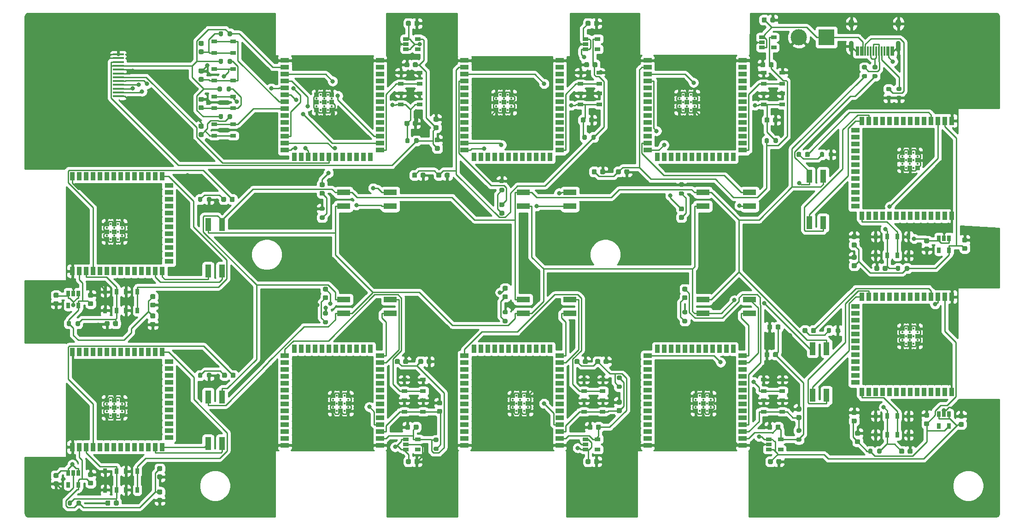
<source format=gbr>
%TF.GenerationSoftware,KiCad,Pcbnew,(5.1.12)-1*%
%TF.CreationDate,2022-05-26T18:44:22+02:00*%
%TF.ProjectId,esp32solarminer,65737033-3273-46f6-9c61-726d696e6572,0.3*%
%TF.SameCoordinates,Original*%
%TF.FileFunction,Copper,L1,Top*%
%TF.FilePolarity,Positive*%
%FSLAX46Y46*%
G04 Gerber Fmt 4.6, Leading zero omitted, Abs format (unit mm)*
G04 Created by KiCad (PCBNEW (5.1.12)-1) date 2022-05-26 18:44:22*
%MOMM*%
%LPD*%
G01*
G04 APERTURE LIST*
%TA.AperFunction,ComponentPad*%
%ADD10R,3.000000X3.000000*%
%TD*%
%TA.AperFunction,ComponentPad*%
%ADD11C,3.000000*%
%TD*%
%TA.AperFunction,ComponentPad*%
%ADD12O,1.000000X1.600000*%
%TD*%
%TA.AperFunction,ComponentPad*%
%ADD13O,0.900000X2.100000*%
%TD*%
%TA.AperFunction,SMDPad,CuDef*%
%ADD14R,0.300000X1.750000*%
%TD*%
%TA.AperFunction,SMDPad,CuDef*%
%ADD15R,1.120000X2.440000*%
%TD*%
%TA.AperFunction,SMDPad,CuDef*%
%ADD16R,2.440000X1.120000*%
%TD*%
%TA.AperFunction,SMDPad,CuDef*%
%ADD17R,1.050000X0.650000*%
%TD*%
%TA.AperFunction,SMDPad,CuDef*%
%ADD18R,0.650000X1.050000*%
%TD*%
%TA.AperFunction,SMDPad,CuDef*%
%ADD19R,0.900000X0.900000*%
%TD*%
%TA.AperFunction,SMDPad,CuDef*%
%ADD20R,0.900000X1.500000*%
%TD*%
%TA.AperFunction,ComponentPad*%
%ADD21C,0.400000*%
%TD*%
%TA.AperFunction,SMDPad,CuDef*%
%ADD22R,1.500000X0.900000*%
%TD*%
%TA.AperFunction,SMDPad,CuDef*%
%ADD23R,0.650000X1.060000*%
%TD*%
%TA.AperFunction,SMDPad,CuDef*%
%ADD24R,1.060000X0.650000*%
%TD*%
%TA.AperFunction,SMDPad,CuDef*%
%ADD25R,2.000000X0.350000*%
%TD*%
%TA.AperFunction,ViaPad*%
%ADD26C,0.800000*%
%TD*%
%TA.AperFunction,Conductor*%
%ADD27C,0.250000*%
%TD*%
%TA.AperFunction,Conductor*%
%ADD28C,0.254000*%
%TD*%
%TA.AperFunction,Conductor*%
%ADD29C,0.100000*%
%TD*%
G04 APERTURE END LIST*
%TO.P,C101,2*%
%TO.N,/VUSB*%
%TA.AperFunction,SMDPad,CuDef*%
G36*
G01*
X42795000Y-72065000D02*
X42295000Y-72065000D01*
G75*
G02*
X42070000Y-71840000I0J225000D01*
G01*
X42070000Y-71390000D01*
G75*
G02*
X42295000Y-71165000I225000J0D01*
G01*
X42795000Y-71165000D01*
G75*
G02*
X43020000Y-71390000I0J-225000D01*
G01*
X43020000Y-71840000D01*
G75*
G02*
X42795000Y-72065000I-225000J0D01*
G01*
G37*
%TD.AperFunction*%
%TO.P,C101,1*%
%TO.N,GND*%
%TA.AperFunction,SMDPad,CuDef*%
G36*
G01*
X42795000Y-73615000D02*
X42295000Y-73615000D01*
G75*
G02*
X42070000Y-73390000I0J225000D01*
G01*
X42070000Y-72940000D01*
G75*
G02*
X42295000Y-72715000I225000J0D01*
G01*
X42795000Y-72715000D01*
G75*
G02*
X43020000Y-72940000I0J-225000D01*
G01*
X43020000Y-73390000D01*
G75*
G02*
X42795000Y-73615000I-225000J0D01*
G01*
G37*
%TD.AperFunction*%
%TD*%
%TO.P,C102,1*%
%TO.N,GND*%
%TA.AperFunction,SMDPad,CuDef*%
G36*
G01*
X175850000Y-101985000D02*
X175850000Y-102485000D01*
G75*
G02*
X175625000Y-102710000I-225000J0D01*
G01*
X175175000Y-102710000D01*
G75*
G02*
X174950000Y-102485000I0J225000D01*
G01*
X174950000Y-101985000D01*
G75*
G02*
X175175000Y-101760000I225000J0D01*
G01*
X175625000Y-101760000D01*
G75*
G02*
X175850000Y-101985000I0J-225000D01*
G01*
G37*
%TD.AperFunction*%
%TO.P,C102,2*%
%TO.N,/VUSB*%
%TA.AperFunction,SMDPad,CuDef*%
G36*
G01*
X174300000Y-101985000D02*
X174300000Y-102485000D01*
G75*
G02*
X174075000Y-102710000I-225000J0D01*
G01*
X173625000Y-102710000D01*
G75*
G02*
X173400000Y-102485000I0J225000D01*
G01*
X173400000Y-101985000D01*
G75*
G02*
X173625000Y-101760000I225000J0D01*
G01*
X174075000Y-101760000D01*
G75*
G02*
X174300000Y-101985000I0J-225000D01*
G01*
G37*
%TD.AperFunction*%
%TD*%
%TO.P,C103,2*%
%TO.N,/VUSB*%
%TA.AperFunction,SMDPad,CuDef*%
G36*
G01*
X140785000Y-21340000D02*
X140785000Y-21840000D01*
G75*
G02*
X140560000Y-22065000I-225000J0D01*
G01*
X140110000Y-22065000D01*
G75*
G02*
X139885000Y-21840000I0J225000D01*
G01*
X139885000Y-21340000D01*
G75*
G02*
X140110000Y-21115000I225000J0D01*
G01*
X140560000Y-21115000D01*
G75*
G02*
X140785000Y-21340000I0J-225000D01*
G01*
G37*
%TD.AperFunction*%
%TO.P,C103,1*%
%TO.N,GND*%
%TA.AperFunction,SMDPad,CuDef*%
G36*
G01*
X142335000Y-21340000D02*
X142335000Y-21840000D01*
G75*
G02*
X142110000Y-22065000I-225000J0D01*
G01*
X141660000Y-22065000D01*
G75*
G02*
X141435000Y-21840000I0J225000D01*
G01*
X141435000Y-21340000D01*
G75*
G02*
X141660000Y-21115000I225000J0D01*
G01*
X142110000Y-21115000D01*
G75*
G02*
X142335000Y-21340000I0J-225000D01*
G01*
G37*
%TD.AperFunction*%
%TD*%
%TO.P,C104,2*%
%TO.N,GND*%
%TA.AperFunction,SMDPad,CuDef*%
G36*
G01*
X140520000Y-39620000D02*
X140520000Y-39120000D01*
G75*
G02*
X140745000Y-38895000I225000J0D01*
G01*
X141195000Y-38895000D01*
G75*
G02*
X141420000Y-39120000I0J-225000D01*
G01*
X141420000Y-39620000D01*
G75*
G02*
X141195000Y-39845000I-225000J0D01*
G01*
X140745000Y-39845000D01*
G75*
G02*
X140520000Y-39620000I0J225000D01*
G01*
G37*
%TD.AperFunction*%
%TO.P,C104,1*%
%TO.N,/RST9*%
%TA.AperFunction,SMDPad,CuDef*%
G36*
G01*
X138970000Y-39620000D02*
X138970000Y-39120000D01*
G75*
G02*
X139195000Y-38895000I225000J0D01*
G01*
X139645000Y-38895000D01*
G75*
G02*
X139870000Y-39120000I0J-225000D01*
G01*
X139870000Y-39620000D01*
G75*
G02*
X139645000Y-39845000I-225000J0D01*
G01*
X139195000Y-39845000D01*
G75*
G02*
X138970000Y-39620000I0J225000D01*
G01*
G37*
%TD.AperFunction*%
%TD*%
%TO.P,C105,2*%
%TO.N,GND*%
%TA.AperFunction,SMDPad,CuDef*%
G36*
G01*
X52380000Y-76585000D02*
X52380000Y-77085000D01*
G75*
G02*
X52155000Y-77310000I-225000J0D01*
G01*
X51705000Y-77310000D01*
G75*
G02*
X51480000Y-77085000I0J225000D01*
G01*
X51480000Y-76585000D01*
G75*
G02*
X51705000Y-76360000I225000J0D01*
G01*
X52155000Y-76360000D01*
G75*
G02*
X52380000Y-76585000I0J-225000D01*
G01*
G37*
%TD.AperFunction*%
%TO.P,C105,1*%
%TO.N,/RST1*%
%TA.AperFunction,SMDPad,CuDef*%
G36*
G01*
X53930000Y-76585000D02*
X53930000Y-77085000D01*
G75*
G02*
X53705000Y-77310000I-225000J0D01*
G01*
X53255000Y-77310000D01*
G75*
G02*
X53030000Y-77085000I0J225000D01*
G01*
X53030000Y-76585000D01*
G75*
G02*
X53255000Y-76360000I225000J0D01*
G01*
X53705000Y-76360000D01*
G75*
G02*
X53930000Y-76585000I0J-225000D01*
G01*
G37*
%TD.AperFunction*%
%TD*%
%TO.P,C106,2*%
%TO.N,GND*%
%TA.AperFunction,SMDPad,CuDef*%
G36*
G01*
X179320000Y-93020000D02*
X178820000Y-93020000D01*
G75*
G02*
X178595000Y-92795000I0J225000D01*
G01*
X178595000Y-92345000D01*
G75*
G02*
X178820000Y-92120000I225000J0D01*
G01*
X179320000Y-92120000D01*
G75*
G02*
X179545000Y-92345000I0J-225000D01*
G01*
X179545000Y-92795000D01*
G75*
G02*
X179320000Y-93020000I-225000J0D01*
G01*
G37*
%TD.AperFunction*%
%TO.P,C106,1*%
%TO.N,/RST5*%
%TA.AperFunction,SMDPad,CuDef*%
G36*
G01*
X179320000Y-94570000D02*
X178820000Y-94570000D01*
G75*
G02*
X178595000Y-94345000I0J225000D01*
G01*
X178595000Y-93895000D01*
G75*
G02*
X178820000Y-93670000I225000J0D01*
G01*
X179320000Y-93670000D01*
G75*
G02*
X179545000Y-93895000I0J-225000D01*
G01*
X179545000Y-94345000D01*
G75*
G02*
X179320000Y-94570000I-225000J0D01*
G01*
G37*
%TD.AperFunction*%
%TD*%
%TO.P,C107,2*%
%TO.N,/+3.3_1*%
%TA.AperFunction,SMDPad,CuDef*%
G36*
G01*
X48645000Y-72715000D02*
X49145000Y-72715000D01*
G75*
G02*
X49370000Y-72940000I0J-225000D01*
G01*
X49370000Y-73390000D01*
G75*
G02*
X49145000Y-73615000I-225000J0D01*
G01*
X48645000Y-73615000D01*
G75*
G02*
X48420000Y-73390000I0J225000D01*
G01*
X48420000Y-72940000D01*
G75*
G02*
X48645000Y-72715000I225000J0D01*
G01*
G37*
%TD.AperFunction*%
%TO.P,C107,1*%
%TO.N,GND*%
%TA.AperFunction,SMDPad,CuDef*%
G36*
G01*
X48645000Y-71165000D02*
X49145000Y-71165000D01*
G75*
G02*
X49370000Y-71390000I0J-225000D01*
G01*
X49370000Y-71840000D01*
G75*
G02*
X49145000Y-72065000I-225000J0D01*
G01*
X48645000Y-72065000D01*
G75*
G02*
X48420000Y-71840000I0J225000D01*
G01*
X48420000Y-71390000D01*
G75*
G02*
X48645000Y-71165000I225000J0D01*
G01*
G37*
%TD.AperFunction*%
%TD*%
%TO.P,C108,1*%
%TO.N,GND*%
%TA.AperFunction,SMDPad,CuDef*%
G36*
G01*
X173260000Y-96135000D02*
X173260000Y-95635000D01*
G75*
G02*
X173485000Y-95410000I225000J0D01*
G01*
X173935000Y-95410000D01*
G75*
G02*
X174160000Y-95635000I0J-225000D01*
G01*
X174160000Y-96135000D01*
G75*
G02*
X173935000Y-96360000I-225000J0D01*
G01*
X173485000Y-96360000D01*
G75*
G02*
X173260000Y-96135000I0J225000D01*
G01*
G37*
%TD.AperFunction*%
%TO.P,C108,2*%
%TO.N,/+3.3_5*%
%TA.AperFunction,SMDPad,CuDef*%
G36*
G01*
X174810000Y-96135000D02*
X174810000Y-95635000D01*
G75*
G02*
X175035000Y-95410000I225000J0D01*
G01*
X175485000Y-95410000D01*
G75*
G02*
X175710000Y-95635000I0J-225000D01*
G01*
X175710000Y-96135000D01*
G75*
G02*
X175485000Y-96360000I-225000J0D01*
G01*
X175035000Y-96360000D01*
G75*
G02*
X174810000Y-96135000I0J225000D01*
G01*
G37*
%TD.AperFunction*%
%TD*%
%TO.P,C109,1*%
%TO.N,GND*%
%TA.AperFunction,SMDPad,CuDef*%
G36*
G01*
X139605000Y-29460000D02*
X139605000Y-28960000D01*
G75*
G02*
X139830000Y-28735000I225000J0D01*
G01*
X140280000Y-28735000D01*
G75*
G02*
X140505000Y-28960000I0J-225000D01*
G01*
X140505000Y-29460000D01*
G75*
G02*
X140280000Y-29685000I-225000J0D01*
G01*
X139830000Y-29685000D01*
G75*
G02*
X139605000Y-29460000I0J225000D01*
G01*
G37*
%TD.AperFunction*%
%TO.P,C109,2*%
%TO.N,/+3.3_9*%
%TA.AperFunction,SMDPad,CuDef*%
G36*
G01*
X141155000Y-29460000D02*
X141155000Y-28960000D01*
G75*
G02*
X141380000Y-28735000I225000J0D01*
G01*
X141830000Y-28735000D01*
G75*
G02*
X142055000Y-28960000I0J-225000D01*
G01*
X142055000Y-29460000D01*
G75*
G02*
X141830000Y-29685000I-225000J0D01*
G01*
X141380000Y-29685000D01*
G75*
G02*
X141155000Y-29460000I0J225000D01*
G01*
G37*
%TD.AperFunction*%
%TD*%
%TO.P,C110,2*%
%TO.N,GND*%
%TA.AperFunction,SMDPad,CuDef*%
G36*
G01*
X60075000Y-72960000D02*
X60575000Y-72960000D01*
G75*
G02*
X60800000Y-73185000I0J-225000D01*
G01*
X60800000Y-73635000D01*
G75*
G02*
X60575000Y-73860000I-225000J0D01*
G01*
X60075000Y-73860000D01*
G75*
G02*
X59850000Y-73635000I0J225000D01*
G01*
X59850000Y-73185000D01*
G75*
G02*
X60075000Y-72960000I225000J0D01*
G01*
G37*
%TD.AperFunction*%
%TO.P,C110,1*%
%TO.N,/+3.3_1*%
%TA.AperFunction,SMDPad,CuDef*%
G36*
G01*
X60075000Y-71410000D02*
X60575000Y-71410000D01*
G75*
G02*
X60800000Y-71635000I0J-225000D01*
G01*
X60800000Y-72085000D01*
G75*
G02*
X60575000Y-72310000I-225000J0D01*
G01*
X60075000Y-72310000D01*
G75*
G02*
X59850000Y-72085000I0J225000D01*
G01*
X59850000Y-71635000D01*
G75*
G02*
X60075000Y-71410000I225000J0D01*
G01*
G37*
%TD.AperFunction*%
%TD*%
%TO.P,C111,2*%
%TO.N,GND*%
%TA.AperFunction,SMDPad,CuDef*%
G36*
G01*
X173665000Y-82300000D02*
X173665000Y-82800000D01*
G75*
G02*
X173440000Y-83025000I-225000J0D01*
G01*
X172990000Y-83025000D01*
G75*
G02*
X172765000Y-82800000I0J225000D01*
G01*
X172765000Y-82300000D01*
G75*
G02*
X172990000Y-82075000I225000J0D01*
G01*
X173440000Y-82075000D01*
G75*
G02*
X173665000Y-82300000I0J-225000D01*
G01*
G37*
%TD.AperFunction*%
%TO.P,C111,1*%
%TO.N,/+3.3_5*%
%TA.AperFunction,SMDPad,CuDef*%
G36*
G01*
X175215000Y-82300000D02*
X175215000Y-82800000D01*
G75*
G02*
X174990000Y-83025000I-225000J0D01*
G01*
X174540000Y-83025000D01*
G75*
G02*
X174315000Y-82800000I0J225000D01*
G01*
X174315000Y-82300000D01*
G75*
G02*
X174540000Y-82075000I225000J0D01*
G01*
X174990000Y-82075000D01*
G75*
G02*
X175215000Y-82300000I0J-225000D01*
G01*
G37*
%TD.AperFunction*%
%TD*%
%TO.P,C112,2*%
%TO.N,GND*%
%TA.AperFunction,SMDPad,CuDef*%
G36*
G01*
X60075000Y-76525000D02*
X60575000Y-76525000D01*
G75*
G02*
X60800000Y-76750000I0J-225000D01*
G01*
X60800000Y-77200000D01*
G75*
G02*
X60575000Y-77425000I-225000J0D01*
G01*
X60075000Y-77425000D01*
G75*
G02*
X59850000Y-77200000I0J225000D01*
G01*
X59850000Y-76750000D01*
G75*
G02*
X60075000Y-76525000I225000J0D01*
G01*
G37*
%TD.AperFunction*%
%TO.P,C112,1*%
%TO.N,/+3.3_1*%
%TA.AperFunction,SMDPad,CuDef*%
G36*
G01*
X60075000Y-74975000D02*
X60575000Y-74975000D01*
G75*
G02*
X60800000Y-75200000I0J-225000D01*
G01*
X60800000Y-75650000D01*
G75*
G02*
X60575000Y-75875000I-225000J0D01*
G01*
X60075000Y-75875000D01*
G75*
G02*
X59850000Y-75650000I0J225000D01*
G01*
X59850000Y-75200000D01*
G75*
G02*
X60075000Y-74975000I225000J0D01*
G01*
G37*
%TD.AperFunction*%
%TD*%
%TO.P,C113,2*%
%TO.N,GND*%
%TA.AperFunction,SMDPad,CuDef*%
G36*
G01*
X174160000Y-77220000D02*
X174160000Y-77720000D01*
G75*
G02*
X173935000Y-77945000I-225000J0D01*
G01*
X173485000Y-77945000D01*
G75*
G02*
X173260000Y-77720000I0J225000D01*
G01*
X173260000Y-77220000D01*
G75*
G02*
X173485000Y-76995000I225000J0D01*
G01*
X173935000Y-76995000D01*
G75*
G02*
X174160000Y-77220000I0J-225000D01*
G01*
G37*
%TD.AperFunction*%
%TO.P,C113,1*%
%TO.N,/+3.3_5*%
%TA.AperFunction,SMDPad,CuDef*%
G36*
G01*
X175710000Y-77220000D02*
X175710000Y-77720000D01*
G75*
G02*
X175485000Y-77945000I-225000J0D01*
G01*
X175035000Y-77945000D01*
G75*
G02*
X174810000Y-77720000I0J225000D01*
G01*
X174810000Y-77220000D01*
G75*
G02*
X175035000Y-76995000I225000J0D01*
G01*
X175485000Y-76995000D01*
G75*
G02*
X175710000Y-77220000I0J-225000D01*
G01*
G37*
%TD.AperFunction*%
%TD*%
%TO.P,C114,1*%
%TO.N,/+3.3_9*%
%TA.AperFunction,SMDPad,CuDef*%
G36*
G01*
X112440000Y-49780000D02*
X112440000Y-49280000D01*
G75*
G02*
X112665000Y-49055000I225000J0D01*
G01*
X113115000Y-49055000D01*
G75*
G02*
X113340000Y-49280000I0J-225000D01*
G01*
X113340000Y-49780000D01*
G75*
G02*
X113115000Y-50005000I-225000J0D01*
G01*
X112665000Y-50005000D01*
G75*
G02*
X112440000Y-49780000I0J225000D01*
G01*
G37*
%TD.AperFunction*%
%TO.P,C114,2*%
%TO.N,GND*%
%TA.AperFunction,SMDPad,CuDef*%
G36*
G01*
X113990000Y-49780000D02*
X113990000Y-49280000D01*
G75*
G02*
X114215000Y-49055000I225000J0D01*
G01*
X114665000Y-49055000D01*
G75*
G02*
X114890000Y-49280000I0J-225000D01*
G01*
X114890000Y-49780000D01*
G75*
G02*
X114665000Y-50005000I-225000J0D01*
G01*
X114215000Y-50005000D01*
G75*
G02*
X113990000Y-49780000I0J225000D01*
G01*
G37*
%TD.AperFunction*%
%TD*%
%TO.P,C115,1*%
%TO.N,/+3.3_9*%
%TA.AperFunction,SMDPad,CuDef*%
G36*
G01*
X107995000Y-49780000D02*
X107995000Y-49280000D01*
G75*
G02*
X108220000Y-49055000I225000J0D01*
G01*
X108670000Y-49055000D01*
G75*
G02*
X108895000Y-49280000I0J-225000D01*
G01*
X108895000Y-49780000D01*
G75*
G02*
X108670000Y-50005000I-225000J0D01*
G01*
X108220000Y-50005000D01*
G75*
G02*
X107995000Y-49780000I0J225000D01*
G01*
G37*
%TD.AperFunction*%
%TO.P,C115,2*%
%TO.N,GND*%
%TA.AperFunction,SMDPad,CuDef*%
G36*
G01*
X109545000Y-49780000D02*
X109545000Y-49280000D01*
G75*
G02*
X109770000Y-49055000I225000J0D01*
G01*
X110220000Y-49055000D01*
G75*
G02*
X110445000Y-49280000I0J-225000D01*
G01*
X110445000Y-49780000D01*
G75*
G02*
X110220000Y-50005000I-225000J0D01*
G01*
X109770000Y-50005000D01*
G75*
G02*
X109545000Y-49780000I0J225000D01*
G01*
G37*
%TD.AperFunction*%
%TD*%
%TO.P,C116,2*%
%TO.N,/VUSB*%
%TA.AperFunction,SMDPad,CuDef*%
G36*
G01*
X42795000Y-105225000D02*
X42295000Y-105225000D01*
G75*
G02*
X42070000Y-105000000I0J225000D01*
G01*
X42070000Y-104550000D01*
G75*
G02*
X42295000Y-104325000I225000J0D01*
G01*
X42795000Y-104325000D01*
G75*
G02*
X43020000Y-104550000I0J-225000D01*
G01*
X43020000Y-105000000D01*
G75*
G02*
X42795000Y-105225000I-225000J0D01*
G01*
G37*
%TD.AperFunction*%
%TO.P,C116,1*%
%TO.N,GND*%
%TA.AperFunction,SMDPad,CuDef*%
G36*
G01*
X42795000Y-106775000D02*
X42295000Y-106775000D01*
G75*
G02*
X42070000Y-106550000I0J225000D01*
G01*
X42070000Y-106100000D01*
G75*
G02*
X42295000Y-105875000I225000J0D01*
G01*
X42795000Y-105875000D01*
G75*
G02*
X43020000Y-106100000I0J-225000D01*
G01*
X43020000Y-106550000D01*
G75*
G02*
X42795000Y-106775000I-225000J0D01*
G01*
G37*
%TD.AperFunction*%
%TD*%
%TO.P,C117,1*%
%TO.N,GND*%
%TA.AperFunction,SMDPad,CuDef*%
G36*
G01*
X208665000Y-93390000D02*
X209165000Y-93390000D01*
G75*
G02*
X209390000Y-93615000I0J-225000D01*
G01*
X209390000Y-94065000D01*
G75*
G02*
X209165000Y-94290000I-225000J0D01*
G01*
X208665000Y-94290000D01*
G75*
G02*
X208440000Y-94065000I0J225000D01*
G01*
X208440000Y-93615000D01*
G75*
G02*
X208665000Y-93390000I225000J0D01*
G01*
G37*
%TD.AperFunction*%
%TO.P,C117,2*%
%TO.N,/VUSB*%
%TA.AperFunction,SMDPad,CuDef*%
G36*
G01*
X208665000Y-94940000D02*
X209165000Y-94940000D01*
G75*
G02*
X209390000Y-95165000I0J-225000D01*
G01*
X209390000Y-95615000D01*
G75*
G02*
X209165000Y-95840000I-225000J0D01*
G01*
X208665000Y-95840000D01*
G75*
G02*
X208440000Y-95615000I0J225000D01*
G01*
X208440000Y-95165000D01*
G75*
G02*
X208665000Y-94940000I225000J0D01*
G01*
G37*
%TD.AperFunction*%
%TD*%
%TO.P,C118,1*%
%TO.N,/RST2*%
%TA.AperFunction,SMDPad,CuDef*%
G36*
G01*
X54070000Y-109605000D02*
X54070000Y-110105000D01*
G75*
G02*
X53845000Y-110330000I-225000J0D01*
G01*
X53395000Y-110330000D01*
G75*
G02*
X53170000Y-110105000I0J225000D01*
G01*
X53170000Y-109605000D01*
G75*
G02*
X53395000Y-109380000I225000J0D01*
G01*
X53845000Y-109380000D01*
G75*
G02*
X54070000Y-109605000I0J-225000D01*
G01*
G37*
%TD.AperFunction*%
%TO.P,C118,2*%
%TO.N,GND*%
%TA.AperFunction,SMDPad,CuDef*%
G36*
G01*
X52520000Y-109605000D02*
X52520000Y-110105000D01*
G75*
G02*
X52295000Y-110330000I-225000J0D01*
G01*
X51845000Y-110330000D01*
G75*
G02*
X51620000Y-110105000I0J225000D01*
G01*
X51620000Y-109605000D01*
G75*
G02*
X51845000Y-109380000I225000J0D01*
G01*
X52295000Y-109380000D01*
G75*
G02*
X52520000Y-109605000I0J-225000D01*
G01*
G37*
%TD.AperFunction*%
%TD*%
%TO.P,C119,2*%
%TO.N,GND*%
%TA.AperFunction,SMDPad,CuDef*%
G36*
G01*
X199080000Y-100580000D02*
X199080000Y-100080000D01*
G75*
G02*
X199305000Y-99855000I225000J0D01*
G01*
X199755000Y-99855000D01*
G75*
G02*
X199980000Y-100080000I0J-225000D01*
G01*
X199980000Y-100580000D01*
G75*
G02*
X199755000Y-100805000I-225000J0D01*
G01*
X199305000Y-100805000D01*
G75*
G02*
X199080000Y-100580000I0J225000D01*
G01*
G37*
%TD.AperFunction*%
%TO.P,C119,1*%
%TO.N,/RST6*%
%TA.AperFunction,SMDPad,CuDef*%
G36*
G01*
X197530000Y-100580000D02*
X197530000Y-100080000D01*
G75*
G02*
X197755000Y-99855000I225000J0D01*
G01*
X198205000Y-99855000D01*
G75*
G02*
X198430000Y-100080000I0J-225000D01*
G01*
X198430000Y-100580000D01*
G75*
G02*
X198205000Y-100805000I-225000J0D01*
G01*
X197755000Y-100805000D01*
G75*
G02*
X197530000Y-100580000I0J225000D01*
G01*
G37*
%TD.AperFunction*%
%TD*%
%TO.P,C120,1*%
%TO.N,GND*%
%TA.AperFunction,SMDPad,CuDef*%
G36*
G01*
X109315000Y-21340000D02*
X109315000Y-21840000D01*
G75*
G02*
X109090000Y-22065000I-225000J0D01*
G01*
X108640000Y-22065000D01*
G75*
G02*
X108415000Y-21840000I0J225000D01*
G01*
X108415000Y-21340000D01*
G75*
G02*
X108640000Y-21115000I225000J0D01*
G01*
X109090000Y-21115000D01*
G75*
G02*
X109315000Y-21340000I0J-225000D01*
G01*
G37*
%TD.AperFunction*%
%TO.P,C120,2*%
%TO.N,/VUSB*%
%TA.AperFunction,SMDPad,CuDef*%
G36*
G01*
X107765000Y-21340000D02*
X107765000Y-21840000D01*
G75*
G02*
X107540000Y-22065000I-225000J0D01*
G01*
X107090000Y-22065000D01*
G75*
G02*
X106865000Y-21840000I0J225000D01*
G01*
X106865000Y-21340000D01*
G75*
G02*
X107090000Y-21115000I225000J0D01*
G01*
X107540000Y-21115000D01*
G75*
G02*
X107765000Y-21340000I0J-225000D01*
G01*
G37*
%TD.AperFunction*%
%TD*%
%TO.P,C121,2*%
%TO.N,GND*%
%TA.AperFunction,SMDPad,CuDef*%
G36*
G01*
X108135000Y-40255000D02*
X108135000Y-39755000D01*
G75*
G02*
X108360000Y-39530000I225000J0D01*
G01*
X108810000Y-39530000D01*
G75*
G02*
X109035000Y-39755000I0J-225000D01*
G01*
X109035000Y-40255000D01*
G75*
G02*
X108810000Y-40480000I-225000J0D01*
G01*
X108360000Y-40480000D01*
G75*
G02*
X108135000Y-40255000I0J225000D01*
G01*
G37*
%TD.AperFunction*%
%TO.P,C121,1*%
%TO.N,/RST10*%
%TA.AperFunction,SMDPad,CuDef*%
G36*
G01*
X106585000Y-40255000D02*
X106585000Y-39755000D01*
G75*
G02*
X106810000Y-39530000I225000J0D01*
G01*
X107260000Y-39530000D01*
G75*
G02*
X107485000Y-39755000I0J-225000D01*
G01*
X107485000Y-40255000D01*
G75*
G02*
X107260000Y-40480000I-225000J0D01*
G01*
X106810000Y-40480000D01*
G75*
G02*
X106585000Y-40255000I0J225000D01*
G01*
G37*
%TD.AperFunction*%
%TD*%
%TO.P,C122,1*%
%TO.N,GND*%
%TA.AperFunction,SMDPad,CuDef*%
G36*
G01*
X48645000Y-104185000D02*
X49145000Y-104185000D01*
G75*
G02*
X49370000Y-104410000I0J-225000D01*
G01*
X49370000Y-104860000D01*
G75*
G02*
X49145000Y-105085000I-225000J0D01*
G01*
X48645000Y-105085000D01*
G75*
G02*
X48420000Y-104860000I0J225000D01*
G01*
X48420000Y-104410000D01*
G75*
G02*
X48645000Y-104185000I225000J0D01*
G01*
G37*
%TD.AperFunction*%
%TO.P,C122,2*%
%TO.N,/+3.3_2*%
%TA.AperFunction,SMDPad,CuDef*%
G36*
G01*
X48645000Y-105735000D02*
X49145000Y-105735000D01*
G75*
G02*
X49370000Y-105960000I0J-225000D01*
G01*
X49370000Y-106410000D01*
G75*
G02*
X49145000Y-106635000I-225000J0D01*
G01*
X48645000Y-106635000D01*
G75*
G02*
X48420000Y-106410000I0J225000D01*
G01*
X48420000Y-105960000D01*
G75*
G02*
X48645000Y-105735000I225000J0D01*
G01*
G37*
%TD.AperFunction*%
%TD*%
%TO.P,C123,2*%
%TO.N,/+3.3_6*%
%TA.AperFunction,SMDPad,CuDef*%
G36*
G01*
X202315000Y-94800000D02*
X202815000Y-94800000D01*
G75*
G02*
X203040000Y-95025000I0J-225000D01*
G01*
X203040000Y-95475000D01*
G75*
G02*
X202815000Y-95700000I-225000J0D01*
G01*
X202315000Y-95700000D01*
G75*
G02*
X202090000Y-95475000I0J225000D01*
G01*
X202090000Y-95025000D01*
G75*
G02*
X202315000Y-94800000I225000J0D01*
G01*
G37*
%TD.AperFunction*%
%TO.P,C123,1*%
%TO.N,GND*%
%TA.AperFunction,SMDPad,CuDef*%
G36*
G01*
X202315000Y-93250000D02*
X202815000Y-93250000D01*
G75*
G02*
X203040000Y-93475000I0J-225000D01*
G01*
X203040000Y-93925000D01*
G75*
G02*
X202815000Y-94150000I-225000J0D01*
G01*
X202315000Y-94150000D01*
G75*
G02*
X202090000Y-93925000I0J225000D01*
G01*
X202090000Y-93475000D01*
G75*
G02*
X202315000Y-93250000I225000J0D01*
G01*
G37*
%TD.AperFunction*%
%TD*%
%TO.P,C124,2*%
%TO.N,/+3.3_10*%
%TA.AperFunction,SMDPad,CuDef*%
G36*
G01*
X108135000Y-29460000D02*
X108135000Y-28960000D01*
G75*
G02*
X108360000Y-28735000I225000J0D01*
G01*
X108810000Y-28735000D01*
G75*
G02*
X109035000Y-28960000I0J-225000D01*
G01*
X109035000Y-29460000D01*
G75*
G02*
X108810000Y-29685000I-225000J0D01*
G01*
X108360000Y-29685000D01*
G75*
G02*
X108135000Y-29460000I0J225000D01*
G01*
G37*
%TD.AperFunction*%
%TO.P,C124,1*%
%TO.N,GND*%
%TA.AperFunction,SMDPad,CuDef*%
G36*
G01*
X106585000Y-29460000D02*
X106585000Y-28960000D01*
G75*
G02*
X106810000Y-28735000I225000J0D01*
G01*
X107260000Y-28735000D01*
G75*
G02*
X107485000Y-28960000I0J-225000D01*
G01*
X107485000Y-29460000D01*
G75*
G02*
X107260000Y-29685000I-225000J0D01*
G01*
X106810000Y-29685000D01*
G75*
G02*
X106585000Y-29460000I0J225000D01*
G01*
G37*
%TD.AperFunction*%
%TD*%
%TO.P,C125,2*%
%TO.N,GND*%
%TA.AperFunction,SMDPad,CuDef*%
G36*
G01*
X61345000Y-104605000D02*
X61845000Y-104605000D01*
G75*
G02*
X62070000Y-104830000I0J-225000D01*
G01*
X62070000Y-105280000D01*
G75*
G02*
X61845000Y-105505000I-225000J0D01*
G01*
X61345000Y-105505000D01*
G75*
G02*
X61120000Y-105280000I0J225000D01*
G01*
X61120000Y-104830000D01*
G75*
G02*
X61345000Y-104605000I225000J0D01*
G01*
G37*
%TD.AperFunction*%
%TO.P,C125,1*%
%TO.N,/+3.3_2*%
%TA.AperFunction,SMDPad,CuDef*%
G36*
G01*
X61345000Y-103055000D02*
X61845000Y-103055000D01*
G75*
G02*
X62070000Y-103280000I0J-225000D01*
G01*
X62070000Y-103730000D01*
G75*
G02*
X61845000Y-103955000I-225000J0D01*
G01*
X61345000Y-103955000D01*
G75*
G02*
X61120000Y-103730000I0J225000D01*
G01*
X61120000Y-103280000D01*
G75*
G02*
X61345000Y-103055000I225000J0D01*
G01*
G37*
%TD.AperFunction*%
%TD*%
%TO.P,C126,2*%
%TO.N,GND*%
%TA.AperFunction,SMDPad,CuDef*%
G36*
G01*
X190115000Y-97465000D02*
X189615000Y-97465000D01*
G75*
G02*
X189390000Y-97240000I0J225000D01*
G01*
X189390000Y-96790000D01*
G75*
G02*
X189615000Y-96565000I225000J0D01*
G01*
X190115000Y-96565000D01*
G75*
G02*
X190340000Y-96790000I0J-225000D01*
G01*
X190340000Y-97240000D01*
G75*
G02*
X190115000Y-97465000I-225000J0D01*
G01*
G37*
%TD.AperFunction*%
%TO.P,C126,1*%
%TO.N,/+3.3_6*%
%TA.AperFunction,SMDPad,CuDef*%
G36*
G01*
X190115000Y-99015000D02*
X189615000Y-99015000D01*
G75*
G02*
X189390000Y-98790000I0J225000D01*
G01*
X189390000Y-98340000D01*
G75*
G02*
X189615000Y-98115000I225000J0D01*
G01*
X190115000Y-98115000D01*
G75*
G02*
X190340000Y-98340000I0J-225000D01*
G01*
X190340000Y-98790000D01*
G75*
G02*
X190115000Y-99015000I-225000J0D01*
G01*
G37*
%TD.AperFunction*%
%TD*%
%TO.P,C127,1*%
%TO.N,/+3.3_2*%
%TA.AperFunction,SMDPad,CuDef*%
G36*
G01*
X61345000Y-107360000D02*
X61845000Y-107360000D01*
G75*
G02*
X62070000Y-107585000I0J-225000D01*
G01*
X62070000Y-108035000D01*
G75*
G02*
X61845000Y-108260000I-225000J0D01*
G01*
X61345000Y-108260000D01*
G75*
G02*
X61120000Y-108035000I0J225000D01*
G01*
X61120000Y-107585000D01*
G75*
G02*
X61345000Y-107360000I225000J0D01*
G01*
G37*
%TD.AperFunction*%
%TO.P,C127,2*%
%TO.N,GND*%
%TA.AperFunction,SMDPad,CuDef*%
G36*
G01*
X61345000Y-108910000D02*
X61845000Y-108910000D01*
G75*
G02*
X62070000Y-109135000I0J-225000D01*
G01*
X62070000Y-109585000D01*
G75*
G02*
X61845000Y-109810000I-225000J0D01*
G01*
X61345000Y-109810000D01*
G75*
G02*
X61120000Y-109585000I0J225000D01*
G01*
X61120000Y-109135000D01*
G75*
G02*
X61345000Y-108910000I225000J0D01*
G01*
G37*
%TD.AperFunction*%
%TD*%
%TO.P,C128,2*%
%TO.N,GND*%
%TA.AperFunction,SMDPad,CuDef*%
G36*
G01*
X189480000Y-93655000D02*
X188980000Y-93655000D01*
G75*
G02*
X188755000Y-93430000I0J225000D01*
G01*
X188755000Y-92980000D01*
G75*
G02*
X188980000Y-92755000I225000J0D01*
G01*
X189480000Y-92755000D01*
G75*
G02*
X189705000Y-92980000I0J-225000D01*
G01*
X189705000Y-93430000D01*
G75*
G02*
X189480000Y-93655000I-225000J0D01*
G01*
G37*
%TD.AperFunction*%
%TO.P,C128,1*%
%TO.N,/+3.3_6*%
%TA.AperFunction,SMDPad,CuDef*%
G36*
G01*
X189480000Y-95205000D02*
X188980000Y-95205000D01*
G75*
G02*
X188755000Y-94980000I0J225000D01*
G01*
X188755000Y-94530000D01*
G75*
G02*
X188980000Y-94305000I225000J0D01*
G01*
X189480000Y-94305000D01*
G75*
G02*
X189705000Y-94530000I0J-225000D01*
G01*
X189705000Y-94980000D01*
G75*
G02*
X189480000Y-95205000I-225000J0D01*
G01*
G37*
%TD.AperFunction*%
%TD*%
%TO.P,C129,2*%
%TO.N,GND*%
%TA.AperFunction,SMDPad,CuDef*%
G36*
G01*
X112645000Y-39680000D02*
X112145000Y-39680000D01*
G75*
G02*
X111920000Y-39455000I0J225000D01*
G01*
X111920000Y-39005000D01*
G75*
G02*
X112145000Y-38780000I225000J0D01*
G01*
X112645000Y-38780000D01*
G75*
G02*
X112870000Y-39005000I0J-225000D01*
G01*
X112870000Y-39455000D01*
G75*
G02*
X112645000Y-39680000I-225000J0D01*
G01*
G37*
%TD.AperFunction*%
%TO.P,C129,1*%
%TO.N,/+3.3_10*%
%TA.AperFunction,SMDPad,CuDef*%
G36*
G01*
X112645000Y-41230000D02*
X112145000Y-41230000D01*
G75*
G02*
X111920000Y-41005000I0J225000D01*
G01*
X111920000Y-40555000D01*
G75*
G02*
X112145000Y-40330000I225000J0D01*
G01*
X112645000Y-40330000D01*
G75*
G02*
X112870000Y-40555000I0J-225000D01*
G01*
X112870000Y-41005000D01*
G75*
G02*
X112645000Y-41230000I-225000J0D01*
G01*
G37*
%TD.AperFunction*%
%TD*%
%TO.P,C130,1*%
%TO.N,/+3.3_10*%
%TA.AperFunction,SMDPad,CuDef*%
G36*
G01*
X112860000Y-45035000D02*
X112360000Y-45035000D01*
G75*
G02*
X112135000Y-44810000I0J225000D01*
G01*
X112135000Y-44360000D01*
G75*
G02*
X112360000Y-44135000I225000J0D01*
G01*
X112860000Y-44135000D01*
G75*
G02*
X113085000Y-44360000I0J-225000D01*
G01*
X113085000Y-44810000D01*
G75*
G02*
X112860000Y-45035000I-225000J0D01*
G01*
G37*
%TD.AperFunction*%
%TO.P,C130,2*%
%TO.N,GND*%
%TA.AperFunction,SMDPad,CuDef*%
G36*
G01*
X112860000Y-43485000D02*
X112360000Y-43485000D01*
G75*
G02*
X112135000Y-43260000I0J225000D01*
G01*
X112135000Y-42810000D01*
G75*
G02*
X112360000Y-42585000I225000J0D01*
G01*
X112860000Y-42585000D01*
G75*
G02*
X113085000Y-42810000I0J-225000D01*
G01*
X113085000Y-43260000D01*
G75*
G02*
X112860000Y-43485000I-225000J0D01*
G01*
G37*
%TD.AperFunction*%
%TD*%
%TO.P,C131,2*%
%TO.N,/VUSB*%
%TA.AperFunction,SMDPad,CuDef*%
G36*
G01*
X107765000Y-101985000D02*
X107765000Y-102485000D01*
G75*
G02*
X107540000Y-102710000I-225000J0D01*
G01*
X107090000Y-102710000D01*
G75*
G02*
X106865000Y-102485000I0J225000D01*
G01*
X106865000Y-101985000D01*
G75*
G02*
X107090000Y-101760000I225000J0D01*
G01*
X107540000Y-101760000D01*
G75*
G02*
X107765000Y-101985000I0J-225000D01*
G01*
G37*
%TD.AperFunction*%
%TO.P,C131,1*%
%TO.N,GND*%
%TA.AperFunction,SMDPad,CuDef*%
G36*
G01*
X109315000Y-101985000D02*
X109315000Y-102485000D01*
G75*
G02*
X109090000Y-102710000I-225000J0D01*
G01*
X108640000Y-102710000D01*
G75*
G02*
X108415000Y-102485000I0J225000D01*
G01*
X108415000Y-101985000D01*
G75*
G02*
X108640000Y-101760000I225000J0D01*
G01*
X109090000Y-101760000D01*
G75*
G02*
X109315000Y-101985000I0J-225000D01*
G01*
G37*
%TD.AperFunction*%
%TD*%
%TO.P,C132,1*%
%TO.N,GND*%
%TA.AperFunction,SMDPad,CuDef*%
G36*
G01*
X202815000Y-63595000D02*
X202315000Y-63595000D01*
G75*
G02*
X202090000Y-63370000I0J225000D01*
G01*
X202090000Y-62920000D01*
G75*
G02*
X202315000Y-62695000I225000J0D01*
G01*
X202815000Y-62695000D01*
G75*
G02*
X203040000Y-62920000I0J-225000D01*
G01*
X203040000Y-63370000D01*
G75*
G02*
X202815000Y-63595000I-225000J0D01*
G01*
G37*
%TD.AperFunction*%
%TO.P,C132,2*%
%TO.N,/VUSB*%
%TA.AperFunction,SMDPad,CuDef*%
G36*
G01*
X202815000Y-62045000D02*
X202315000Y-62045000D01*
G75*
G02*
X202090000Y-61820000I0J225000D01*
G01*
X202090000Y-61370000D01*
G75*
G02*
X202315000Y-61145000I225000J0D01*
G01*
X202815000Y-61145000D01*
G75*
G02*
X203040000Y-61370000I0J-225000D01*
G01*
X203040000Y-61820000D01*
G75*
G02*
X202815000Y-62045000I-225000J0D01*
G01*
G37*
%TD.AperFunction*%
%TD*%
%TO.P,C133,1*%
%TO.N,/RST3*%
%TA.AperFunction,SMDPad,CuDef*%
G36*
G01*
X113280000Y-93440000D02*
X112780000Y-93440000D01*
G75*
G02*
X112555000Y-93215000I0J225000D01*
G01*
X112555000Y-92765000D01*
G75*
G02*
X112780000Y-92540000I225000J0D01*
G01*
X113280000Y-92540000D01*
G75*
G02*
X113505000Y-92765000I0J-225000D01*
G01*
X113505000Y-93215000D01*
G75*
G02*
X113280000Y-93440000I-225000J0D01*
G01*
G37*
%TD.AperFunction*%
%TO.P,C133,2*%
%TO.N,GND*%
%TA.AperFunction,SMDPad,CuDef*%
G36*
G01*
X113280000Y-91890000D02*
X112780000Y-91890000D01*
G75*
G02*
X112555000Y-91665000I0J225000D01*
G01*
X112555000Y-91215000D01*
G75*
G02*
X112780000Y-90990000I225000J0D01*
G01*
X113280000Y-90990000D01*
G75*
G02*
X113505000Y-91215000I0J-225000D01*
G01*
X113505000Y-91665000D01*
G75*
G02*
X113280000Y-91890000I-225000J0D01*
G01*
G37*
%TD.AperFunction*%
%TD*%
%TO.P,C134,2*%
%TO.N,GND*%
%TA.AperFunction,SMDPad,CuDef*%
G36*
G01*
X193845000Y-66425000D02*
X193845000Y-66925000D01*
G75*
G02*
X193620000Y-67150000I-225000J0D01*
G01*
X193170000Y-67150000D01*
G75*
G02*
X192945000Y-66925000I0J225000D01*
G01*
X192945000Y-66425000D01*
G75*
G02*
X193170000Y-66200000I225000J0D01*
G01*
X193620000Y-66200000D01*
G75*
G02*
X193845000Y-66425000I0J-225000D01*
G01*
G37*
%TD.AperFunction*%
%TO.P,C134,1*%
%TO.N,/RST7*%
%TA.AperFunction,SMDPad,CuDef*%
G36*
G01*
X195395000Y-66425000D02*
X195395000Y-66925000D01*
G75*
G02*
X195170000Y-67150000I-225000J0D01*
G01*
X194720000Y-67150000D01*
G75*
G02*
X194495000Y-66925000I0J225000D01*
G01*
X194495000Y-66425000D01*
G75*
G02*
X194720000Y-66200000I225000J0D01*
G01*
X195170000Y-66200000D01*
G75*
G02*
X195395000Y-66425000I0J-225000D01*
G01*
G37*
%TD.AperFunction*%
%TD*%
%TO.P,C135,1*%
%TO.N,Net-(C135-Pad1)*%
%TA.AperFunction,SMDPad,CuDef*%
G36*
G01*
X69465000Y-27260000D02*
X68965000Y-27260000D01*
G75*
G02*
X68740000Y-27035000I0J225000D01*
G01*
X68740000Y-26585000D01*
G75*
G02*
X68965000Y-26360000I225000J0D01*
G01*
X69465000Y-26360000D01*
G75*
G02*
X69690000Y-26585000I0J-225000D01*
G01*
X69690000Y-27035000D01*
G75*
G02*
X69465000Y-27260000I-225000J0D01*
G01*
G37*
%TD.AperFunction*%
%TO.P,C135,2*%
%TO.N,GND*%
%TA.AperFunction,SMDPad,CuDef*%
G36*
G01*
X69465000Y-25710000D02*
X68965000Y-25710000D01*
G75*
G02*
X68740000Y-25485000I0J225000D01*
G01*
X68740000Y-25035000D01*
G75*
G02*
X68965000Y-24810000I225000J0D01*
G01*
X69465000Y-24810000D01*
G75*
G02*
X69690000Y-25035000I0J-225000D01*
G01*
X69690000Y-25485000D01*
G75*
G02*
X69465000Y-25710000I-225000J0D01*
G01*
G37*
%TD.AperFunction*%
%TD*%
%TO.P,C136,2*%
%TO.N,/+3.3_3*%
%TA.AperFunction,SMDPad,CuDef*%
G36*
G01*
X108275000Y-96135000D02*
X108275000Y-95635000D01*
G75*
G02*
X108500000Y-95410000I225000J0D01*
G01*
X108950000Y-95410000D01*
G75*
G02*
X109175000Y-95635000I0J-225000D01*
G01*
X109175000Y-96135000D01*
G75*
G02*
X108950000Y-96360000I-225000J0D01*
G01*
X108500000Y-96360000D01*
G75*
G02*
X108275000Y-96135000I0J225000D01*
G01*
G37*
%TD.AperFunction*%
%TO.P,C136,1*%
%TO.N,GND*%
%TA.AperFunction,SMDPad,CuDef*%
G36*
G01*
X106725000Y-96135000D02*
X106725000Y-95635000D01*
G75*
G02*
X106950000Y-95410000I225000J0D01*
G01*
X107400000Y-95410000D01*
G75*
G02*
X107625000Y-95635000I0J-225000D01*
G01*
X107625000Y-96135000D01*
G75*
G02*
X107400000Y-96360000I-225000J0D01*
G01*
X106950000Y-96360000D01*
G75*
G02*
X106725000Y-96135000I0J225000D01*
G01*
G37*
%TD.AperFunction*%
%TD*%
%TO.P,C137,2*%
%TO.N,/+3.3_7*%
%TA.AperFunction,SMDPad,CuDef*%
G36*
G01*
X209300000Y-62555000D02*
X209800000Y-62555000D01*
G75*
G02*
X210025000Y-62780000I0J-225000D01*
G01*
X210025000Y-63230000D01*
G75*
G02*
X209800000Y-63455000I-225000J0D01*
G01*
X209300000Y-63455000D01*
G75*
G02*
X209075000Y-63230000I0J225000D01*
G01*
X209075000Y-62780000D01*
G75*
G02*
X209300000Y-62555000I225000J0D01*
G01*
G37*
%TD.AperFunction*%
%TO.P,C137,1*%
%TO.N,GND*%
%TA.AperFunction,SMDPad,CuDef*%
G36*
G01*
X209300000Y-61005000D02*
X209800000Y-61005000D01*
G75*
G02*
X210025000Y-61230000I0J-225000D01*
G01*
X210025000Y-61680000D01*
G75*
G02*
X209800000Y-61905000I-225000J0D01*
G01*
X209300000Y-61905000D01*
G75*
G02*
X209075000Y-61680000I0J225000D01*
G01*
X209075000Y-61230000D01*
G75*
G02*
X209300000Y-61005000I225000J0D01*
G01*
G37*
%TD.AperFunction*%
%TD*%
%TO.P,C138,1*%
%TO.N,Net-(C138-Pad1)*%
%TA.AperFunction,SMDPad,CuDef*%
G36*
G01*
X69465000Y-32340000D02*
X68965000Y-32340000D01*
G75*
G02*
X68740000Y-32115000I0J225000D01*
G01*
X68740000Y-31665000D01*
G75*
G02*
X68965000Y-31440000I225000J0D01*
G01*
X69465000Y-31440000D01*
G75*
G02*
X69690000Y-31665000I0J-225000D01*
G01*
X69690000Y-32115000D01*
G75*
G02*
X69465000Y-32340000I-225000J0D01*
G01*
G37*
%TD.AperFunction*%
%TO.P,C138,2*%
%TO.N,GND*%
%TA.AperFunction,SMDPad,CuDef*%
G36*
G01*
X69465000Y-30790000D02*
X68965000Y-30790000D01*
G75*
G02*
X68740000Y-30565000I0J225000D01*
G01*
X68740000Y-30115000D01*
G75*
G02*
X68965000Y-29890000I225000J0D01*
G01*
X69465000Y-29890000D01*
G75*
G02*
X69690000Y-30115000I0J-225000D01*
G01*
X69690000Y-30565000D01*
G75*
G02*
X69465000Y-30790000I-225000J0D01*
G01*
G37*
%TD.AperFunction*%
%TD*%
%TO.P,C139,1*%
%TO.N,Net-(C139-Pad1)*%
%TA.AperFunction,SMDPad,CuDef*%
G36*
G01*
X69465000Y-37560000D02*
X68965000Y-37560000D01*
G75*
G02*
X68740000Y-37335000I0J225000D01*
G01*
X68740000Y-36885000D01*
G75*
G02*
X68965000Y-36660000I225000J0D01*
G01*
X69465000Y-36660000D01*
G75*
G02*
X69690000Y-36885000I0J-225000D01*
G01*
X69690000Y-37335000D01*
G75*
G02*
X69465000Y-37560000I-225000J0D01*
G01*
G37*
%TD.AperFunction*%
%TO.P,C139,2*%
%TO.N,GND*%
%TA.AperFunction,SMDPad,CuDef*%
G36*
G01*
X69465000Y-36010000D02*
X68965000Y-36010000D01*
G75*
G02*
X68740000Y-35785000I0J225000D01*
G01*
X68740000Y-35335000D01*
G75*
G02*
X68965000Y-35110000I225000J0D01*
G01*
X69465000Y-35110000D01*
G75*
G02*
X69690000Y-35335000I0J-225000D01*
G01*
X69690000Y-35785000D01*
G75*
G02*
X69465000Y-36010000I-225000J0D01*
G01*
G37*
%TD.AperFunction*%
%TD*%
%TO.P,C140,1*%
%TO.N,/+3.3_3*%
%TA.AperFunction,SMDPad,CuDef*%
G36*
G01*
X104820000Y-84070000D02*
X104820000Y-83570000D01*
G75*
G02*
X105045000Y-83345000I225000J0D01*
G01*
X105495000Y-83345000D01*
G75*
G02*
X105720000Y-83570000I0J-225000D01*
G01*
X105720000Y-84070000D01*
G75*
G02*
X105495000Y-84295000I-225000J0D01*
G01*
X105045000Y-84295000D01*
G75*
G02*
X104820000Y-84070000I0J225000D01*
G01*
G37*
%TD.AperFunction*%
%TO.P,C140,2*%
%TO.N,GND*%
%TA.AperFunction,SMDPad,CuDef*%
G36*
G01*
X106370000Y-84070000D02*
X106370000Y-83570000D01*
G75*
G02*
X106595000Y-83345000I225000J0D01*
G01*
X107045000Y-83345000D01*
G75*
G02*
X107270000Y-83570000I0J-225000D01*
G01*
X107270000Y-84070000D01*
G75*
G02*
X107045000Y-84295000I-225000J0D01*
G01*
X106595000Y-84295000D01*
G75*
G02*
X106370000Y-84070000I0J225000D01*
G01*
G37*
%TD.AperFunction*%
%TD*%
%TO.P,C141,2*%
%TO.N,GND*%
%TA.AperFunction,SMDPad,CuDef*%
G36*
G01*
X189480000Y-65080000D02*
X188980000Y-65080000D01*
G75*
G02*
X188755000Y-64855000I0J225000D01*
G01*
X188755000Y-64405000D01*
G75*
G02*
X188980000Y-64180000I225000J0D01*
G01*
X189480000Y-64180000D01*
G75*
G02*
X189705000Y-64405000I0J-225000D01*
G01*
X189705000Y-64855000D01*
G75*
G02*
X189480000Y-65080000I-225000J0D01*
G01*
G37*
%TD.AperFunction*%
%TO.P,C141,1*%
%TO.N,/+3.3_7*%
%TA.AperFunction,SMDPad,CuDef*%
G36*
G01*
X189480000Y-66630000D02*
X188980000Y-66630000D01*
G75*
G02*
X188755000Y-66405000I0J225000D01*
G01*
X188755000Y-65955000D01*
G75*
G02*
X188980000Y-65730000I225000J0D01*
G01*
X189480000Y-65730000D01*
G75*
G02*
X189705000Y-65955000I0J-225000D01*
G01*
X189705000Y-66405000D01*
G75*
G02*
X189480000Y-66630000I-225000J0D01*
G01*
G37*
%TD.AperFunction*%
%TD*%
%TO.P,C142,1*%
%TO.N,/+3.3_3*%
%TA.AperFunction,SMDPad,CuDef*%
G36*
G01*
X109125000Y-84070000D02*
X109125000Y-83570000D01*
G75*
G02*
X109350000Y-83345000I225000J0D01*
G01*
X109800000Y-83345000D01*
G75*
G02*
X110025000Y-83570000I0J-225000D01*
G01*
X110025000Y-84070000D01*
G75*
G02*
X109800000Y-84295000I-225000J0D01*
G01*
X109350000Y-84295000D01*
G75*
G02*
X109125000Y-84070000I0J225000D01*
G01*
G37*
%TD.AperFunction*%
%TO.P,C142,2*%
%TO.N,GND*%
%TA.AperFunction,SMDPad,CuDef*%
G36*
G01*
X110675000Y-84070000D02*
X110675000Y-83570000D01*
G75*
G02*
X110900000Y-83345000I225000J0D01*
G01*
X111350000Y-83345000D01*
G75*
G02*
X111575000Y-83570000I0J-225000D01*
G01*
X111575000Y-84070000D01*
G75*
G02*
X111350000Y-84295000I-225000J0D01*
G01*
X110900000Y-84295000D01*
G75*
G02*
X110675000Y-84070000I0J225000D01*
G01*
G37*
%TD.AperFunction*%
%TD*%
%TO.P,C143,1*%
%TO.N,/+3.3_7*%
%TA.AperFunction,SMDPad,CuDef*%
G36*
G01*
X189480000Y-62820000D02*
X188980000Y-62820000D01*
G75*
G02*
X188755000Y-62595000I0J225000D01*
G01*
X188755000Y-62145000D01*
G75*
G02*
X188980000Y-61920000I225000J0D01*
G01*
X189480000Y-61920000D01*
G75*
G02*
X189705000Y-62145000I0J-225000D01*
G01*
X189705000Y-62595000D01*
G75*
G02*
X189480000Y-62820000I-225000J0D01*
G01*
G37*
%TD.AperFunction*%
%TO.P,C143,2*%
%TO.N,GND*%
%TA.AperFunction,SMDPad,CuDef*%
G36*
G01*
X189480000Y-61270000D02*
X188980000Y-61270000D01*
G75*
G02*
X188755000Y-61045000I0J225000D01*
G01*
X188755000Y-60595000D01*
G75*
G02*
X188980000Y-60370000I225000J0D01*
G01*
X189480000Y-60370000D01*
G75*
G02*
X189705000Y-60595000I0J-225000D01*
G01*
X189705000Y-61045000D01*
G75*
G02*
X189480000Y-61270000I-225000J0D01*
G01*
G37*
%TD.AperFunction*%
%TD*%
%TO.P,C144,1*%
%TO.N,Net-(C144-Pad1)*%
%TA.AperFunction,SMDPad,CuDef*%
G36*
G01*
X69465000Y-42500000D02*
X68965000Y-42500000D01*
G75*
G02*
X68740000Y-42275000I0J225000D01*
G01*
X68740000Y-41825000D01*
G75*
G02*
X68965000Y-41600000I225000J0D01*
G01*
X69465000Y-41600000D01*
G75*
G02*
X69690000Y-41825000I0J-225000D01*
G01*
X69690000Y-42275000D01*
G75*
G02*
X69465000Y-42500000I-225000J0D01*
G01*
G37*
%TD.AperFunction*%
%TO.P,C144,2*%
%TO.N,GND*%
%TA.AperFunction,SMDPad,CuDef*%
G36*
G01*
X69465000Y-40950000D02*
X68965000Y-40950000D01*
G75*
G02*
X68740000Y-40725000I0J225000D01*
G01*
X68740000Y-40275000D01*
G75*
G02*
X68965000Y-40050000I225000J0D01*
G01*
X69465000Y-40050000D01*
G75*
G02*
X69690000Y-40275000I0J-225000D01*
G01*
X69690000Y-40725000D01*
G75*
G02*
X69465000Y-40950000I-225000J0D01*
G01*
G37*
%TD.AperFunction*%
%TD*%
%TO.P,C145,1*%
%TO.N,GND*%
%TA.AperFunction,SMDPad,CuDef*%
G36*
G01*
X142335000Y-101985000D02*
X142335000Y-102485000D01*
G75*
G02*
X142110000Y-102710000I-225000J0D01*
G01*
X141660000Y-102710000D01*
G75*
G02*
X141435000Y-102485000I0J225000D01*
G01*
X141435000Y-101985000D01*
G75*
G02*
X141660000Y-101760000I225000J0D01*
G01*
X142110000Y-101760000D01*
G75*
G02*
X142335000Y-101985000I0J-225000D01*
G01*
G37*
%TD.AperFunction*%
%TO.P,C145,2*%
%TO.N,/VUSB*%
%TA.AperFunction,SMDPad,CuDef*%
G36*
G01*
X140785000Y-101985000D02*
X140785000Y-102485000D01*
G75*
G02*
X140560000Y-102710000I-225000J0D01*
G01*
X140110000Y-102710000D01*
G75*
G02*
X139885000Y-102485000I0J225000D01*
G01*
X139885000Y-101985000D01*
G75*
G02*
X140110000Y-101760000I225000J0D01*
G01*
X140560000Y-101760000D01*
G75*
G02*
X140785000Y-101985000I0J-225000D01*
G01*
G37*
%TD.AperFunction*%
%TD*%
%TO.P,C146,1*%
%TO.N,GND*%
%TA.AperFunction,SMDPad,CuDef*%
G36*
G01*
X174720000Y-20705000D02*
X174720000Y-21205000D01*
G75*
G02*
X174495000Y-21430000I-225000J0D01*
G01*
X174045000Y-21430000D01*
G75*
G02*
X173820000Y-21205000I0J225000D01*
G01*
X173820000Y-20705000D01*
G75*
G02*
X174045000Y-20480000I225000J0D01*
G01*
X174495000Y-20480000D01*
G75*
G02*
X174720000Y-20705000I0J-225000D01*
G01*
G37*
%TD.AperFunction*%
%TO.P,C146,2*%
%TO.N,/VUSB*%
%TA.AperFunction,SMDPad,CuDef*%
G36*
G01*
X173170000Y-20705000D02*
X173170000Y-21205000D01*
G75*
G02*
X172945000Y-21430000I-225000J0D01*
G01*
X172495000Y-21430000D01*
G75*
G02*
X172270000Y-21205000I0J225000D01*
G01*
X172270000Y-20705000D01*
G75*
G02*
X172495000Y-20480000I225000J0D01*
G01*
X172945000Y-20480000D01*
G75*
G02*
X173170000Y-20705000I0J-225000D01*
G01*
G37*
%TD.AperFunction*%
%TD*%
%TO.P,C147,1*%
%TO.N,/RST4*%
%TA.AperFunction,SMDPad,CuDef*%
G36*
G01*
X146300000Y-93300000D02*
X145800000Y-93300000D01*
G75*
G02*
X145575000Y-93075000I0J225000D01*
G01*
X145575000Y-92625000D01*
G75*
G02*
X145800000Y-92400000I225000J0D01*
G01*
X146300000Y-92400000D01*
G75*
G02*
X146525000Y-92625000I0J-225000D01*
G01*
X146525000Y-93075000D01*
G75*
G02*
X146300000Y-93300000I-225000J0D01*
G01*
G37*
%TD.AperFunction*%
%TO.P,C147,2*%
%TO.N,GND*%
%TA.AperFunction,SMDPad,CuDef*%
G36*
G01*
X146300000Y-91750000D02*
X145800000Y-91750000D01*
G75*
G02*
X145575000Y-91525000I0J225000D01*
G01*
X145575000Y-91075000D01*
G75*
G02*
X145800000Y-90850000I225000J0D01*
G01*
X146300000Y-90850000D01*
G75*
G02*
X146525000Y-91075000I0J-225000D01*
G01*
X146525000Y-91525000D01*
G75*
G02*
X146300000Y-91750000I-225000J0D01*
G01*
G37*
%TD.AperFunction*%
%TD*%
%TO.P,C148,1*%
%TO.N,/RST8*%
%TA.AperFunction,SMDPad,CuDef*%
G36*
G01*
X172765000Y-39620000D02*
X172765000Y-39120000D01*
G75*
G02*
X172990000Y-38895000I225000J0D01*
G01*
X173440000Y-38895000D01*
G75*
G02*
X173665000Y-39120000I0J-225000D01*
G01*
X173665000Y-39620000D01*
G75*
G02*
X173440000Y-39845000I-225000J0D01*
G01*
X172990000Y-39845000D01*
G75*
G02*
X172765000Y-39620000I0J225000D01*
G01*
G37*
%TD.AperFunction*%
%TO.P,C148,2*%
%TO.N,GND*%
%TA.AperFunction,SMDPad,CuDef*%
G36*
G01*
X174315000Y-39620000D02*
X174315000Y-39120000D01*
G75*
G02*
X174540000Y-38895000I225000J0D01*
G01*
X174990000Y-38895000D01*
G75*
G02*
X175215000Y-39120000I0J-225000D01*
G01*
X175215000Y-39620000D01*
G75*
G02*
X174990000Y-39845000I-225000J0D01*
G01*
X174540000Y-39845000D01*
G75*
G02*
X174315000Y-39620000I0J225000D01*
G01*
G37*
%TD.AperFunction*%
%TD*%
%TO.P,C149,1*%
%TO.N,GND*%
%TA.AperFunction,SMDPad,CuDef*%
G36*
G01*
X140240000Y-96135000D02*
X140240000Y-95635000D01*
G75*
G02*
X140465000Y-95410000I225000J0D01*
G01*
X140915000Y-95410000D01*
G75*
G02*
X141140000Y-95635000I0J-225000D01*
G01*
X141140000Y-96135000D01*
G75*
G02*
X140915000Y-96360000I-225000J0D01*
G01*
X140465000Y-96360000D01*
G75*
G02*
X140240000Y-96135000I0J225000D01*
G01*
G37*
%TD.AperFunction*%
%TO.P,C149,2*%
%TO.N,/+3.3_4*%
%TA.AperFunction,SMDPad,CuDef*%
G36*
G01*
X141790000Y-96135000D02*
X141790000Y-95635000D01*
G75*
G02*
X142015000Y-95410000I225000J0D01*
G01*
X142465000Y-95410000D01*
G75*
G02*
X142690000Y-95635000I0J-225000D01*
G01*
X142690000Y-96135000D01*
G75*
G02*
X142465000Y-96360000I-225000J0D01*
G01*
X142015000Y-96360000D01*
G75*
G02*
X141790000Y-96135000I0J225000D01*
G01*
G37*
%TD.AperFunction*%
%TD*%
%TO.P,C150,2*%
%TO.N,/+3.3_8*%
%TA.AperFunction,SMDPad,CuDef*%
G36*
G01*
X173540000Y-29460000D02*
X173540000Y-28960000D01*
G75*
G02*
X173765000Y-28735000I225000J0D01*
G01*
X174215000Y-28735000D01*
G75*
G02*
X174440000Y-28960000I0J-225000D01*
G01*
X174440000Y-29460000D01*
G75*
G02*
X174215000Y-29685000I-225000J0D01*
G01*
X173765000Y-29685000D01*
G75*
G02*
X173540000Y-29460000I0J225000D01*
G01*
G37*
%TD.AperFunction*%
%TO.P,C150,1*%
%TO.N,GND*%
%TA.AperFunction,SMDPad,CuDef*%
G36*
G01*
X171990000Y-29460000D02*
X171990000Y-28960000D01*
G75*
G02*
X172215000Y-28735000I225000J0D01*
G01*
X172665000Y-28735000D01*
G75*
G02*
X172890000Y-28960000I0J-225000D01*
G01*
X172890000Y-29460000D01*
G75*
G02*
X172665000Y-29685000I-225000J0D01*
G01*
X172215000Y-29685000D01*
G75*
G02*
X171990000Y-29460000I0J225000D01*
G01*
G37*
%TD.AperFunction*%
%TD*%
%TO.P,C151,1*%
%TO.N,/+3.3_4*%
%TA.AperFunction,SMDPad,CuDef*%
G36*
G01*
X137840000Y-84070000D02*
X137840000Y-83570000D01*
G75*
G02*
X138065000Y-83345000I225000J0D01*
G01*
X138515000Y-83345000D01*
G75*
G02*
X138740000Y-83570000I0J-225000D01*
G01*
X138740000Y-84070000D01*
G75*
G02*
X138515000Y-84295000I-225000J0D01*
G01*
X138065000Y-84295000D01*
G75*
G02*
X137840000Y-84070000I0J225000D01*
G01*
G37*
%TD.AperFunction*%
%TO.P,C151,2*%
%TO.N,GND*%
%TA.AperFunction,SMDPad,CuDef*%
G36*
G01*
X139390000Y-84070000D02*
X139390000Y-83570000D01*
G75*
G02*
X139615000Y-83345000I225000J0D01*
G01*
X140065000Y-83345000D01*
G75*
G02*
X140290000Y-83570000I0J-225000D01*
G01*
X140290000Y-84070000D01*
G75*
G02*
X140065000Y-84295000I-225000J0D01*
G01*
X139615000Y-84295000D01*
G75*
G02*
X139390000Y-84070000I0J225000D01*
G01*
G37*
%TD.AperFunction*%
%TD*%
%TO.P,C152,2*%
%TO.N,GND*%
%TA.AperFunction,SMDPad,CuDef*%
G36*
G01*
X142565000Y-49145000D02*
X142565000Y-48645000D01*
G75*
G02*
X142790000Y-48420000I225000J0D01*
G01*
X143240000Y-48420000D01*
G75*
G02*
X143465000Y-48645000I0J-225000D01*
G01*
X143465000Y-49145000D01*
G75*
G02*
X143240000Y-49370000I-225000J0D01*
G01*
X142790000Y-49370000D01*
G75*
G02*
X142565000Y-49145000I0J225000D01*
G01*
G37*
%TD.AperFunction*%
%TO.P,C152,1*%
%TO.N,/+3.3_8*%
%TA.AperFunction,SMDPad,CuDef*%
G36*
G01*
X141015000Y-49145000D02*
X141015000Y-48645000D01*
G75*
G02*
X141240000Y-48420000I225000J0D01*
G01*
X141690000Y-48420000D01*
G75*
G02*
X141915000Y-48645000I0J-225000D01*
G01*
X141915000Y-49145000D01*
G75*
G02*
X141690000Y-49370000I-225000J0D01*
G01*
X141240000Y-49370000D01*
G75*
G02*
X141015000Y-49145000I0J225000D01*
G01*
G37*
%TD.AperFunction*%
%TD*%
%TO.P,C153,1*%
%TO.N,/+3.3_4*%
%TA.AperFunction,SMDPad,CuDef*%
G36*
G01*
X141650000Y-84070000D02*
X141650000Y-83570000D01*
G75*
G02*
X141875000Y-83345000I225000J0D01*
G01*
X142325000Y-83345000D01*
G75*
G02*
X142550000Y-83570000I0J-225000D01*
G01*
X142550000Y-84070000D01*
G75*
G02*
X142325000Y-84295000I-225000J0D01*
G01*
X141875000Y-84295000D01*
G75*
G02*
X141650000Y-84070000I0J225000D01*
G01*
G37*
%TD.AperFunction*%
%TO.P,C153,2*%
%TO.N,GND*%
%TA.AperFunction,SMDPad,CuDef*%
G36*
G01*
X143200000Y-84070000D02*
X143200000Y-83570000D01*
G75*
G02*
X143425000Y-83345000I225000J0D01*
G01*
X143875000Y-83345000D01*
G75*
G02*
X144100000Y-83570000I0J-225000D01*
G01*
X144100000Y-84070000D01*
G75*
G02*
X143875000Y-84295000I-225000J0D01*
G01*
X143425000Y-84295000D01*
G75*
G02*
X143200000Y-84070000I0J225000D01*
G01*
G37*
%TD.AperFunction*%
%TD*%
%TO.P,C154,2*%
%TO.N,GND*%
%TA.AperFunction,SMDPad,CuDef*%
G36*
G01*
X147010000Y-49145000D02*
X147010000Y-48645000D01*
G75*
G02*
X147235000Y-48420000I225000J0D01*
G01*
X147685000Y-48420000D01*
G75*
G02*
X147910000Y-48645000I0J-225000D01*
G01*
X147910000Y-49145000D01*
G75*
G02*
X147685000Y-49370000I-225000J0D01*
G01*
X147235000Y-49370000D01*
G75*
G02*
X147010000Y-49145000I0J225000D01*
G01*
G37*
%TD.AperFunction*%
%TO.P,C154,1*%
%TO.N,/+3.3_8*%
%TA.AperFunction,SMDPad,CuDef*%
G36*
G01*
X145460000Y-49145000D02*
X145460000Y-48645000D01*
G75*
G02*
X145685000Y-48420000I225000J0D01*
G01*
X146135000Y-48420000D01*
G75*
G02*
X146360000Y-48645000I0J-225000D01*
G01*
X146360000Y-49145000D01*
G75*
G02*
X146135000Y-49370000I-225000J0D01*
G01*
X145685000Y-49370000D01*
G75*
G02*
X145460000Y-49145000I0J225000D01*
G01*
G37*
%TD.AperFunction*%
%TD*%
%TO.P,D101,1*%
%TO.N,Net-(D101-Pad1)*%
%TA.AperFunction,SMDPad,CuDef*%
G36*
G01*
X72917500Y-54231250D02*
X72917500Y-53718750D01*
G75*
G02*
X73136250Y-53500000I218750J0D01*
G01*
X73573750Y-53500000D01*
G75*
G02*
X73792500Y-53718750I0J-218750D01*
G01*
X73792500Y-54231250D01*
G75*
G02*
X73573750Y-54450000I-218750J0D01*
G01*
X73136250Y-54450000D01*
G75*
G02*
X72917500Y-54231250I0J218750D01*
G01*
G37*
%TD.AperFunction*%
%TO.P,D101,2*%
%TO.N,/ACTIONLLED1*%
%TA.AperFunction,SMDPad,CuDef*%
G36*
G01*
X74492500Y-54231250D02*
X74492500Y-53718750D01*
G75*
G02*
X74711250Y-53500000I218750J0D01*
G01*
X75148750Y-53500000D01*
G75*
G02*
X75367500Y-53718750I0J-218750D01*
G01*
X75367500Y-54231250D01*
G75*
G02*
X75148750Y-54450000I-218750J0D01*
G01*
X74711250Y-54450000D01*
G75*
G02*
X74492500Y-54231250I0J218750D01*
G01*
G37*
%TD.AperFunction*%
%TD*%
%TO.P,D102,2*%
%TO.N,/ACTIONLLED5*%
%TA.AperFunction,SMDPad,CuDef*%
G36*
G01*
X158371250Y-70922500D02*
X157858750Y-70922500D01*
G75*
G02*
X157640000Y-70703750I0J218750D01*
G01*
X157640000Y-70266250D01*
G75*
G02*
X157858750Y-70047500I218750J0D01*
G01*
X158371250Y-70047500D01*
G75*
G02*
X158590000Y-70266250I0J-218750D01*
G01*
X158590000Y-70703750D01*
G75*
G02*
X158371250Y-70922500I-218750J0D01*
G01*
G37*
%TD.AperFunction*%
%TO.P,D102,1*%
%TO.N,Net-(D102-Pad1)*%
%TA.AperFunction,SMDPad,CuDef*%
G36*
G01*
X158371250Y-72497500D02*
X157858750Y-72497500D01*
G75*
G02*
X157640000Y-72278750I0J218750D01*
G01*
X157640000Y-71841250D01*
G75*
G02*
X157858750Y-71622500I218750J0D01*
G01*
X158371250Y-71622500D01*
G75*
G02*
X158590000Y-71841250I0J-218750D01*
G01*
X158590000Y-72278750D01*
G75*
G02*
X158371250Y-72497500I-218750J0D01*
G01*
G37*
%TD.AperFunction*%
%TD*%
%TO.P,D103,1*%
%TO.N,Net-(D103-Pad1)*%
%TA.AperFunction,SMDPad,CuDef*%
G36*
G01*
X124716250Y-56952500D02*
X124203750Y-56952500D01*
G75*
G02*
X123985000Y-56733750I0J218750D01*
G01*
X123985000Y-56296250D01*
G75*
G02*
X124203750Y-56077500I218750J0D01*
G01*
X124716250Y-56077500D01*
G75*
G02*
X124935000Y-56296250I0J-218750D01*
G01*
X124935000Y-56733750D01*
G75*
G02*
X124716250Y-56952500I-218750J0D01*
G01*
G37*
%TD.AperFunction*%
%TO.P,D103,2*%
%TO.N,/ACTIONLLED9*%
%TA.AperFunction,SMDPad,CuDef*%
G36*
G01*
X124716250Y-55377500D02*
X124203750Y-55377500D01*
G75*
G02*
X123985000Y-55158750I0J218750D01*
G01*
X123985000Y-54721250D01*
G75*
G02*
X124203750Y-54502500I218750J0D01*
G01*
X124716250Y-54502500D01*
G75*
G02*
X124935000Y-54721250I0J-218750D01*
G01*
X124935000Y-55158750D01*
G75*
G02*
X124716250Y-55377500I-218750J0D01*
G01*
G37*
%TD.AperFunction*%
%TD*%
%TO.P,D104,2*%
%TO.N,/ACTIONLLED2*%
%TA.AperFunction,SMDPad,CuDef*%
G36*
G01*
X74645000Y-86616250D02*
X74645000Y-86103750D01*
G75*
G02*
X74863750Y-85885000I218750J0D01*
G01*
X75301250Y-85885000D01*
G75*
G02*
X75520000Y-86103750I0J-218750D01*
G01*
X75520000Y-86616250D01*
G75*
G02*
X75301250Y-86835000I-218750J0D01*
G01*
X74863750Y-86835000D01*
G75*
G02*
X74645000Y-86616250I0J218750D01*
G01*
G37*
%TD.AperFunction*%
%TO.P,D104,1*%
%TO.N,Net-(D104-Pad1)*%
%TA.AperFunction,SMDPad,CuDef*%
G36*
G01*
X73070000Y-86616250D02*
X73070000Y-86103750D01*
G75*
G02*
X73288750Y-85885000I218750J0D01*
G01*
X73726250Y-85885000D01*
G75*
G02*
X73945000Y-86103750I0J-218750D01*
G01*
X73945000Y-86616250D01*
G75*
G02*
X73726250Y-86835000I-218750J0D01*
G01*
X73288750Y-86835000D01*
G75*
G02*
X73070000Y-86616250I0J218750D01*
G01*
G37*
%TD.AperFunction*%
%TD*%
%TO.P,D105,2*%
%TO.N,/ACTIONLLED6*%
%TA.AperFunction,SMDPad,CuDef*%
G36*
G01*
X181325000Y-78361250D02*
X181325000Y-77848750D01*
G75*
G02*
X181543750Y-77630000I218750J0D01*
G01*
X181981250Y-77630000D01*
G75*
G02*
X182200000Y-77848750I0J-218750D01*
G01*
X182200000Y-78361250D01*
G75*
G02*
X181981250Y-78580000I-218750J0D01*
G01*
X181543750Y-78580000D01*
G75*
G02*
X181325000Y-78361250I0J218750D01*
G01*
G37*
%TD.AperFunction*%
%TO.P,D105,1*%
%TO.N,Net-(D105-Pad1)*%
%TA.AperFunction,SMDPad,CuDef*%
G36*
G01*
X179750000Y-78361250D02*
X179750000Y-77848750D01*
G75*
G02*
X179968750Y-77630000I218750J0D01*
G01*
X180406250Y-77630000D01*
G75*
G02*
X180625000Y-77848750I0J-218750D01*
G01*
X180625000Y-78361250D01*
G75*
G02*
X180406250Y-78580000I-218750J0D01*
G01*
X179968750Y-78580000D01*
G75*
G02*
X179750000Y-78361250I0J218750D01*
G01*
G37*
%TD.AperFunction*%
%TD*%
%TO.P,D106,1*%
%TO.N,Net-(D106-Pad1)*%
%TA.AperFunction,SMDPad,CuDef*%
G36*
G01*
X91696250Y-53295000D02*
X91183750Y-53295000D01*
G75*
G02*
X90965000Y-53076250I0J218750D01*
G01*
X90965000Y-52638750D01*
G75*
G02*
X91183750Y-52420000I218750J0D01*
G01*
X91696250Y-52420000D01*
G75*
G02*
X91915000Y-52638750I0J-218750D01*
G01*
X91915000Y-53076250D01*
G75*
G02*
X91696250Y-53295000I-218750J0D01*
G01*
G37*
%TD.AperFunction*%
%TO.P,D106,2*%
%TO.N,/ACTIONLLED10*%
%TA.AperFunction,SMDPad,CuDef*%
G36*
G01*
X91696250Y-51720000D02*
X91183750Y-51720000D01*
G75*
G02*
X90965000Y-51501250I0J218750D01*
G01*
X90965000Y-51063750D01*
G75*
G02*
X91183750Y-50845000I218750J0D01*
G01*
X91696250Y-50845000D01*
G75*
G02*
X91915000Y-51063750I0J-218750D01*
G01*
X91915000Y-51501250D01*
G75*
G02*
X91696250Y-51720000I-218750J0D01*
G01*
G37*
%TD.AperFunction*%
%TD*%
%TO.P,D107,1*%
%TO.N,Net-(D107-Pad1)*%
%TA.AperFunction,SMDPad,CuDef*%
G36*
G01*
X92331250Y-72497500D02*
X91818750Y-72497500D01*
G75*
G02*
X91600000Y-72278750I0J218750D01*
G01*
X91600000Y-71841250D01*
G75*
G02*
X91818750Y-71622500I218750J0D01*
G01*
X92331250Y-71622500D01*
G75*
G02*
X92550000Y-71841250I0J-218750D01*
G01*
X92550000Y-72278750D01*
G75*
G02*
X92331250Y-72497500I-218750J0D01*
G01*
G37*
%TD.AperFunction*%
%TO.P,D107,2*%
%TO.N,/ACTIONLLED3*%
%TA.AperFunction,SMDPad,CuDef*%
G36*
G01*
X92331250Y-70922500D02*
X91818750Y-70922500D01*
G75*
G02*
X91600000Y-70703750I0J218750D01*
G01*
X91600000Y-70266250D01*
G75*
G02*
X91818750Y-70047500I218750J0D01*
G01*
X92331250Y-70047500D01*
G75*
G02*
X92550000Y-70266250I0J-218750D01*
G01*
X92550000Y-70703750D01*
G75*
G02*
X92331250Y-70922500I-218750J0D01*
G01*
G37*
%TD.AperFunction*%
%TD*%
%TO.P,D108,2*%
%TO.N,/ACTIONLLED7*%
%TA.AperFunction,SMDPad,CuDef*%
G36*
G01*
X180208000Y-45976250D02*
X180208000Y-45463750D01*
G75*
G02*
X180426750Y-45245000I218750J0D01*
G01*
X180864250Y-45245000D01*
G75*
G02*
X181083000Y-45463750I0J-218750D01*
G01*
X181083000Y-45976250D01*
G75*
G02*
X180864250Y-46195000I-218750J0D01*
G01*
X180426750Y-46195000D01*
G75*
G02*
X180208000Y-45976250I0J218750D01*
G01*
G37*
%TD.AperFunction*%
%TO.P,D108,1*%
%TO.N,Net-(D108-Pad1)*%
%TA.AperFunction,SMDPad,CuDef*%
G36*
G01*
X178633000Y-45976250D02*
X178633000Y-45463750D01*
G75*
G02*
X178851750Y-45245000I218750J0D01*
G01*
X179289250Y-45245000D01*
G75*
G02*
X179508000Y-45463750I0J-218750D01*
G01*
X179508000Y-45976250D01*
G75*
G02*
X179289250Y-46195000I-218750J0D01*
G01*
X178851750Y-46195000D01*
G75*
G02*
X178633000Y-45976250I0J218750D01*
G01*
G37*
%TD.AperFunction*%
%TD*%
%TO.P,D109,2*%
%TO.N,/ACTIONLLED4*%
%TA.AperFunction,SMDPad,CuDef*%
G36*
G01*
X125351250Y-70770000D02*
X124838750Y-70770000D01*
G75*
G02*
X124620000Y-70551250I0J218750D01*
G01*
X124620000Y-70113750D01*
G75*
G02*
X124838750Y-69895000I218750J0D01*
G01*
X125351250Y-69895000D01*
G75*
G02*
X125570000Y-70113750I0J-218750D01*
G01*
X125570000Y-70551250D01*
G75*
G02*
X125351250Y-70770000I-218750J0D01*
G01*
G37*
%TD.AperFunction*%
%TO.P,D109,1*%
%TO.N,Net-(D109-Pad1)*%
%TA.AperFunction,SMDPad,CuDef*%
G36*
G01*
X125351250Y-72345000D02*
X124838750Y-72345000D01*
G75*
G02*
X124620000Y-72126250I0J218750D01*
G01*
X124620000Y-71688750D01*
G75*
G02*
X124838750Y-71470000I218750J0D01*
G01*
X125351250Y-71470000D01*
G75*
G02*
X125570000Y-71688750I0J-218750D01*
G01*
X125570000Y-72126250D01*
G75*
G02*
X125351250Y-72345000I-218750J0D01*
G01*
G37*
%TD.AperFunction*%
%TD*%
%TO.P,D110,1*%
%TO.N,Net-(D110-Pad1)*%
%TA.AperFunction,SMDPad,CuDef*%
G36*
G01*
X157736250Y-57740000D02*
X157223750Y-57740000D01*
G75*
G02*
X157005000Y-57521250I0J218750D01*
G01*
X157005000Y-57083750D01*
G75*
G02*
X157223750Y-56865000I218750J0D01*
G01*
X157736250Y-56865000D01*
G75*
G02*
X157955000Y-57083750I0J-218750D01*
G01*
X157955000Y-57521250D01*
G75*
G02*
X157736250Y-57740000I-218750J0D01*
G01*
G37*
%TD.AperFunction*%
%TO.P,D110,2*%
%TO.N,/ACTIONLLED8*%
%TA.AperFunction,SMDPad,CuDef*%
G36*
G01*
X157736250Y-56165000D02*
X157223750Y-56165000D01*
G75*
G02*
X157005000Y-55946250I0J218750D01*
G01*
X157005000Y-55508750D01*
G75*
G02*
X157223750Y-55290000I218750J0D01*
G01*
X157736250Y-55290000D01*
G75*
G02*
X157955000Y-55508750I0J-218750D01*
G01*
X157955000Y-55946250D01*
G75*
G02*
X157736250Y-56165000I-218750J0D01*
G01*
G37*
%TD.AperFunction*%
%TD*%
D10*
%TO.P,J101,1*%
%TO.N,/VUSB*%
X184150000Y-24130000D03*
D11*
%TO.P,J101,2*%
%TO.N,GND*%
X179070000Y-24130000D03*
%TD*%
D12*
%TO.P,J102,S1*%
%TO.N,GND*%
X197360000Y-21625000D03*
X188720000Y-21625000D03*
D13*
X197360000Y-25805000D03*
X188720000Y-25805000D03*
D14*
%TO.P,J102,A7*%
%TO.N,Net-(J102-PadA7)*%
X192790000Y-26645000D03*
%TO.P,J102,B6*%
%TO.N,Net-(J102-PadA6)*%
X192290000Y-26645000D03*
%TO.P,J102,A8*%
%TO.N,N/C*%
X191790000Y-26645000D03*
%TO.P,J102,B5*%
%TO.N,Net-(J102-PadB5)*%
X191290000Y-26645000D03*
%TO.P,J102,B7*%
%TO.N,Net-(J102-PadA7)*%
X193790000Y-26645000D03*
%TO.P,J102,B8*%
%TO.N,N/C*%
X194790000Y-26645000D03*
%TO.P,J102,A5*%
%TO.N,Net-(J102-PadA5)*%
X194290000Y-26645000D03*
%TO.P,J102,A6*%
%TO.N,Net-(J102-PadA6)*%
X193290000Y-26645000D03*
%TO.P,J102,A1*%
%TO.N,GND*%
X196390000Y-26645000D03*
%TO.P,J102,B12*%
X196090000Y-26645000D03*
%TO.P,J102,A4*%
%TO.N,/VUSB*%
X195590000Y-26645000D03*
%TO.P,J102,B9*%
X195290000Y-26645000D03*
%TO.P,J102,A9*%
X190490000Y-26645000D03*
%TO.P,J102,B4*%
X190790000Y-26645000D03*
%TO.P,J102,B1*%
%TO.N,GND*%
X189990000Y-26645000D03*
%TO.P,J102,A12*%
X189690000Y-26645000D03*
%TD*%
%TO.P,R101,1*%
%TO.N,/+3.3_9*%
%TA.AperFunction,SMDPad,CuDef*%
G36*
G01*
X141750000Y-42270000D02*
X141750000Y-42820000D01*
G75*
G02*
X141550000Y-43020000I-200000J0D01*
G01*
X141150000Y-43020000D01*
G75*
G02*
X140950000Y-42820000I0J200000D01*
G01*
X140950000Y-42270000D01*
G75*
G02*
X141150000Y-42070000I200000J0D01*
G01*
X141550000Y-42070000D01*
G75*
G02*
X141750000Y-42270000I0J-200000D01*
G01*
G37*
%TD.AperFunction*%
%TO.P,R101,2*%
%TO.N,/RST9*%
%TA.AperFunction,SMDPad,CuDef*%
G36*
G01*
X140100000Y-42270000D02*
X140100000Y-42820000D01*
G75*
G02*
X139900000Y-43020000I-200000J0D01*
G01*
X139500000Y-43020000D01*
G75*
G02*
X139300000Y-42820000I0J200000D01*
G01*
X139300000Y-42270000D01*
G75*
G02*
X139500000Y-42070000I200000J0D01*
G01*
X139900000Y-42070000D01*
G75*
G02*
X140100000Y-42270000I0J-200000D01*
G01*
G37*
%TD.AperFunction*%
%TD*%
%TO.P,R102,2*%
%TO.N,/RST1*%
%TA.AperFunction,SMDPad,CuDef*%
G36*
G01*
X46145000Y-77110000D02*
X46145000Y-76560000D01*
G75*
G02*
X46345000Y-76360000I200000J0D01*
G01*
X46745000Y-76360000D01*
G75*
G02*
X46945000Y-76560000I0J-200000D01*
G01*
X46945000Y-77110000D01*
G75*
G02*
X46745000Y-77310000I-200000J0D01*
G01*
X46345000Y-77310000D01*
G75*
G02*
X46145000Y-77110000I0J200000D01*
G01*
G37*
%TD.AperFunction*%
%TO.P,R102,1*%
%TO.N,/+3.3_1*%
%TA.AperFunction,SMDPad,CuDef*%
G36*
G01*
X44495000Y-77110000D02*
X44495000Y-76560000D01*
G75*
G02*
X44695000Y-76360000I200000J0D01*
G01*
X45095000Y-76360000D01*
G75*
G02*
X45295000Y-76560000I0J-200000D01*
G01*
X45295000Y-77110000D01*
G75*
G02*
X45095000Y-77310000I-200000J0D01*
G01*
X44695000Y-77310000D01*
G75*
G02*
X44495000Y-77110000I0J200000D01*
G01*
G37*
%TD.AperFunction*%
%TD*%
%TO.P,R103,2*%
%TO.N,/RST5*%
%TA.AperFunction,SMDPad,CuDef*%
G36*
G01*
X179345000Y-96920000D02*
X178795000Y-96920000D01*
G75*
G02*
X178595000Y-96720000I0J200000D01*
G01*
X178595000Y-96320000D01*
G75*
G02*
X178795000Y-96120000I200000J0D01*
G01*
X179345000Y-96120000D01*
G75*
G02*
X179545000Y-96320000I0J-200000D01*
G01*
X179545000Y-96720000D01*
G75*
G02*
X179345000Y-96920000I-200000J0D01*
G01*
G37*
%TD.AperFunction*%
%TO.P,R103,1*%
%TO.N,/+3.3_5*%
%TA.AperFunction,SMDPad,CuDef*%
G36*
G01*
X179345000Y-98570000D02*
X178795000Y-98570000D01*
G75*
G02*
X178595000Y-98370000I0J200000D01*
G01*
X178595000Y-97970000D01*
G75*
G02*
X178795000Y-97770000I200000J0D01*
G01*
X179345000Y-97770000D01*
G75*
G02*
X179545000Y-97970000I0J-200000D01*
G01*
X179545000Y-98370000D01*
G75*
G02*
X179345000Y-98570000I-200000J0D01*
G01*
G37*
%TD.AperFunction*%
%TD*%
%TO.P,R104,1*%
%TO.N,Net-(D101-Pad1)*%
%TA.AperFunction,SMDPad,CuDef*%
G36*
G01*
X68625000Y-54250000D02*
X68625000Y-53700000D01*
G75*
G02*
X68825000Y-53500000I200000J0D01*
G01*
X69225000Y-53500000D01*
G75*
G02*
X69425000Y-53700000I0J-200000D01*
G01*
X69425000Y-54250000D01*
G75*
G02*
X69225000Y-54450000I-200000J0D01*
G01*
X68825000Y-54450000D01*
G75*
G02*
X68625000Y-54250000I0J200000D01*
G01*
G37*
%TD.AperFunction*%
%TO.P,R104,2*%
%TO.N,GND*%
%TA.AperFunction,SMDPad,CuDef*%
G36*
G01*
X70275000Y-54250000D02*
X70275000Y-53700000D01*
G75*
G02*
X70475000Y-53500000I200000J0D01*
G01*
X70875000Y-53500000D01*
G75*
G02*
X71075000Y-53700000I0J-200000D01*
G01*
X71075000Y-54250000D01*
G75*
G02*
X70875000Y-54450000I-200000J0D01*
G01*
X70475000Y-54450000D01*
G75*
G02*
X70275000Y-54250000I0J200000D01*
G01*
G37*
%TD.AperFunction*%
%TD*%
%TO.P,R105,2*%
%TO.N,GND*%
%TA.AperFunction,SMDPad,CuDef*%
G36*
G01*
X158390000Y-75140000D02*
X157840000Y-75140000D01*
G75*
G02*
X157640000Y-74940000I0J200000D01*
G01*
X157640000Y-74540000D01*
G75*
G02*
X157840000Y-74340000I200000J0D01*
G01*
X158390000Y-74340000D01*
G75*
G02*
X158590000Y-74540000I0J-200000D01*
G01*
X158590000Y-74940000D01*
G75*
G02*
X158390000Y-75140000I-200000J0D01*
G01*
G37*
%TD.AperFunction*%
%TO.P,R105,1*%
%TO.N,Net-(D102-Pad1)*%
%TA.AperFunction,SMDPad,CuDef*%
G36*
G01*
X158390000Y-76790000D02*
X157840000Y-76790000D01*
G75*
G02*
X157640000Y-76590000I0J200000D01*
G01*
X157640000Y-76190000D01*
G75*
G02*
X157840000Y-75990000I200000J0D01*
G01*
X158390000Y-75990000D01*
G75*
G02*
X158590000Y-76190000I0J-200000D01*
G01*
X158590000Y-76590000D01*
G75*
G02*
X158390000Y-76790000I-200000J0D01*
G01*
G37*
%TD.AperFunction*%
%TD*%
%TO.P,R106,2*%
%TO.N,GND*%
%TA.AperFunction,SMDPad,CuDef*%
G36*
G01*
X124735000Y-51010000D02*
X124185000Y-51010000D01*
G75*
G02*
X123985000Y-50810000I0J200000D01*
G01*
X123985000Y-50410000D01*
G75*
G02*
X124185000Y-50210000I200000J0D01*
G01*
X124735000Y-50210000D01*
G75*
G02*
X124935000Y-50410000I0J-200000D01*
G01*
X124935000Y-50810000D01*
G75*
G02*
X124735000Y-51010000I-200000J0D01*
G01*
G37*
%TD.AperFunction*%
%TO.P,R106,1*%
%TO.N,Net-(D103-Pad1)*%
%TA.AperFunction,SMDPad,CuDef*%
G36*
G01*
X124735000Y-52660000D02*
X124185000Y-52660000D01*
G75*
G02*
X123985000Y-52460000I0J200000D01*
G01*
X123985000Y-52060000D01*
G75*
G02*
X124185000Y-51860000I200000J0D01*
G01*
X124735000Y-51860000D01*
G75*
G02*
X124935000Y-52060000I0J-200000D01*
G01*
X124935000Y-52460000D01*
G75*
G02*
X124735000Y-52660000I-200000J0D01*
G01*
G37*
%TD.AperFunction*%
%TD*%
%TO.P,R107,1*%
%TO.N,/+3.3_2*%
%TA.AperFunction,SMDPad,CuDef*%
G36*
G01*
X47135000Y-109580000D02*
X47135000Y-110130000D01*
G75*
G02*
X46935000Y-110330000I-200000J0D01*
G01*
X46535000Y-110330000D01*
G75*
G02*
X46335000Y-110130000I0J200000D01*
G01*
X46335000Y-109580000D01*
G75*
G02*
X46535000Y-109380000I200000J0D01*
G01*
X46935000Y-109380000D01*
G75*
G02*
X47135000Y-109580000I0J-200000D01*
G01*
G37*
%TD.AperFunction*%
%TO.P,R107,2*%
%TO.N,/RST2*%
%TA.AperFunction,SMDPad,CuDef*%
G36*
G01*
X45485000Y-109580000D02*
X45485000Y-110130000D01*
G75*
G02*
X45285000Y-110330000I-200000J0D01*
G01*
X44885000Y-110330000D01*
G75*
G02*
X44685000Y-110130000I0J200000D01*
G01*
X44685000Y-109580000D01*
G75*
G02*
X44885000Y-109380000I200000J0D01*
G01*
X45285000Y-109380000D01*
G75*
G02*
X45485000Y-109580000I0J-200000D01*
G01*
G37*
%TD.AperFunction*%
%TD*%
%TO.P,R108,2*%
%TO.N,/RST6*%
%TA.AperFunction,SMDPad,CuDef*%
G36*
G01*
X193465000Y-100605000D02*
X193465000Y-100055000D01*
G75*
G02*
X193665000Y-99855000I200000J0D01*
G01*
X194065000Y-99855000D01*
G75*
G02*
X194265000Y-100055000I0J-200000D01*
G01*
X194265000Y-100605000D01*
G75*
G02*
X194065000Y-100805000I-200000J0D01*
G01*
X193665000Y-100805000D01*
G75*
G02*
X193465000Y-100605000I0J200000D01*
G01*
G37*
%TD.AperFunction*%
%TO.P,R108,1*%
%TO.N,/+3.3_6*%
%TA.AperFunction,SMDPad,CuDef*%
G36*
G01*
X191815000Y-100605000D02*
X191815000Y-100055000D01*
G75*
G02*
X192015000Y-99855000I200000J0D01*
G01*
X192415000Y-99855000D01*
G75*
G02*
X192615000Y-100055000I0J-200000D01*
G01*
X192615000Y-100605000D01*
G75*
G02*
X192415000Y-100805000I-200000J0D01*
G01*
X192015000Y-100805000D01*
G75*
G02*
X191815000Y-100605000I0J200000D01*
G01*
G37*
%TD.AperFunction*%
%TD*%
%TO.P,R109,1*%
%TO.N,/+3.3_10*%
%TA.AperFunction,SMDPad,CuDef*%
G36*
G01*
X109175000Y-42905000D02*
X109175000Y-43455000D01*
G75*
G02*
X108975000Y-43655000I-200000J0D01*
G01*
X108575000Y-43655000D01*
G75*
G02*
X108375000Y-43455000I0J200000D01*
G01*
X108375000Y-42905000D01*
G75*
G02*
X108575000Y-42705000I200000J0D01*
G01*
X108975000Y-42705000D01*
G75*
G02*
X109175000Y-42905000I0J-200000D01*
G01*
G37*
%TD.AperFunction*%
%TO.P,R109,2*%
%TO.N,/RST10*%
%TA.AperFunction,SMDPad,CuDef*%
G36*
G01*
X107525000Y-42905000D02*
X107525000Y-43455000D01*
G75*
G02*
X107325000Y-43655000I-200000J0D01*
G01*
X106925000Y-43655000D01*
G75*
G02*
X106725000Y-43455000I0J200000D01*
G01*
X106725000Y-42905000D01*
G75*
G02*
X106925000Y-42705000I200000J0D01*
G01*
X107325000Y-42705000D01*
G75*
G02*
X107525000Y-42905000I0J-200000D01*
G01*
G37*
%TD.AperFunction*%
%TD*%
%TO.P,R110,1*%
%TO.N,Net-(D104-Pad1)*%
%TA.AperFunction,SMDPad,CuDef*%
G36*
G01*
X68625000Y-86635000D02*
X68625000Y-86085000D01*
G75*
G02*
X68825000Y-85885000I200000J0D01*
G01*
X69225000Y-85885000D01*
G75*
G02*
X69425000Y-86085000I0J-200000D01*
G01*
X69425000Y-86635000D01*
G75*
G02*
X69225000Y-86835000I-200000J0D01*
G01*
X68825000Y-86835000D01*
G75*
G02*
X68625000Y-86635000I0J200000D01*
G01*
G37*
%TD.AperFunction*%
%TO.P,R110,2*%
%TO.N,GND*%
%TA.AperFunction,SMDPad,CuDef*%
G36*
G01*
X70275000Y-86635000D02*
X70275000Y-86085000D01*
G75*
G02*
X70475000Y-85885000I200000J0D01*
G01*
X70875000Y-85885000D01*
G75*
G02*
X71075000Y-86085000I0J-200000D01*
G01*
X71075000Y-86635000D01*
G75*
G02*
X70875000Y-86835000I-200000J0D01*
G01*
X70475000Y-86835000D01*
G75*
G02*
X70275000Y-86635000I0J200000D01*
G01*
G37*
%TD.AperFunction*%
%TD*%
%TO.P,R111,1*%
%TO.N,Net-(D105-Pad1)*%
%TA.AperFunction,SMDPad,CuDef*%
G36*
G01*
X184195000Y-78380000D02*
X184195000Y-77830000D01*
G75*
G02*
X184395000Y-77630000I200000J0D01*
G01*
X184795000Y-77630000D01*
G75*
G02*
X184995000Y-77830000I0J-200000D01*
G01*
X184995000Y-78380000D01*
G75*
G02*
X184795000Y-78580000I-200000J0D01*
G01*
X184395000Y-78580000D01*
G75*
G02*
X184195000Y-78380000I0J200000D01*
G01*
G37*
%TD.AperFunction*%
%TO.P,R111,2*%
%TO.N,GND*%
%TA.AperFunction,SMDPad,CuDef*%
G36*
G01*
X185845000Y-78380000D02*
X185845000Y-77830000D01*
G75*
G02*
X186045000Y-77630000I200000J0D01*
G01*
X186445000Y-77630000D01*
G75*
G02*
X186645000Y-77830000I0J-200000D01*
G01*
X186645000Y-78380000D01*
G75*
G02*
X186445000Y-78580000I-200000J0D01*
G01*
X186045000Y-78580000D01*
G75*
G02*
X185845000Y-78380000I0J200000D01*
G01*
G37*
%TD.AperFunction*%
%TD*%
%TO.P,R112,2*%
%TO.N,GND*%
%TA.AperFunction,SMDPad,CuDef*%
G36*
G01*
X91715000Y-56090000D02*
X91165000Y-56090000D01*
G75*
G02*
X90965000Y-55890000I0J200000D01*
G01*
X90965000Y-55490000D01*
G75*
G02*
X91165000Y-55290000I200000J0D01*
G01*
X91715000Y-55290000D01*
G75*
G02*
X91915000Y-55490000I0J-200000D01*
G01*
X91915000Y-55890000D01*
G75*
G02*
X91715000Y-56090000I-200000J0D01*
G01*
G37*
%TD.AperFunction*%
%TO.P,R112,1*%
%TO.N,Net-(D106-Pad1)*%
%TA.AperFunction,SMDPad,CuDef*%
G36*
G01*
X91715000Y-57740000D02*
X91165000Y-57740000D01*
G75*
G02*
X90965000Y-57540000I0J200000D01*
G01*
X90965000Y-57140000D01*
G75*
G02*
X91165000Y-56940000I200000J0D01*
G01*
X91715000Y-56940000D01*
G75*
G02*
X91915000Y-57140000I0J-200000D01*
G01*
X91915000Y-57540000D01*
G75*
G02*
X91715000Y-57740000I-200000J0D01*
G01*
G37*
%TD.AperFunction*%
%TD*%
%TO.P,R113,2*%
%TO.N,/RST3*%
%TA.AperFunction,SMDPad,CuDef*%
G36*
G01*
X112120000Y-99485000D02*
X112670000Y-99485000D01*
G75*
G02*
X112870000Y-99685000I0J-200000D01*
G01*
X112870000Y-100085000D01*
G75*
G02*
X112670000Y-100285000I-200000J0D01*
G01*
X112120000Y-100285000D01*
G75*
G02*
X111920000Y-100085000I0J200000D01*
G01*
X111920000Y-99685000D01*
G75*
G02*
X112120000Y-99485000I200000J0D01*
G01*
G37*
%TD.AperFunction*%
%TO.P,R113,1*%
%TO.N,/+3.3_3*%
%TA.AperFunction,SMDPad,CuDef*%
G36*
G01*
X112120000Y-97835000D02*
X112670000Y-97835000D01*
G75*
G02*
X112870000Y-98035000I0J-200000D01*
G01*
X112870000Y-98435000D01*
G75*
G02*
X112670000Y-98635000I-200000J0D01*
G01*
X112120000Y-98635000D01*
G75*
G02*
X111920000Y-98435000I0J200000D01*
G01*
X111920000Y-98035000D01*
G75*
G02*
X112120000Y-97835000I200000J0D01*
G01*
G37*
%TD.AperFunction*%
%TD*%
%TO.P,R114,1*%
%TO.N,/+3.3_7*%
%TA.AperFunction,SMDPad,CuDef*%
G36*
G01*
X199345000Y-66400000D02*
X199345000Y-66950000D01*
G75*
G02*
X199145000Y-67150000I-200000J0D01*
G01*
X198745000Y-67150000D01*
G75*
G02*
X198545000Y-66950000I0J200000D01*
G01*
X198545000Y-66400000D01*
G75*
G02*
X198745000Y-66200000I200000J0D01*
G01*
X199145000Y-66200000D01*
G75*
G02*
X199345000Y-66400000I0J-200000D01*
G01*
G37*
%TD.AperFunction*%
%TO.P,R114,2*%
%TO.N,/RST7*%
%TA.AperFunction,SMDPad,CuDef*%
G36*
G01*
X197695000Y-66400000D02*
X197695000Y-66950000D01*
G75*
G02*
X197495000Y-67150000I-200000J0D01*
G01*
X197095000Y-67150000D01*
G75*
G02*
X196895000Y-66950000I0J200000D01*
G01*
X196895000Y-66400000D01*
G75*
G02*
X197095000Y-66200000I200000J0D01*
G01*
X197495000Y-66200000D01*
G75*
G02*
X197695000Y-66400000I0J-200000D01*
G01*
G37*
%TD.AperFunction*%
%TD*%
%TO.P,R115,2*%
%TO.N,Net-(C135-Pad1)*%
%TA.AperFunction,SMDPad,CuDef*%
G36*
G01*
X73235000Y-23220000D02*
X73235000Y-23770000D01*
G75*
G02*
X73035000Y-23970000I-200000J0D01*
G01*
X72635000Y-23970000D01*
G75*
G02*
X72435000Y-23770000I0J200000D01*
G01*
X72435000Y-23220000D01*
G75*
G02*
X72635000Y-23020000I200000J0D01*
G01*
X73035000Y-23020000D01*
G75*
G02*
X73235000Y-23220000I0J-200000D01*
G01*
G37*
%TD.AperFunction*%
%TO.P,R115,1*%
%TO.N,/+3.3_10*%
%TA.AperFunction,SMDPad,CuDef*%
G36*
G01*
X74885000Y-23220000D02*
X74885000Y-23770000D01*
G75*
G02*
X74685000Y-23970000I-200000J0D01*
G01*
X74285000Y-23970000D01*
G75*
G02*
X74085000Y-23770000I0J200000D01*
G01*
X74085000Y-23220000D01*
G75*
G02*
X74285000Y-23020000I200000J0D01*
G01*
X74685000Y-23020000D01*
G75*
G02*
X74885000Y-23220000I0J-200000D01*
G01*
G37*
%TD.AperFunction*%
%TD*%
%TO.P,R116,2*%
%TO.N,Net-(C138-Pad1)*%
%TA.AperFunction,SMDPad,CuDef*%
G36*
G01*
X74085000Y-28850000D02*
X74085000Y-28300000D01*
G75*
G02*
X74285000Y-28100000I200000J0D01*
G01*
X74685000Y-28100000D01*
G75*
G02*
X74885000Y-28300000I0J-200000D01*
G01*
X74885000Y-28850000D01*
G75*
G02*
X74685000Y-29050000I-200000J0D01*
G01*
X74285000Y-29050000D01*
G75*
G02*
X74085000Y-28850000I0J200000D01*
G01*
G37*
%TD.AperFunction*%
%TO.P,R116,1*%
%TO.N,/+3.3_10*%
%TA.AperFunction,SMDPad,CuDef*%
G36*
G01*
X72435000Y-28850000D02*
X72435000Y-28300000D01*
G75*
G02*
X72635000Y-28100000I200000J0D01*
G01*
X73035000Y-28100000D01*
G75*
G02*
X73235000Y-28300000I0J-200000D01*
G01*
X73235000Y-28850000D01*
G75*
G02*
X73035000Y-29050000I-200000J0D01*
G01*
X72635000Y-29050000D01*
G75*
G02*
X72435000Y-28850000I0J200000D01*
G01*
G37*
%TD.AperFunction*%
%TD*%
%TO.P,R117,1*%
%TO.N,Net-(D107-Pad1)*%
%TA.AperFunction,SMDPad,CuDef*%
G36*
G01*
X92350000Y-76980000D02*
X91800000Y-76980000D01*
G75*
G02*
X91600000Y-76780000I0J200000D01*
G01*
X91600000Y-76380000D01*
G75*
G02*
X91800000Y-76180000I200000J0D01*
G01*
X92350000Y-76180000D01*
G75*
G02*
X92550000Y-76380000I0J-200000D01*
G01*
X92550000Y-76780000D01*
G75*
G02*
X92350000Y-76980000I-200000J0D01*
G01*
G37*
%TD.AperFunction*%
%TO.P,R117,2*%
%TO.N,GND*%
%TA.AperFunction,SMDPad,CuDef*%
G36*
G01*
X92350000Y-75330000D02*
X91800000Y-75330000D01*
G75*
G02*
X91600000Y-75130000I0J200000D01*
G01*
X91600000Y-74730000D01*
G75*
G02*
X91800000Y-74530000I200000J0D01*
G01*
X92350000Y-74530000D01*
G75*
G02*
X92550000Y-74730000I0J-200000D01*
G01*
X92550000Y-75130000D01*
G75*
G02*
X92350000Y-75330000I-200000J0D01*
G01*
G37*
%TD.AperFunction*%
%TD*%
%TO.P,R118,2*%
%TO.N,GND*%
%TA.AperFunction,SMDPad,CuDef*%
G36*
G01*
X184575000Y-45995000D02*
X184575000Y-45445000D01*
G75*
G02*
X184775000Y-45245000I200000J0D01*
G01*
X185175000Y-45245000D01*
G75*
G02*
X185375000Y-45445000I0J-200000D01*
G01*
X185375000Y-45995000D01*
G75*
G02*
X185175000Y-46195000I-200000J0D01*
G01*
X184775000Y-46195000D01*
G75*
G02*
X184575000Y-45995000I0J200000D01*
G01*
G37*
%TD.AperFunction*%
%TO.P,R118,1*%
%TO.N,Net-(D108-Pad1)*%
%TA.AperFunction,SMDPad,CuDef*%
G36*
G01*
X182925000Y-45995000D02*
X182925000Y-45445000D01*
G75*
G02*
X183125000Y-45245000I200000J0D01*
G01*
X183525000Y-45245000D01*
G75*
G02*
X183725000Y-45445000I0J-200000D01*
G01*
X183725000Y-45995000D01*
G75*
G02*
X183525000Y-46195000I-200000J0D01*
G01*
X183125000Y-46195000D01*
G75*
G02*
X182925000Y-45995000I0J200000D01*
G01*
G37*
%TD.AperFunction*%
%TD*%
%TO.P,R119,1*%
%TO.N,/+3.3_10*%
%TA.AperFunction,SMDPad,CuDef*%
G36*
G01*
X72245000Y-33930000D02*
X72245000Y-33380000D01*
G75*
G02*
X72445000Y-33180000I200000J0D01*
G01*
X72845000Y-33180000D01*
G75*
G02*
X73045000Y-33380000I0J-200000D01*
G01*
X73045000Y-33930000D01*
G75*
G02*
X72845000Y-34130000I-200000J0D01*
G01*
X72445000Y-34130000D01*
G75*
G02*
X72245000Y-33930000I0J200000D01*
G01*
G37*
%TD.AperFunction*%
%TO.P,R119,2*%
%TO.N,Net-(C139-Pad1)*%
%TA.AperFunction,SMDPad,CuDef*%
G36*
G01*
X73895000Y-33930000D02*
X73895000Y-33380000D01*
G75*
G02*
X74095000Y-33180000I200000J0D01*
G01*
X74495000Y-33180000D01*
G75*
G02*
X74695000Y-33380000I0J-200000D01*
G01*
X74695000Y-33930000D01*
G75*
G02*
X74495000Y-34130000I-200000J0D01*
G01*
X74095000Y-34130000D01*
G75*
G02*
X73895000Y-33930000I0J200000D01*
G01*
G37*
%TD.AperFunction*%
%TD*%
%TO.P,R120,2*%
%TO.N,Net-(C144-Pad1)*%
%TA.AperFunction,SMDPad,CuDef*%
G36*
G01*
X74085000Y-39010000D02*
X74085000Y-38460000D01*
G75*
G02*
X74285000Y-38260000I200000J0D01*
G01*
X74685000Y-38260000D01*
G75*
G02*
X74885000Y-38460000I0J-200000D01*
G01*
X74885000Y-39010000D01*
G75*
G02*
X74685000Y-39210000I-200000J0D01*
G01*
X74285000Y-39210000D01*
G75*
G02*
X74085000Y-39010000I0J200000D01*
G01*
G37*
%TD.AperFunction*%
%TO.P,R120,1*%
%TO.N,/+3.3_10*%
%TA.AperFunction,SMDPad,CuDef*%
G36*
G01*
X72435000Y-39010000D02*
X72435000Y-38460000D01*
G75*
G02*
X72635000Y-38260000I200000J0D01*
G01*
X73035000Y-38260000D01*
G75*
G02*
X73235000Y-38460000I0J-200000D01*
G01*
X73235000Y-39010000D01*
G75*
G02*
X73035000Y-39210000I-200000J0D01*
G01*
X72635000Y-39210000D01*
G75*
G02*
X72435000Y-39010000I0J200000D01*
G01*
G37*
%TD.AperFunction*%
%TD*%
%TO.P,R121,2*%
%TO.N,/RST4*%
%TA.AperFunction,SMDPad,CuDef*%
G36*
G01*
X146325000Y-87205000D02*
X145775000Y-87205000D01*
G75*
G02*
X145575000Y-87005000I0J200000D01*
G01*
X145575000Y-86605000D01*
G75*
G02*
X145775000Y-86405000I200000J0D01*
G01*
X146325000Y-86405000D01*
G75*
G02*
X146525000Y-86605000I0J-200000D01*
G01*
X146525000Y-87005000D01*
G75*
G02*
X146325000Y-87205000I-200000J0D01*
G01*
G37*
%TD.AperFunction*%
%TO.P,R121,1*%
%TO.N,/+3.3_4*%
%TA.AperFunction,SMDPad,CuDef*%
G36*
G01*
X146325000Y-88855000D02*
X145775000Y-88855000D01*
G75*
G02*
X145575000Y-88655000I0J200000D01*
G01*
X145575000Y-88255000D01*
G75*
G02*
X145775000Y-88055000I200000J0D01*
G01*
X146325000Y-88055000D01*
G75*
G02*
X146525000Y-88255000I0J-200000D01*
G01*
X146525000Y-88655000D01*
G75*
G02*
X146325000Y-88855000I-200000J0D01*
G01*
G37*
%TD.AperFunction*%
%TD*%
%TO.P,R122,1*%
%TO.N,/+3.3_8*%
%TA.AperFunction,SMDPad,CuDef*%
G36*
G01*
X172765000Y-43455000D02*
X172765000Y-42905000D01*
G75*
G02*
X172965000Y-42705000I200000J0D01*
G01*
X173365000Y-42705000D01*
G75*
G02*
X173565000Y-42905000I0J-200000D01*
G01*
X173565000Y-43455000D01*
G75*
G02*
X173365000Y-43655000I-200000J0D01*
G01*
X172965000Y-43655000D01*
G75*
G02*
X172765000Y-43455000I0J200000D01*
G01*
G37*
%TD.AperFunction*%
%TO.P,R122,2*%
%TO.N,/RST8*%
%TA.AperFunction,SMDPad,CuDef*%
G36*
G01*
X174415000Y-43455000D02*
X174415000Y-42905000D01*
G75*
G02*
X174615000Y-42705000I200000J0D01*
G01*
X175015000Y-42705000D01*
G75*
G02*
X175215000Y-42905000I0J-200000D01*
G01*
X175215000Y-43455000D01*
G75*
G02*
X175015000Y-43655000I-200000J0D01*
G01*
X174615000Y-43655000D01*
G75*
G02*
X174415000Y-43455000I0J200000D01*
G01*
G37*
%TD.AperFunction*%
%TD*%
%TO.P,R123,1*%
%TO.N,Net-(D109-Pad1)*%
%TA.AperFunction,SMDPad,CuDef*%
G36*
G01*
X125370000Y-76790000D02*
X124820000Y-76790000D01*
G75*
G02*
X124620000Y-76590000I0J200000D01*
G01*
X124620000Y-76190000D01*
G75*
G02*
X124820000Y-75990000I200000J0D01*
G01*
X125370000Y-75990000D01*
G75*
G02*
X125570000Y-76190000I0J-200000D01*
G01*
X125570000Y-76590000D01*
G75*
G02*
X125370000Y-76790000I-200000J0D01*
G01*
G37*
%TD.AperFunction*%
%TO.P,R123,2*%
%TO.N,GND*%
%TA.AperFunction,SMDPad,CuDef*%
G36*
G01*
X125370000Y-75140000D02*
X124820000Y-75140000D01*
G75*
G02*
X124620000Y-74940000I0J200000D01*
G01*
X124620000Y-74540000D01*
G75*
G02*
X124820000Y-74340000I200000J0D01*
G01*
X125370000Y-74340000D01*
G75*
G02*
X125570000Y-74540000I0J-200000D01*
G01*
X125570000Y-74940000D01*
G75*
G02*
X125370000Y-75140000I-200000J0D01*
G01*
G37*
%TD.AperFunction*%
%TD*%
%TO.P,R124,2*%
%TO.N,GND*%
%TA.AperFunction,SMDPad,CuDef*%
G36*
G01*
X157755000Y-51645000D02*
X157205000Y-51645000D01*
G75*
G02*
X157005000Y-51445000I0J200000D01*
G01*
X157005000Y-51045000D01*
G75*
G02*
X157205000Y-50845000I200000J0D01*
G01*
X157755000Y-50845000D01*
G75*
G02*
X157955000Y-51045000I0J-200000D01*
G01*
X157955000Y-51445000D01*
G75*
G02*
X157755000Y-51645000I-200000J0D01*
G01*
G37*
%TD.AperFunction*%
%TO.P,R124,1*%
%TO.N,Net-(D110-Pad1)*%
%TA.AperFunction,SMDPad,CuDef*%
G36*
G01*
X157755000Y-53295000D02*
X157205000Y-53295000D01*
G75*
G02*
X157005000Y-53095000I0J200000D01*
G01*
X157005000Y-52695000D01*
G75*
G02*
X157205000Y-52495000I200000J0D01*
G01*
X157755000Y-52495000D01*
G75*
G02*
X157955000Y-52695000I0J-200000D01*
G01*
X157955000Y-53095000D01*
G75*
G02*
X157755000Y-53295000I-200000J0D01*
G01*
G37*
%TD.AperFunction*%
%TD*%
%TO.P,R125,1*%
%TO.N,GND*%
%TA.AperFunction,SMDPad,CuDef*%
G36*
G01*
X197760000Y-35705000D02*
X197210000Y-35705000D01*
G75*
G02*
X197010000Y-35505000I0J200000D01*
G01*
X197010000Y-35105000D01*
G75*
G02*
X197210000Y-34905000I200000J0D01*
G01*
X197760000Y-34905000D01*
G75*
G02*
X197960000Y-35105000I0J-200000D01*
G01*
X197960000Y-35505000D01*
G75*
G02*
X197760000Y-35705000I-200000J0D01*
G01*
G37*
%TD.AperFunction*%
%TO.P,R125,2*%
%TO.N,Net-(J102-PadA5)*%
%TA.AperFunction,SMDPad,CuDef*%
G36*
G01*
X197760000Y-34055000D02*
X197210000Y-34055000D01*
G75*
G02*
X197010000Y-33855000I0J200000D01*
G01*
X197010000Y-33455000D01*
G75*
G02*
X197210000Y-33255000I200000J0D01*
G01*
X197760000Y-33255000D01*
G75*
G02*
X197960000Y-33455000I0J-200000D01*
G01*
X197960000Y-33855000D01*
G75*
G02*
X197760000Y-34055000I-200000J0D01*
G01*
G37*
%TD.AperFunction*%
%TD*%
%TO.P,R126,2*%
%TO.N,Net-(J102-PadB5)*%
%TA.AperFunction,SMDPad,CuDef*%
G36*
G01*
X195855000Y-34055000D02*
X195305000Y-34055000D01*
G75*
G02*
X195105000Y-33855000I0J200000D01*
G01*
X195105000Y-33455000D01*
G75*
G02*
X195305000Y-33255000I200000J0D01*
G01*
X195855000Y-33255000D01*
G75*
G02*
X196055000Y-33455000I0J-200000D01*
G01*
X196055000Y-33855000D01*
G75*
G02*
X195855000Y-34055000I-200000J0D01*
G01*
G37*
%TD.AperFunction*%
%TO.P,R126,1*%
%TO.N,GND*%
%TA.AperFunction,SMDPad,CuDef*%
G36*
G01*
X195855000Y-35705000D02*
X195305000Y-35705000D01*
G75*
G02*
X195105000Y-35505000I0J200000D01*
G01*
X195105000Y-35105000D01*
G75*
G02*
X195305000Y-34905000I200000J0D01*
G01*
X195855000Y-34905000D01*
G75*
G02*
X196055000Y-35105000I0J-200000D01*
G01*
X196055000Y-35505000D01*
G75*
G02*
X195855000Y-35705000I-200000J0D01*
G01*
G37*
%TD.AperFunction*%
%TD*%
%TO.P,R127,1*%
%TO.N,/D-*%
%TA.AperFunction,SMDPad,CuDef*%
G36*
G01*
X191410000Y-31705000D02*
X190860000Y-31705000D01*
G75*
G02*
X190660000Y-31505000I0J200000D01*
G01*
X190660000Y-31105000D01*
G75*
G02*
X190860000Y-30905000I200000J0D01*
G01*
X191410000Y-30905000D01*
G75*
G02*
X191610000Y-31105000I0J-200000D01*
G01*
X191610000Y-31505000D01*
G75*
G02*
X191410000Y-31705000I-200000J0D01*
G01*
G37*
%TD.AperFunction*%
%TO.P,R127,2*%
%TO.N,Net-(J102-PadA7)*%
%TA.AperFunction,SMDPad,CuDef*%
G36*
G01*
X191410000Y-30055000D02*
X190860000Y-30055000D01*
G75*
G02*
X190660000Y-29855000I0J200000D01*
G01*
X190660000Y-29455000D01*
G75*
G02*
X190860000Y-29255000I200000J0D01*
G01*
X191410000Y-29255000D01*
G75*
G02*
X191610000Y-29455000I0J-200000D01*
G01*
X191610000Y-29855000D01*
G75*
G02*
X191410000Y-30055000I-200000J0D01*
G01*
G37*
%TD.AperFunction*%
%TD*%
%TO.P,R128,1*%
%TO.N,/D+*%
%TA.AperFunction,SMDPad,CuDef*%
G36*
G01*
X193315000Y-31705000D02*
X192765000Y-31705000D01*
G75*
G02*
X192565000Y-31505000I0J200000D01*
G01*
X192565000Y-31105000D01*
G75*
G02*
X192765000Y-30905000I200000J0D01*
G01*
X193315000Y-30905000D01*
G75*
G02*
X193515000Y-31105000I0J-200000D01*
G01*
X193515000Y-31505000D01*
G75*
G02*
X193315000Y-31705000I-200000J0D01*
G01*
G37*
%TD.AperFunction*%
%TO.P,R128,2*%
%TO.N,Net-(J102-PadA6)*%
%TA.AperFunction,SMDPad,CuDef*%
G36*
G01*
X193315000Y-30055000D02*
X192765000Y-30055000D01*
G75*
G02*
X192565000Y-29855000I0J200000D01*
G01*
X192565000Y-29455000D01*
G75*
G02*
X192765000Y-29255000I200000J0D01*
G01*
X193315000Y-29255000D01*
G75*
G02*
X193515000Y-29455000I0J-200000D01*
G01*
X193515000Y-29855000D01*
G75*
G02*
X193315000Y-30055000I-200000J0D01*
G01*
G37*
%TD.AperFunction*%
%TD*%
D15*
%TO.P,SW101,1*%
%TO.N,/D-*%
X73025000Y-58560000D03*
%TO.P,SW101,3*%
%TO.N,/D1+*%
X70485000Y-67170000D03*
%TO.P,SW101,2*%
%TO.N,/D+*%
X70485000Y-58560000D03*
%TO.P,SW101,4*%
%TO.N,/D1-*%
X73025000Y-67170000D03*
%TD*%
D16*
%TO.P,SW102,4*%
%TO.N,/D5-*%
X170040000Y-72390000D03*
%TO.P,SW102,2*%
%TO.N,/D+*%
X161430000Y-74930000D03*
%TO.P,SW102,3*%
%TO.N,/D5+*%
X170040000Y-74930000D03*
%TO.P,SW102,1*%
%TO.N,/D-*%
X161430000Y-72390000D03*
%TD*%
%TO.P,SW103,4*%
%TO.N,/D9-*%
X137020000Y-52705000D03*
%TO.P,SW103,2*%
%TO.N,/D+*%
X128410000Y-55245000D03*
%TO.P,SW103,3*%
%TO.N,/D9+*%
X137020000Y-55245000D03*
%TO.P,SW103,1*%
%TO.N,/D-*%
X128410000Y-52705000D03*
%TD*%
D17*
%TO.P,SW104,1*%
%TO.N,GND*%
X138930000Y-34430000D03*
X142395000Y-34430000D03*
%TO.P,SW104,2*%
%TO.N,/RST9*%
X138930000Y-36530000D03*
X142395000Y-36530000D03*
%TD*%
D18*
%TO.P,SW105,1*%
%TO.N,GND*%
X51575000Y-74430000D03*
X51575000Y-70965000D03*
%TO.P,SW105,2*%
%TO.N,/RST1*%
X53675000Y-74430000D03*
X53675000Y-70965000D03*
%TD*%
D17*
%TO.P,SW106,2*%
%TO.N,/RST5*%
X176050000Y-93045000D03*
X172585000Y-93045000D03*
%TO.P,SW106,1*%
%TO.N,GND*%
X176050000Y-90945000D03*
X172585000Y-90945000D03*
%TD*%
D18*
%TO.P,SW107,1*%
%TO.N,GND*%
X55385000Y-74430000D03*
X55385000Y-70965000D03*
%TO.P,SW107,2*%
%TO.N,Net-(SW107-Pad2)*%
X57485000Y-74430000D03*
X57485000Y-70965000D03*
%TD*%
D17*
%TO.P,SW108,2*%
%TO.N,Net-(SW108-Pad2)*%
X176050000Y-89235000D03*
X172585000Y-89235000D03*
%TO.P,SW108,1*%
%TO.N,GND*%
X176050000Y-87135000D03*
X172585000Y-87135000D03*
%TD*%
%TO.P,SW109,1*%
%TO.N,GND*%
X138930000Y-30620000D03*
X142395000Y-30620000D03*
%TO.P,SW109,2*%
%TO.N,Net-(SW109-Pad2)*%
X138930000Y-32720000D03*
X142395000Y-32720000D03*
%TD*%
D15*
%TO.P,SW110,4*%
%TO.N,/D2-*%
X73025000Y-98920000D03*
%TO.P,SW110,2*%
%TO.N,/D+*%
X70485000Y-90310000D03*
%TO.P,SW110,3*%
%TO.N,/D2+*%
X70485000Y-98920000D03*
%TO.P,SW110,1*%
%TO.N,/D-*%
X73025000Y-90310000D03*
%TD*%
%TO.P,SW111,1*%
%TO.N,/D-*%
X184150000Y-81420000D03*
%TO.P,SW111,3*%
%TO.N,/D6+*%
X181610000Y-90030000D03*
%TO.P,SW111,2*%
%TO.N,/D+*%
X181610000Y-81420000D03*
%TO.P,SW111,4*%
%TO.N,/D6-*%
X184150000Y-90030000D03*
%TD*%
D16*
%TO.P,SW112,4*%
%TO.N,/D10-*%
X104000000Y-52705000D03*
%TO.P,SW112,2*%
%TO.N,/D+*%
X95390000Y-55245000D03*
%TO.P,SW112,3*%
%TO.N,/D10+*%
X104000000Y-55245000D03*
%TO.P,SW112,1*%
%TO.N,/D-*%
X95390000Y-52705000D03*
%TD*%
D18*
%TO.P,SW113,2*%
%TO.N,/RST2*%
X53675000Y-103985000D03*
X53675000Y-107450000D03*
%TO.P,SW113,1*%
%TO.N,GND*%
X51575000Y-103985000D03*
X51575000Y-107450000D03*
%TD*%
%TO.P,SW114,1*%
%TO.N,GND*%
X193180000Y-97290000D03*
X193180000Y-93825000D03*
%TO.P,SW114,2*%
%TO.N,/RST6*%
X195280000Y-97290000D03*
X195280000Y-93825000D03*
%TD*%
D17*
%TO.P,SW115,1*%
%TO.N,GND*%
X105910000Y-34430000D03*
X109375000Y-34430000D03*
%TO.P,SW115,2*%
%TO.N,/RST10*%
X105910000Y-36530000D03*
X109375000Y-36530000D03*
%TD*%
D18*
%TO.P,SW116,2*%
%TO.N,Net-(SW116-Pad2)*%
X57485000Y-103985000D03*
X57485000Y-107450000D03*
%TO.P,SW116,1*%
%TO.N,GND*%
X55385000Y-103985000D03*
X55385000Y-107450000D03*
%TD*%
%TO.P,SW117,1*%
%TO.N,GND*%
X199250000Y-93845000D03*
X199250000Y-97310000D03*
%TO.P,SW117,2*%
%TO.N,Net-(SW117-Pad2)*%
X197150000Y-93845000D03*
X197150000Y-97310000D03*
%TD*%
D17*
%TO.P,SW118,1*%
%TO.N,GND*%
X105910000Y-30620000D03*
X109375000Y-30620000D03*
%TO.P,SW118,2*%
%TO.N,Net-(SW118-Pad2)*%
X105910000Y-32720000D03*
X109375000Y-32720000D03*
%TD*%
D16*
%TO.P,SW119,1*%
%TO.N,/D-*%
X95390000Y-72390000D03*
%TO.P,SW119,3*%
%TO.N,/D3+*%
X104000000Y-74930000D03*
%TO.P,SW119,2*%
%TO.N,/D+*%
X95390000Y-74930000D03*
%TO.P,SW119,4*%
%TO.N,/D3-*%
X104000000Y-72390000D03*
%TD*%
D15*
%TO.P,SW120,1*%
%TO.N,/D-*%
X183515000Y-49670000D03*
%TO.P,SW120,3*%
%TO.N,/D7+*%
X180975000Y-58280000D03*
%TO.P,SW120,2*%
%TO.N,/D+*%
X180975000Y-49670000D03*
%TO.P,SW120,4*%
%TO.N,/D7-*%
X183515000Y-58280000D03*
%TD*%
D17*
%TO.P,SW121,1*%
%TO.N,GND*%
X106545000Y-90945000D03*
X110010000Y-90945000D03*
%TO.P,SW121,2*%
%TO.N,/RST3*%
X106545000Y-93045000D03*
X110010000Y-93045000D03*
%TD*%
D18*
%TO.P,SW122,2*%
%TO.N,/RST7*%
X195280000Y-60805000D03*
X195280000Y-64270000D03*
%TO.P,SW122,1*%
%TO.N,GND*%
X193180000Y-60805000D03*
X193180000Y-64270000D03*
%TD*%
D17*
%TO.P,SW123,2*%
%TO.N,Net-(SW123-Pad2)*%
X110010000Y-89235000D03*
X106545000Y-89235000D03*
%TO.P,SW123,1*%
%TO.N,GND*%
X110010000Y-87135000D03*
X106545000Y-87135000D03*
%TD*%
D18*
%TO.P,SW124,2*%
%TO.N,Net-(SW124-Pad2)*%
X197150000Y-64290000D03*
X197150000Y-60825000D03*
%TO.P,SW124,1*%
%TO.N,GND*%
X199250000Y-64290000D03*
X199250000Y-60825000D03*
%TD*%
D17*
%TO.P,SW125,1*%
%TO.N,/BUT1*%
X71620000Y-24905000D03*
X75085000Y-24905000D03*
%TO.P,SW125,2*%
%TO.N,Net-(C135-Pad1)*%
X71620000Y-27005000D03*
X75085000Y-27005000D03*
%TD*%
%TO.P,SW126,2*%
%TO.N,Net-(C138-Pad1)*%
X75085000Y-32085000D03*
X71620000Y-32085000D03*
%TO.P,SW126,1*%
%TO.N,/BUT2*%
X75085000Y-29985000D03*
X71620000Y-29985000D03*
%TD*%
%TO.P,SW127,1*%
%TO.N,/BUT3*%
X71620000Y-35065000D03*
X75085000Y-35065000D03*
%TO.P,SW127,2*%
%TO.N,Net-(C139-Pad1)*%
X71620000Y-37165000D03*
X75085000Y-37165000D03*
%TD*%
%TO.P,SW128,2*%
%TO.N,Net-(C144-Pad1)*%
X75085000Y-42245000D03*
X71620000Y-42245000D03*
%TO.P,SW128,1*%
%TO.N,/BUT4*%
X75085000Y-40145000D03*
X71620000Y-40145000D03*
%TD*%
D16*
%TO.P,SW129,1*%
%TO.N,/D-*%
X128410000Y-72390000D03*
%TO.P,SW129,3*%
%TO.N,/D4+*%
X137020000Y-74930000D03*
%TO.P,SW129,2*%
%TO.N,/D+*%
X128410000Y-74930000D03*
%TO.P,SW129,4*%
%TO.N,/D4-*%
X137020000Y-72390000D03*
%TD*%
%TO.P,SW130,4*%
%TO.N,/D8-*%
X170040000Y-52705000D03*
%TO.P,SW130,2*%
%TO.N,/D+*%
X161430000Y-55245000D03*
%TO.P,SW130,3*%
%TO.N,/D8+*%
X170040000Y-55245000D03*
%TO.P,SW130,1*%
%TO.N,/D-*%
X161430000Y-52705000D03*
%TD*%
D17*
%TO.P,SW131,2*%
%TO.N,/RST4*%
X143030000Y-93045000D03*
X139565000Y-93045000D03*
%TO.P,SW131,1*%
%TO.N,GND*%
X143030000Y-90945000D03*
X139565000Y-90945000D03*
%TD*%
%TO.P,SW132,2*%
%TO.N,/RST8*%
X176050000Y-36530000D03*
X172585000Y-36530000D03*
%TO.P,SW132,1*%
%TO.N,GND*%
X176050000Y-34430000D03*
X172585000Y-34430000D03*
%TD*%
%TO.P,SW133,2*%
%TO.N,Net-(SW133-Pad2)*%
X143030000Y-89235000D03*
X139565000Y-89235000D03*
%TO.P,SW133,1*%
%TO.N,GND*%
X143030000Y-87135000D03*
X139565000Y-87135000D03*
%TD*%
%TO.P,SW134,1*%
%TO.N,GND*%
X172585000Y-30620000D03*
X176050000Y-30620000D03*
%TO.P,SW134,2*%
%TO.N,Net-(SW134-Pad2)*%
X172585000Y-32720000D03*
X176050000Y-32720000D03*
%TD*%
D19*
%TO.P,U101,41_1*%
%TO.N,GND*%
X53260000Y-59920000D03*
D20*
%TO.P,U101,1*%
X45540000Y-67170000D03*
D19*
%TO.P,U101,41_2*%
X53260000Y-61320000D03*
%TO.P,U101,41_3*%
X53260000Y-58520000D03*
%TO.P,U101,41_4*%
X54660000Y-61320000D03*
%TO.P,U101,41_5*%
X54660000Y-59920000D03*
%TO.P,U101,41_6*%
X54660000Y-58520000D03*
%TO.P,U101,41_7*%
X51860000Y-61320000D03*
%TO.P,U101,41_8*%
X51860000Y-59920000D03*
%TO.P,U101,41_9*%
X51860000Y-58520000D03*
D21*
%TO.P,U101,41_10*%
%TO.N,N/C*%
X52560000Y-59920000D03*
%TO.P,U101,41_11*%
X52560000Y-61320000D03*
%TO.P,U101,41_12*%
X52560000Y-58520000D03*
%TO.P,U101,41_13*%
X53960000Y-61320000D03*
%TO.P,U101,41_14*%
X53960000Y-59920000D03*
%TO.P,U101,41_15*%
X53960000Y-58520000D03*
%TO.P,U101,41_16*%
X51860000Y-60620000D03*
%TO.P,U101,41_17*%
X51860000Y-59220000D03*
%TO.P,U101,41_18*%
X53260000Y-60620000D03*
%TO.P,U101,41_19*%
X53260000Y-59220000D03*
%TO.P,U101,41_20*%
X54660000Y-60620000D03*
%TO.P,U101,41_21*%
X54660000Y-59220000D03*
D20*
%TO.P,U101,2*%
%TO.N,/+3.3_1*%
X46810000Y-67170000D03*
%TO.P,U101,3*%
%TO.N,/RST1*%
X48080000Y-67170000D03*
%TO.P,U101,4*%
%TO.N,/ACTIONLLED1*%
X49350000Y-67170000D03*
%TO.P,U101,5*%
%TO.N,N/C*%
X50620000Y-67170000D03*
%TO.P,U101,6*%
X51890000Y-67170000D03*
%TO.P,U101,7*%
X53160000Y-67170000D03*
%TO.P,U101,8*%
X54430000Y-67170000D03*
%TO.P,U101,9*%
X55700000Y-67170000D03*
%TO.P,U101,10*%
X56970000Y-67170000D03*
%TO.P,U101,11*%
X58240000Y-67170000D03*
%TO.P,U101,12*%
X59510000Y-67170000D03*
%TO.P,U101,13*%
%TO.N,/D1-*%
X60780000Y-67170000D03*
%TO.P,U101,14*%
%TO.N,/D1+*%
X62050000Y-67170000D03*
D22*
%TO.P,U101,15*%
%TO.N,N/C*%
X63300000Y-65405000D03*
D20*
%TO.P,U101,27*%
%TO.N,Net-(SW107-Pad2)*%
X62050000Y-49670000D03*
%TO.P,U101,28*%
%TO.N,N/C*%
X60780000Y-49670000D03*
%TO.P,U101,29*%
X59510000Y-49670000D03*
%TO.P,U101,30*%
X58240000Y-49670000D03*
%TO.P,U101,31*%
X56970000Y-49670000D03*
%TO.P,U101,32*%
X55700000Y-49670000D03*
%TO.P,U101,33*%
X54430000Y-49670000D03*
%TO.P,U101,34*%
X53160000Y-49670000D03*
%TO.P,U101,35*%
X51890000Y-49670000D03*
%TO.P,U101,36*%
X50620000Y-49670000D03*
%TO.P,U101,37*%
X49350000Y-49670000D03*
%TO.P,U101,38*%
X48080000Y-49670000D03*
%TO.P,U101,39*%
X46810000Y-49670000D03*
%TO.P,U101,40*%
%TO.N,GND*%
X45540000Y-49670000D03*
D22*
%TO.P,U101,16*%
%TO.N,N/C*%
X63300000Y-64135000D03*
%TO.P,U101,17*%
X63300000Y-62865000D03*
%TO.P,U101,18*%
X63300000Y-61595000D03*
%TO.P,U101,19*%
X63300000Y-60325000D03*
%TO.P,U101,20*%
X63300000Y-59055000D03*
%TO.P,U101,21*%
X63300000Y-57785000D03*
%TO.P,U101,22*%
X63300000Y-56515000D03*
%TO.P,U101,23*%
X63300000Y-55245000D03*
%TO.P,U101,24*%
X63300000Y-53975000D03*
%TO.P,U101,25*%
X63300000Y-52705000D03*
%TO.P,U101,26*%
X63300000Y-51435000D03*
%TD*%
D23*
%TO.P,U102,5*%
%TO.N,/+3.3_1*%
X46670000Y-73490000D03*
%TO.P,U102,4*%
%TO.N,N/C*%
X44770000Y-73490000D03*
%TO.P,U102,3*%
%TO.N,/VUSB*%
X44770000Y-71290000D03*
%TO.P,U102,2*%
%TO.N,GND*%
X45720000Y-71290000D03*
%TO.P,U102,1*%
%TO.N,/VUSB*%
X46670000Y-71290000D03*
%TD*%
D24*
%TO.P,U103,1*%
%TO.N,/VUSB*%
X173525000Y-98110000D03*
%TO.P,U103,2*%
%TO.N,GND*%
X173525000Y-99060000D03*
%TO.P,U103,3*%
%TO.N,/VUSB*%
X173525000Y-100010000D03*
%TO.P,U103,4*%
%TO.N,N/C*%
X175725000Y-100010000D03*
%TO.P,U103,5*%
%TO.N,/+3.3_5*%
X175725000Y-98110000D03*
%TD*%
%TO.P,U104,1*%
%TO.N,/VUSB*%
X139870000Y-24450000D03*
%TO.P,U104,2*%
%TO.N,GND*%
X139870000Y-25400000D03*
%TO.P,U104,3*%
%TO.N,/VUSB*%
X139870000Y-26350000D03*
%TO.P,U104,4*%
%TO.N,N/C*%
X142070000Y-26350000D03*
%TO.P,U104,5*%
%TO.N,/+3.3_9*%
X142070000Y-24450000D03*
%TD*%
D20*
%TO.P,U105,26*%
%TO.N,N/C*%
X153035000Y-81480000D03*
%TO.P,U105,25*%
X154305000Y-81480000D03*
%TO.P,U105,24*%
X155575000Y-81480000D03*
%TO.P,U105,23*%
X156845000Y-81480000D03*
%TO.P,U105,22*%
X158115000Y-81480000D03*
%TO.P,U105,21*%
X159385000Y-81480000D03*
%TO.P,U105,20*%
X160655000Y-81480000D03*
%TO.P,U105,19*%
X161925000Y-81480000D03*
%TO.P,U105,18*%
X163195000Y-81480000D03*
%TO.P,U105,17*%
X164465000Y-81480000D03*
%TO.P,U105,16*%
X165735000Y-81480000D03*
D22*
%TO.P,U105,40*%
%TO.N,GND*%
X151270000Y-99240000D03*
%TO.P,U105,39*%
%TO.N,N/C*%
X151270000Y-97970000D03*
%TO.P,U105,38*%
X151270000Y-96700000D03*
%TO.P,U105,37*%
X151270000Y-95430000D03*
%TO.P,U105,36*%
X151270000Y-94160000D03*
%TO.P,U105,35*%
X151270000Y-92890000D03*
%TO.P,U105,34*%
X151270000Y-91620000D03*
%TO.P,U105,33*%
X151270000Y-90350000D03*
%TO.P,U105,32*%
X151270000Y-89080000D03*
%TO.P,U105,31*%
X151270000Y-87810000D03*
%TO.P,U105,30*%
X151270000Y-86540000D03*
%TO.P,U105,29*%
X151270000Y-85270000D03*
%TO.P,U105,28*%
X151270000Y-84000000D03*
%TO.P,U105,27*%
%TO.N,Net-(SW108-Pad2)*%
X151270000Y-82730000D03*
D20*
%TO.P,U105,15*%
%TO.N,N/C*%
X167005000Y-81480000D03*
D22*
%TO.P,U105,14*%
%TO.N,/D5+*%
X168770000Y-82730000D03*
%TO.P,U105,13*%
%TO.N,/D5-*%
X168770000Y-84000000D03*
%TO.P,U105,12*%
%TO.N,N/C*%
X168770000Y-85270000D03*
%TO.P,U105,11*%
X168770000Y-86540000D03*
%TO.P,U105,10*%
X168770000Y-87810000D03*
%TO.P,U105,9*%
X168770000Y-89080000D03*
%TO.P,U105,8*%
X168770000Y-90350000D03*
%TO.P,U105,7*%
X168770000Y-91620000D03*
%TO.P,U105,6*%
X168770000Y-92890000D03*
%TO.P,U105,5*%
X168770000Y-94160000D03*
%TO.P,U105,4*%
%TO.N,/ACTIONLLED5*%
X168770000Y-95430000D03*
%TO.P,U105,3*%
%TO.N,/RST5*%
X168770000Y-96700000D03*
%TO.P,U105,2*%
%TO.N,/+3.3_5*%
X168770000Y-97970000D03*
D21*
%TO.P,U105,41_21*%
%TO.N,N/C*%
X160820000Y-90120000D03*
%TO.P,U105,41_20*%
X162220000Y-90120000D03*
%TO.P,U105,41_19*%
X160820000Y-91520000D03*
%TO.P,U105,41_18*%
X162220000Y-91520000D03*
%TO.P,U105,41_17*%
X160820000Y-92920000D03*
%TO.P,U105,41_16*%
X162220000Y-92920000D03*
%TO.P,U105,41_15*%
X160120000Y-90820000D03*
%TO.P,U105,41_14*%
X161520000Y-90820000D03*
%TO.P,U105,41_13*%
X162920000Y-90820000D03*
%TO.P,U105,41_12*%
X160120000Y-92220000D03*
%TO.P,U105,41_11*%
X162920000Y-92220000D03*
%TO.P,U105,41_10*%
X161520000Y-92220000D03*
D19*
%TO.P,U105,41_9*%
%TO.N,GND*%
X160120000Y-92920000D03*
%TO.P,U105,41_8*%
X161520000Y-92920000D03*
%TO.P,U105,41_7*%
X162920000Y-92920000D03*
%TO.P,U105,41_6*%
X160120000Y-90120000D03*
%TO.P,U105,41_5*%
X161520000Y-90120000D03*
%TO.P,U105,41_4*%
X162920000Y-90120000D03*
%TO.P,U105,41_3*%
X160120000Y-91520000D03*
%TO.P,U105,41_2*%
X162920000Y-91520000D03*
D22*
%TO.P,U105,1*%
X168770000Y-99240000D03*
D19*
%TO.P,U105,41_1*%
X161520000Y-91520000D03*
%TD*%
D20*
%TO.P,U106,26*%
%TO.N,N/C*%
X133350000Y-46155000D03*
%TO.P,U106,25*%
X132080000Y-46155000D03*
%TO.P,U106,24*%
X130810000Y-46155000D03*
%TO.P,U106,23*%
X129540000Y-46155000D03*
%TO.P,U106,22*%
X128270000Y-46155000D03*
%TO.P,U106,21*%
X127000000Y-46155000D03*
%TO.P,U106,20*%
X125730000Y-46155000D03*
%TO.P,U106,19*%
X124460000Y-46155000D03*
%TO.P,U106,18*%
X123190000Y-46155000D03*
%TO.P,U106,17*%
X121920000Y-46155000D03*
%TO.P,U106,16*%
X120650000Y-46155000D03*
D22*
%TO.P,U106,40*%
%TO.N,GND*%
X135115000Y-28395000D03*
%TO.P,U106,39*%
%TO.N,N/C*%
X135115000Y-29665000D03*
%TO.P,U106,38*%
X135115000Y-30935000D03*
%TO.P,U106,37*%
X135115000Y-32205000D03*
%TO.P,U106,36*%
X135115000Y-33475000D03*
%TO.P,U106,35*%
X135115000Y-34745000D03*
%TO.P,U106,34*%
X135115000Y-36015000D03*
%TO.P,U106,33*%
X135115000Y-37285000D03*
%TO.P,U106,32*%
X135115000Y-38555000D03*
%TO.P,U106,31*%
X135115000Y-39825000D03*
%TO.P,U106,30*%
X135115000Y-41095000D03*
%TO.P,U106,29*%
X135115000Y-42365000D03*
%TO.P,U106,28*%
X135115000Y-43635000D03*
%TO.P,U106,27*%
%TO.N,Net-(SW109-Pad2)*%
X135115000Y-44905000D03*
D20*
%TO.P,U106,15*%
%TO.N,N/C*%
X119380000Y-46155000D03*
D22*
%TO.P,U106,14*%
%TO.N,/D9+*%
X117615000Y-44905000D03*
%TO.P,U106,13*%
%TO.N,/D9-*%
X117615000Y-43635000D03*
%TO.P,U106,12*%
%TO.N,N/C*%
X117615000Y-42365000D03*
%TO.P,U106,11*%
X117615000Y-41095000D03*
%TO.P,U106,10*%
X117615000Y-39825000D03*
%TO.P,U106,9*%
X117615000Y-38555000D03*
%TO.P,U106,8*%
X117615000Y-37285000D03*
%TO.P,U106,7*%
X117615000Y-36015000D03*
%TO.P,U106,6*%
X117615000Y-34745000D03*
%TO.P,U106,5*%
X117615000Y-33475000D03*
%TO.P,U106,4*%
%TO.N,/ACTIONLLED9*%
X117615000Y-32205000D03*
%TO.P,U106,3*%
%TO.N,/RST9*%
X117615000Y-30935000D03*
%TO.P,U106,2*%
%TO.N,/+3.3_9*%
X117615000Y-29665000D03*
D21*
%TO.P,U106,41_21*%
%TO.N,N/C*%
X125565000Y-37515000D03*
%TO.P,U106,41_20*%
X124165000Y-37515000D03*
%TO.P,U106,41_19*%
X125565000Y-36115000D03*
%TO.P,U106,41_18*%
X124165000Y-36115000D03*
%TO.P,U106,41_17*%
X125565000Y-34715000D03*
%TO.P,U106,41_16*%
X124165000Y-34715000D03*
%TO.P,U106,41_15*%
X126265000Y-36815000D03*
%TO.P,U106,41_14*%
X124865000Y-36815000D03*
%TO.P,U106,41_13*%
X123465000Y-36815000D03*
%TO.P,U106,41_12*%
X126265000Y-35415000D03*
%TO.P,U106,41_11*%
X123465000Y-35415000D03*
%TO.P,U106,41_10*%
X124865000Y-35415000D03*
D19*
%TO.P,U106,41_9*%
%TO.N,GND*%
X126265000Y-34715000D03*
%TO.P,U106,41_8*%
X124865000Y-34715000D03*
%TO.P,U106,41_7*%
X123465000Y-34715000D03*
%TO.P,U106,41_6*%
X126265000Y-37515000D03*
%TO.P,U106,41_5*%
X124865000Y-37515000D03*
%TO.P,U106,41_4*%
X123465000Y-37515000D03*
%TO.P,U106,41_3*%
X126265000Y-36115000D03*
%TO.P,U106,41_2*%
X123465000Y-36115000D03*
D22*
%TO.P,U106,1*%
X117615000Y-28395000D03*
D19*
%TO.P,U106,41_1*%
X124865000Y-36115000D03*
%TD*%
D23*
%TO.P,U107,1*%
%TO.N,/VUSB*%
X46670000Y-104310000D03*
%TO.P,U107,2*%
%TO.N,GND*%
X45720000Y-104310000D03*
%TO.P,U107,3*%
%TO.N,/VUSB*%
X44770000Y-104310000D03*
%TO.P,U107,4*%
%TO.N,N/C*%
X44770000Y-106510000D03*
%TO.P,U107,5*%
%TO.N,/+3.3_2*%
X46670000Y-106510000D03*
%TD*%
%TO.P,U108,1*%
%TO.N,/VUSB*%
X206690000Y-93515000D03*
%TO.P,U108,2*%
%TO.N,GND*%
X205740000Y-93515000D03*
%TO.P,U108,3*%
%TO.N,/VUSB*%
X204790000Y-93515000D03*
%TO.P,U108,4*%
%TO.N,N/C*%
X204790000Y-95715000D03*
%TO.P,U108,5*%
%TO.N,/+3.3_6*%
X206690000Y-95715000D03*
%TD*%
D24*
%TO.P,U109,5*%
%TO.N,/+3.3_10*%
X109050000Y-24450000D03*
%TO.P,U109,4*%
%TO.N,N/C*%
X109050000Y-26350000D03*
%TO.P,U109,3*%
%TO.N,/VUSB*%
X106850000Y-26350000D03*
%TO.P,U109,2*%
%TO.N,GND*%
X106850000Y-25400000D03*
%TO.P,U109,1*%
%TO.N,/VUSB*%
X106850000Y-24450000D03*
%TD*%
D22*
%TO.P,U110,26*%
%TO.N,N/C*%
X63300000Y-83820000D03*
%TO.P,U110,25*%
X63300000Y-85090000D03*
%TO.P,U110,24*%
X63300000Y-86360000D03*
%TO.P,U110,23*%
X63300000Y-87630000D03*
%TO.P,U110,22*%
X63300000Y-88900000D03*
%TO.P,U110,21*%
X63300000Y-90170000D03*
%TO.P,U110,20*%
X63300000Y-91440000D03*
%TO.P,U110,19*%
X63300000Y-92710000D03*
%TO.P,U110,18*%
X63300000Y-93980000D03*
%TO.P,U110,17*%
X63300000Y-95250000D03*
%TO.P,U110,16*%
X63300000Y-96520000D03*
D20*
%TO.P,U110,40*%
%TO.N,GND*%
X45540000Y-82055000D03*
%TO.P,U110,39*%
%TO.N,N/C*%
X46810000Y-82055000D03*
%TO.P,U110,38*%
X48080000Y-82055000D03*
%TO.P,U110,37*%
X49350000Y-82055000D03*
%TO.P,U110,36*%
X50620000Y-82055000D03*
%TO.P,U110,35*%
X51890000Y-82055000D03*
%TO.P,U110,34*%
X53160000Y-82055000D03*
%TO.P,U110,33*%
X54430000Y-82055000D03*
%TO.P,U110,32*%
X55700000Y-82055000D03*
%TO.P,U110,31*%
X56970000Y-82055000D03*
%TO.P,U110,30*%
X58240000Y-82055000D03*
%TO.P,U110,29*%
X59510000Y-82055000D03*
%TO.P,U110,28*%
X60780000Y-82055000D03*
%TO.P,U110,27*%
%TO.N,Net-(SW116-Pad2)*%
X62050000Y-82055000D03*
D22*
%TO.P,U110,15*%
%TO.N,N/C*%
X63300000Y-97790000D03*
D20*
%TO.P,U110,14*%
%TO.N,/D2+*%
X62050000Y-99555000D03*
%TO.P,U110,13*%
%TO.N,/D2-*%
X60780000Y-99555000D03*
%TO.P,U110,12*%
%TO.N,N/C*%
X59510000Y-99555000D03*
%TO.P,U110,11*%
X58240000Y-99555000D03*
%TO.P,U110,10*%
X56970000Y-99555000D03*
%TO.P,U110,9*%
X55700000Y-99555000D03*
%TO.P,U110,8*%
X54430000Y-99555000D03*
%TO.P,U110,7*%
X53160000Y-99555000D03*
%TO.P,U110,6*%
X51890000Y-99555000D03*
%TO.P,U110,5*%
X50620000Y-99555000D03*
%TO.P,U110,4*%
%TO.N,/ACTIONLLED2*%
X49350000Y-99555000D03*
%TO.P,U110,3*%
%TO.N,/RST2*%
X48080000Y-99555000D03*
%TO.P,U110,2*%
%TO.N,/+3.3_2*%
X46810000Y-99555000D03*
D21*
%TO.P,U110,41_21*%
%TO.N,N/C*%
X54660000Y-91605000D03*
%TO.P,U110,41_20*%
X54660000Y-93005000D03*
%TO.P,U110,41_19*%
X53260000Y-91605000D03*
%TO.P,U110,41_18*%
X53260000Y-93005000D03*
%TO.P,U110,41_17*%
X51860000Y-91605000D03*
%TO.P,U110,41_16*%
X51860000Y-93005000D03*
%TO.P,U110,41_15*%
X53960000Y-90905000D03*
%TO.P,U110,41_14*%
X53960000Y-92305000D03*
%TO.P,U110,41_13*%
X53960000Y-93705000D03*
%TO.P,U110,41_12*%
X52560000Y-90905000D03*
%TO.P,U110,41_11*%
X52560000Y-93705000D03*
%TO.P,U110,41_10*%
X52560000Y-92305000D03*
D19*
%TO.P,U110,41_9*%
%TO.N,GND*%
X51860000Y-90905000D03*
%TO.P,U110,41_8*%
X51860000Y-92305000D03*
%TO.P,U110,41_7*%
X51860000Y-93705000D03*
%TO.P,U110,41_6*%
X54660000Y-90905000D03*
%TO.P,U110,41_5*%
X54660000Y-92305000D03*
%TO.P,U110,41_4*%
X54660000Y-93705000D03*
%TO.P,U110,41_3*%
X53260000Y-90905000D03*
%TO.P,U110,41_2*%
X53260000Y-93705000D03*
D20*
%TO.P,U110,1*%
X45540000Y-99555000D03*
D19*
%TO.P,U110,41_1*%
X53260000Y-92305000D03*
%TD*%
%TO.P,U111,41_1*%
%TO.N,GND*%
X199470000Y-79145000D03*
D20*
%TO.P,U111,1*%
X207190000Y-71895000D03*
D19*
%TO.P,U111,41_2*%
X199470000Y-77745000D03*
%TO.P,U111,41_3*%
X199470000Y-80545000D03*
%TO.P,U111,41_4*%
X198070000Y-77745000D03*
%TO.P,U111,41_5*%
X198070000Y-79145000D03*
%TO.P,U111,41_6*%
X198070000Y-80545000D03*
%TO.P,U111,41_7*%
X200870000Y-77745000D03*
%TO.P,U111,41_8*%
X200870000Y-79145000D03*
%TO.P,U111,41_9*%
X200870000Y-80545000D03*
D21*
%TO.P,U111,41_10*%
%TO.N,N/C*%
X200170000Y-79145000D03*
%TO.P,U111,41_11*%
X200170000Y-77745000D03*
%TO.P,U111,41_12*%
X200170000Y-80545000D03*
%TO.P,U111,41_13*%
X198770000Y-77745000D03*
%TO.P,U111,41_14*%
X198770000Y-79145000D03*
%TO.P,U111,41_15*%
X198770000Y-80545000D03*
%TO.P,U111,41_16*%
X200870000Y-78445000D03*
%TO.P,U111,41_17*%
X200870000Y-79845000D03*
%TO.P,U111,41_18*%
X199470000Y-78445000D03*
%TO.P,U111,41_19*%
X199470000Y-79845000D03*
%TO.P,U111,41_20*%
X198070000Y-78445000D03*
%TO.P,U111,41_21*%
X198070000Y-79845000D03*
D20*
%TO.P,U111,2*%
%TO.N,/+3.3_6*%
X205920000Y-71895000D03*
%TO.P,U111,3*%
%TO.N,/RST6*%
X204650000Y-71895000D03*
%TO.P,U111,4*%
%TO.N,/ACTIONLLED6*%
X203380000Y-71895000D03*
%TO.P,U111,5*%
%TO.N,N/C*%
X202110000Y-71895000D03*
%TO.P,U111,6*%
X200840000Y-71895000D03*
%TO.P,U111,7*%
X199570000Y-71895000D03*
%TO.P,U111,8*%
X198300000Y-71895000D03*
%TO.P,U111,9*%
X197030000Y-71895000D03*
%TO.P,U111,10*%
X195760000Y-71895000D03*
%TO.P,U111,11*%
X194490000Y-71895000D03*
%TO.P,U111,12*%
X193220000Y-71895000D03*
%TO.P,U111,13*%
%TO.N,/D6-*%
X191950000Y-71895000D03*
%TO.P,U111,14*%
%TO.N,/D6+*%
X190680000Y-71895000D03*
D22*
%TO.P,U111,15*%
%TO.N,N/C*%
X189430000Y-73660000D03*
D20*
%TO.P,U111,27*%
%TO.N,Net-(SW117-Pad2)*%
X190680000Y-89395000D03*
%TO.P,U111,28*%
%TO.N,N/C*%
X191950000Y-89395000D03*
%TO.P,U111,29*%
X193220000Y-89395000D03*
%TO.P,U111,30*%
X194490000Y-89395000D03*
%TO.P,U111,31*%
X195760000Y-89395000D03*
%TO.P,U111,32*%
X197030000Y-89395000D03*
%TO.P,U111,33*%
X198300000Y-89395000D03*
%TO.P,U111,34*%
X199570000Y-89395000D03*
%TO.P,U111,35*%
X200840000Y-89395000D03*
%TO.P,U111,36*%
X202110000Y-89395000D03*
%TO.P,U111,37*%
X203380000Y-89395000D03*
%TO.P,U111,38*%
X204650000Y-89395000D03*
%TO.P,U111,39*%
X205920000Y-89395000D03*
%TO.P,U111,40*%
%TO.N,GND*%
X207190000Y-89395000D03*
D22*
%TO.P,U111,16*%
%TO.N,N/C*%
X189430000Y-74930000D03*
%TO.P,U111,17*%
X189430000Y-76200000D03*
%TO.P,U111,18*%
X189430000Y-77470000D03*
%TO.P,U111,19*%
X189430000Y-78740000D03*
%TO.P,U111,20*%
X189430000Y-80010000D03*
%TO.P,U111,21*%
X189430000Y-81280000D03*
%TO.P,U111,22*%
X189430000Y-82550000D03*
%TO.P,U111,23*%
X189430000Y-83820000D03*
%TO.P,U111,24*%
X189430000Y-85090000D03*
%TO.P,U111,25*%
X189430000Y-86360000D03*
%TO.P,U111,26*%
X189430000Y-87630000D03*
%TD*%
D19*
%TO.P,U112,41_1*%
%TO.N,GND*%
X91845000Y-36115000D03*
D22*
%TO.P,U112,1*%
X84595000Y-28395000D03*
D19*
%TO.P,U112,41_2*%
X90445000Y-36115000D03*
%TO.P,U112,41_3*%
X93245000Y-36115000D03*
%TO.P,U112,41_4*%
X90445000Y-37515000D03*
%TO.P,U112,41_5*%
X91845000Y-37515000D03*
%TO.P,U112,41_6*%
X93245000Y-37515000D03*
%TO.P,U112,41_7*%
X90445000Y-34715000D03*
%TO.P,U112,41_8*%
X91845000Y-34715000D03*
%TO.P,U112,41_9*%
X93245000Y-34715000D03*
D21*
%TO.P,U112,41_10*%
%TO.N,N/C*%
X91845000Y-35415000D03*
%TO.P,U112,41_11*%
X90445000Y-35415000D03*
%TO.P,U112,41_12*%
X93245000Y-35415000D03*
%TO.P,U112,41_13*%
X90445000Y-36815000D03*
%TO.P,U112,41_14*%
X91845000Y-36815000D03*
%TO.P,U112,41_15*%
X93245000Y-36815000D03*
%TO.P,U112,41_16*%
X91145000Y-34715000D03*
%TO.P,U112,41_17*%
X92545000Y-34715000D03*
%TO.P,U112,41_18*%
X91145000Y-36115000D03*
%TO.P,U112,41_19*%
X92545000Y-36115000D03*
%TO.P,U112,41_20*%
X91145000Y-37515000D03*
%TO.P,U112,41_21*%
X92545000Y-37515000D03*
D22*
%TO.P,U112,2*%
%TO.N,/+3.3_10*%
X84595000Y-29665000D03*
%TO.P,U112,3*%
%TO.N,/RST10*%
X84595000Y-30935000D03*
%TO.P,U112,4*%
%TO.N,/ACTIONLLED10*%
X84595000Y-32205000D03*
%TO.P,U112,5*%
%TO.N,/RSTDISP*%
X84595000Y-33475000D03*
%TO.P,U112,6*%
%TO.N,/DispCS*%
X84595000Y-34745000D03*
%TO.P,U112,7*%
%TO.N,/BUT1*%
X84595000Y-36015000D03*
%TO.P,U112,8*%
%TO.N,/BUT4*%
X84595000Y-37285000D03*
%TO.P,U112,9*%
%TO.N,N/C*%
X84595000Y-38555000D03*
%TO.P,U112,10*%
X84595000Y-39825000D03*
%TO.P,U112,11*%
X84595000Y-41095000D03*
%TO.P,U112,12*%
%TO.N,/BUT2*%
X84595000Y-42365000D03*
%TO.P,U112,13*%
%TO.N,/D10-*%
X84595000Y-43635000D03*
%TO.P,U112,14*%
%TO.N,/D10+*%
X84595000Y-44905000D03*
D20*
%TO.P,U112,15*%
%TO.N,N/C*%
X86360000Y-46155000D03*
D22*
%TO.P,U112,27*%
%TO.N,Net-(SW118-Pad2)*%
X102095000Y-44905000D03*
%TO.P,U112,28*%
%TO.N,/MOSI*%
X102095000Y-43635000D03*
%TO.P,U112,29*%
%TO.N,/SCK*%
X102095000Y-42365000D03*
%TO.P,U112,30*%
%TO.N,N/C*%
X102095000Y-41095000D03*
%TO.P,U112,31*%
X102095000Y-39825000D03*
%TO.P,U112,32*%
X102095000Y-38555000D03*
%TO.P,U112,33*%
X102095000Y-37285000D03*
%TO.P,U112,34*%
X102095000Y-36015000D03*
%TO.P,U112,35*%
X102095000Y-34745000D03*
%TO.P,U112,36*%
X102095000Y-33475000D03*
%TO.P,U112,37*%
X102095000Y-32205000D03*
%TO.P,U112,38*%
X102095000Y-30935000D03*
%TO.P,U112,39*%
X102095000Y-29665000D03*
%TO.P,U112,40*%
%TO.N,GND*%
X102095000Y-28395000D03*
D20*
%TO.P,U112,16*%
%TO.N,N/C*%
X87630000Y-46155000D03*
%TO.P,U112,17*%
%TO.N,/BUT3*%
X88900000Y-46155000D03*
%TO.P,U112,18*%
%TO.N,N/C*%
X90170000Y-46155000D03*
%TO.P,U112,19*%
X91440000Y-46155000D03*
%TO.P,U112,20*%
%TO.N,/DispDC*%
X92710000Y-46155000D03*
%TO.P,U112,21*%
%TO.N,N/C*%
X93980000Y-46155000D03*
%TO.P,U112,22*%
X95250000Y-46155000D03*
%TO.P,U112,23*%
X96520000Y-46155000D03*
%TO.P,U112,24*%
X97790000Y-46155000D03*
%TO.P,U112,25*%
X99060000Y-46155000D03*
%TO.P,U112,26*%
X100330000Y-46155000D03*
%TD*%
D24*
%TO.P,U113,1*%
%TO.N,/VUSB*%
X106850000Y-98110000D03*
%TO.P,U113,2*%
%TO.N,GND*%
X106850000Y-99060000D03*
%TO.P,U113,3*%
%TO.N,/VUSB*%
X106850000Y-100010000D03*
%TO.P,U113,4*%
%TO.N,N/C*%
X109050000Y-100010000D03*
%TO.P,U113,5*%
%TO.N,/+3.3_3*%
X109050000Y-98110000D03*
%TD*%
D23*
%TO.P,U114,5*%
%TO.N,/+3.3_7*%
X206690000Y-63330000D03*
%TO.P,U114,4*%
%TO.N,N/C*%
X204790000Y-63330000D03*
%TO.P,U114,3*%
%TO.N,/VUSB*%
X204790000Y-61130000D03*
%TO.P,U114,2*%
%TO.N,GND*%
X205740000Y-61130000D03*
%TO.P,U114,1*%
%TO.N,/VUSB*%
X206690000Y-61130000D03*
%TD*%
D25*
%TO.P,U115,12*%
%TO.N,GND*%
X53975000Y-34990000D03*
%TO.P,U115,11*%
%TO.N,/RSTDISP*%
X53975000Y-34290000D03*
%TO.P,U115,10*%
%TO.N,/MOSI*%
X53975000Y-33590000D03*
%TO.P,U115,9*%
%TO.N,/SCK*%
X53975000Y-32890000D03*
%TO.P,U115,8*%
%TO.N,/DispCS*%
X53975000Y-32190000D03*
%TO.P,U115,7*%
%TO.N,/DispDC*%
X53975000Y-31490000D03*
%TO.P,U115,6*%
%TO.N,GND*%
X53975000Y-30790000D03*
%TO.P,U115,5*%
X53975000Y-30090000D03*
%TO.P,U115,4*%
%TO.N,/+3.3_10*%
X53975000Y-29390000D03*
%TO.P,U115,3*%
X53975000Y-28690000D03*
%TO.P,U115,2*%
%TO.N,GND*%
X53975000Y-27990000D03*
%TO.P,U115,1*%
X53975000Y-27290000D03*
%TD*%
D19*
%TO.P,U116,41_1*%
%TO.N,GND*%
X94845000Y-91520000D03*
D22*
%TO.P,U116,1*%
X102095000Y-99240000D03*
D19*
%TO.P,U116,41_2*%
X96245000Y-91520000D03*
%TO.P,U116,41_3*%
X93445000Y-91520000D03*
%TO.P,U116,41_4*%
X96245000Y-90120000D03*
%TO.P,U116,41_5*%
X94845000Y-90120000D03*
%TO.P,U116,41_6*%
X93445000Y-90120000D03*
%TO.P,U116,41_7*%
X96245000Y-92920000D03*
%TO.P,U116,41_8*%
X94845000Y-92920000D03*
%TO.P,U116,41_9*%
X93445000Y-92920000D03*
D21*
%TO.P,U116,41_10*%
%TO.N,N/C*%
X94845000Y-92220000D03*
%TO.P,U116,41_11*%
X96245000Y-92220000D03*
%TO.P,U116,41_12*%
X93445000Y-92220000D03*
%TO.P,U116,41_13*%
X96245000Y-90820000D03*
%TO.P,U116,41_14*%
X94845000Y-90820000D03*
%TO.P,U116,41_15*%
X93445000Y-90820000D03*
%TO.P,U116,41_16*%
X95545000Y-92920000D03*
%TO.P,U116,41_17*%
X94145000Y-92920000D03*
%TO.P,U116,41_18*%
X95545000Y-91520000D03*
%TO.P,U116,41_19*%
X94145000Y-91520000D03*
%TO.P,U116,41_20*%
X95545000Y-90120000D03*
%TO.P,U116,41_21*%
X94145000Y-90120000D03*
D22*
%TO.P,U116,2*%
%TO.N,/+3.3_3*%
X102095000Y-97970000D03*
%TO.P,U116,3*%
%TO.N,/RST3*%
X102095000Y-96700000D03*
%TO.P,U116,4*%
%TO.N,/ACTIONLLED3*%
X102095000Y-95430000D03*
%TO.P,U116,5*%
%TO.N,N/C*%
X102095000Y-94160000D03*
%TO.P,U116,6*%
X102095000Y-92890000D03*
%TO.P,U116,7*%
X102095000Y-91620000D03*
%TO.P,U116,8*%
X102095000Y-90350000D03*
%TO.P,U116,9*%
X102095000Y-89080000D03*
%TO.P,U116,10*%
X102095000Y-87810000D03*
%TO.P,U116,11*%
X102095000Y-86540000D03*
%TO.P,U116,12*%
X102095000Y-85270000D03*
%TO.P,U116,13*%
%TO.N,/D3-*%
X102095000Y-84000000D03*
%TO.P,U116,14*%
%TO.N,/D3+*%
X102095000Y-82730000D03*
D20*
%TO.P,U116,15*%
%TO.N,N/C*%
X100330000Y-81480000D03*
D22*
%TO.P,U116,27*%
%TO.N,Net-(SW123-Pad2)*%
X84595000Y-82730000D03*
%TO.P,U116,28*%
%TO.N,N/C*%
X84595000Y-84000000D03*
%TO.P,U116,29*%
X84595000Y-85270000D03*
%TO.P,U116,30*%
X84595000Y-86540000D03*
%TO.P,U116,31*%
X84595000Y-87810000D03*
%TO.P,U116,32*%
X84595000Y-89080000D03*
%TO.P,U116,33*%
X84595000Y-90350000D03*
%TO.P,U116,34*%
X84595000Y-91620000D03*
%TO.P,U116,35*%
X84595000Y-92890000D03*
%TO.P,U116,36*%
X84595000Y-94160000D03*
%TO.P,U116,37*%
X84595000Y-95430000D03*
%TO.P,U116,38*%
X84595000Y-96700000D03*
%TO.P,U116,39*%
X84595000Y-97970000D03*
%TO.P,U116,40*%
%TO.N,GND*%
X84595000Y-99240000D03*
D20*
%TO.P,U116,16*%
%TO.N,N/C*%
X99060000Y-81480000D03*
%TO.P,U116,17*%
X97790000Y-81480000D03*
%TO.P,U116,18*%
X96520000Y-81480000D03*
%TO.P,U116,19*%
X95250000Y-81480000D03*
%TO.P,U116,20*%
X93980000Y-81480000D03*
%TO.P,U116,21*%
X92710000Y-81480000D03*
%TO.P,U116,22*%
X91440000Y-81480000D03*
%TO.P,U116,23*%
X90170000Y-81480000D03*
%TO.P,U116,24*%
X88900000Y-81480000D03*
%TO.P,U116,25*%
X87630000Y-81480000D03*
%TO.P,U116,26*%
X86360000Y-81480000D03*
%TD*%
D22*
%TO.P,U117,26*%
%TO.N,N/C*%
X189430000Y-55245000D03*
%TO.P,U117,25*%
X189430000Y-53975000D03*
%TO.P,U117,24*%
X189430000Y-52705000D03*
%TO.P,U117,23*%
X189430000Y-51435000D03*
%TO.P,U117,22*%
X189430000Y-50165000D03*
%TO.P,U117,21*%
X189430000Y-48895000D03*
%TO.P,U117,20*%
X189430000Y-47625000D03*
%TO.P,U117,19*%
X189430000Y-46355000D03*
%TO.P,U117,18*%
X189430000Y-45085000D03*
%TO.P,U117,17*%
X189430000Y-43815000D03*
%TO.P,U117,16*%
X189430000Y-42545000D03*
D20*
%TO.P,U117,40*%
%TO.N,GND*%
X207190000Y-57010000D03*
%TO.P,U117,39*%
%TO.N,N/C*%
X205920000Y-57010000D03*
%TO.P,U117,38*%
X204650000Y-57010000D03*
%TO.P,U117,37*%
X203380000Y-57010000D03*
%TO.P,U117,36*%
X202110000Y-57010000D03*
%TO.P,U117,35*%
X200840000Y-57010000D03*
%TO.P,U117,34*%
X199570000Y-57010000D03*
%TO.P,U117,33*%
X198300000Y-57010000D03*
%TO.P,U117,32*%
X197030000Y-57010000D03*
%TO.P,U117,31*%
X195760000Y-57010000D03*
%TO.P,U117,30*%
X194490000Y-57010000D03*
%TO.P,U117,29*%
X193220000Y-57010000D03*
%TO.P,U117,28*%
X191950000Y-57010000D03*
%TO.P,U117,27*%
%TO.N,Net-(SW124-Pad2)*%
X190680000Y-57010000D03*
D22*
%TO.P,U117,15*%
%TO.N,N/C*%
X189430000Y-41275000D03*
D20*
%TO.P,U117,14*%
%TO.N,/D7+*%
X190680000Y-39510000D03*
%TO.P,U117,13*%
%TO.N,/D7-*%
X191950000Y-39510000D03*
%TO.P,U117,12*%
%TO.N,N/C*%
X193220000Y-39510000D03*
%TO.P,U117,11*%
X194490000Y-39510000D03*
%TO.P,U117,10*%
X195760000Y-39510000D03*
%TO.P,U117,9*%
X197030000Y-39510000D03*
%TO.P,U117,8*%
X198300000Y-39510000D03*
%TO.P,U117,7*%
X199570000Y-39510000D03*
%TO.P,U117,6*%
X200840000Y-39510000D03*
%TO.P,U117,5*%
X202110000Y-39510000D03*
%TO.P,U117,4*%
%TO.N,/ACTIONLLED7*%
X203380000Y-39510000D03*
%TO.P,U117,3*%
%TO.N,/RST7*%
X204650000Y-39510000D03*
%TO.P,U117,2*%
%TO.N,/+3.3_7*%
X205920000Y-39510000D03*
D21*
%TO.P,U117,41_21*%
%TO.N,N/C*%
X198070000Y-47460000D03*
%TO.P,U117,41_20*%
X198070000Y-46060000D03*
%TO.P,U117,41_19*%
X199470000Y-47460000D03*
%TO.P,U117,41_18*%
X199470000Y-46060000D03*
%TO.P,U117,41_17*%
X200870000Y-47460000D03*
%TO.P,U117,41_16*%
X200870000Y-46060000D03*
%TO.P,U117,41_15*%
X198770000Y-48160000D03*
%TO.P,U117,41_14*%
X198770000Y-46760000D03*
%TO.P,U117,41_13*%
X198770000Y-45360000D03*
%TO.P,U117,41_12*%
X200170000Y-48160000D03*
%TO.P,U117,41_11*%
X200170000Y-45360000D03*
%TO.P,U117,41_10*%
X200170000Y-46760000D03*
D19*
%TO.P,U117,41_9*%
%TO.N,GND*%
X200870000Y-48160000D03*
%TO.P,U117,41_8*%
X200870000Y-46760000D03*
%TO.P,U117,41_7*%
X200870000Y-45360000D03*
%TO.P,U117,41_6*%
X198070000Y-48160000D03*
%TO.P,U117,41_5*%
X198070000Y-46760000D03*
%TO.P,U117,41_4*%
X198070000Y-45360000D03*
%TO.P,U117,41_3*%
X199470000Y-48160000D03*
%TO.P,U117,41_2*%
X199470000Y-45360000D03*
D20*
%TO.P,U117,1*%
X207190000Y-39510000D03*
D19*
%TO.P,U117,41_1*%
X199470000Y-46760000D03*
%TD*%
D24*
%TO.P,U118,5*%
%TO.N,/+3.3_4*%
X142070000Y-98110000D03*
%TO.P,U118,4*%
%TO.N,N/C*%
X142070000Y-100010000D03*
%TO.P,U118,3*%
%TO.N,/VUSB*%
X139870000Y-100010000D03*
%TO.P,U118,2*%
%TO.N,GND*%
X139870000Y-99060000D03*
%TO.P,U118,1*%
%TO.N,/VUSB*%
X139870000Y-98110000D03*
%TD*%
%TO.P,U119,5*%
%TO.N,/+3.3_8*%
X174455000Y-24130000D03*
%TO.P,U119,4*%
%TO.N,N/C*%
X174455000Y-26030000D03*
%TO.P,U119,3*%
%TO.N,/VUSB*%
X172255000Y-26030000D03*
%TO.P,U119,2*%
%TO.N,GND*%
X172255000Y-25080000D03*
%TO.P,U119,1*%
%TO.N,/VUSB*%
X172255000Y-24130000D03*
%TD*%
D19*
%TO.P,U120,41_1*%
%TO.N,GND*%
X127865000Y-91520000D03*
D22*
%TO.P,U120,1*%
X135115000Y-99240000D03*
D19*
%TO.P,U120,41_2*%
X129265000Y-91520000D03*
%TO.P,U120,41_3*%
X126465000Y-91520000D03*
%TO.P,U120,41_4*%
X129265000Y-90120000D03*
%TO.P,U120,41_5*%
X127865000Y-90120000D03*
%TO.P,U120,41_6*%
X126465000Y-90120000D03*
%TO.P,U120,41_7*%
X129265000Y-92920000D03*
%TO.P,U120,41_8*%
X127865000Y-92920000D03*
%TO.P,U120,41_9*%
X126465000Y-92920000D03*
D21*
%TO.P,U120,41_10*%
%TO.N,N/C*%
X127865000Y-92220000D03*
%TO.P,U120,41_11*%
X129265000Y-92220000D03*
%TO.P,U120,41_12*%
X126465000Y-92220000D03*
%TO.P,U120,41_13*%
X129265000Y-90820000D03*
%TO.P,U120,41_14*%
X127865000Y-90820000D03*
%TO.P,U120,41_15*%
X126465000Y-90820000D03*
%TO.P,U120,41_16*%
X128565000Y-92920000D03*
%TO.P,U120,41_17*%
X127165000Y-92920000D03*
%TO.P,U120,41_18*%
X128565000Y-91520000D03*
%TO.P,U120,41_19*%
X127165000Y-91520000D03*
%TO.P,U120,41_20*%
X128565000Y-90120000D03*
%TO.P,U120,41_21*%
X127165000Y-90120000D03*
D22*
%TO.P,U120,2*%
%TO.N,/+3.3_4*%
X135115000Y-97970000D03*
%TO.P,U120,3*%
%TO.N,/RST4*%
X135115000Y-96700000D03*
%TO.P,U120,4*%
%TO.N,/ACTIONLLED4*%
X135115000Y-95430000D03*
%TO.P,U120,5*%
%TO.N,N/C*%
X135115000Y-94160000D03*
%TO.P,U120,6*%
X135115000Y-92890000D03*
%TO.P,U120,7*%
X135115000Y-91620000D03*
%TO.P,U120,8*%
X135115000Y-90350000D03*
%TO.P,U120,9*%
X135115000Y-89080000D03*
%TO.P,U120,10*%
X135115000Y-87810000D03*
%TO.P,U120,11*%
X135115000Y-86540000D03*
%TO.P,U120,12*%
X135115000Y-85270000D03*
%TO.P,U120,13*%
%TO.N,/D4-*%
X135115000Y-84000000D03*
%TO.P,U120,14*%
%TO.N,/D4+*%
X135115000Y-82730000D03*
D20*
%TO.P,U120,15*%
%TO.N,N/C*%
X133350000Y-81480000D03*
D22*
%TO.P,U120,27*%
%TO.N,Net-(SW133-Pad2)*%
X117615000Y-82730000D03*
%TO.P,U120,28*%
%TO.N,N/C*%
X117615000Y-84000000D03*
%TO.P,U120,29*%
X117615000Y-85270000D03*
%TO.P,U120,30*%
X117615000Y-86540000D03*
%TO.P,U120,31*%
X117615000Y-87810000D03*
%TO.P,U120,32*%
X117615000Y-89080000D03*
%TO.P,U120,33*%
X117615000Y-90350000D03*
%TO.P,U120,34*%
X117615000Y-91620000D03*
%TO.P,U120,35*%
X117615000Y-92890000D03*
%TO.P,U120,36*%
X117615000Y-94160000D03*
%TO.P,U120,37*%
X117615000Y-95430000D03*
%TO.P,U120,38*%
X117615000Y-96700000D03*
%TO.P,U120,39*%
X117615000Y-97970000D03*
%TO.P,U120,40*%
%TO.N,GND*%
X117615000Y-99240000D03*
D20*
%TO.P,U120,16*%
%TO.N,N/C*%
X132080000Y-81480000D03*
%TO.P,U120,17*%
X130810000Y-81480000D03*
%TO.P,U120,18*%
X129540000Y-81480000D03*
%TO.P,U120,19*%
X128270000Y-81480000D03*
%TO.P,U120,20*%
X127000000Y-81480000D03*
%TO.P,U120,21*%
X125730000Y-81480000D03*
%TO.P,U120,22*%
X124460000Y-81480000D03*
%TO.P,U120,23*%
X123190000Y-81480000D03*
%TO.P,U120,24*%
X121920000Y-81480000D03*
%TO.P,U120,25*%
X120650000Y-81480000D03*
%TO.P,U120,26*%
X119380000Y-81480000D03*
%TD*%
%TO.P,U121,26*%
%TO.N,N/C*%
X167005000Y-46155000D03*
%TO.P,U121,25*%
X165735000Y-46155000D03*
%TO.P,U121,24*%
X164465000Y-46155000D03*
%TO.P,U121,23*%
X163195000Y-46155000D03*
%TO.P,U121,22*%
X161925000Y-46155000D03*
%TO.P,U121,21*%
X160655000Y-46155000D03*
%TO.P,U121,20*%
X159385000Y-46155000D03*
%TO.P,U121,19*%
X158115000Y-46155000D03*
%TO.P,U121,18*%
X156845000Y-46155000D03*
%TO.P,U121,17*%
X155575000Y-46155000D03*
%TO.P,U121,16*%
X154305000Y-46155000D03*
D22*
%TO.P,U121,40*%
%TO.N,GND*%
X168770000Y-28395000D03*
%TO.P,U121,39*%
%TO.N,N/C*%
X168770000Y-29665000D03*
%TO.P,U121,38*%
X168770000Y-30935000D03*
%TO.P,U121,37*%
X168770000Y-32205000D03*
%TO.P,U121,36*%
X168770000Y-33475000D03*
%TO.P,U121,35*%
X168770000Y-34745000D03*
%TO.P,U121,34*%
X168770000Y-36015000D03*
%TO.P,U121,33*%
X168770000Y-37285000D03*
%TO.P,U121,32*%
X168770000Y-38555000D03*
%TO.P,U121,31*%
X168770000Y-39825000D03*
%TO.P,U121,30*%
X168770000Y-41095000D03*
%TO.P,U121,29*%
X168770000Y-42365000D03*
%TO.P,U121,28*%
X168770000Y-43635000D03*
%TO.P,U121,27*%
%TO.N,Net-(SW134-Pad2)*%
X168770000Y-44905000D03*
D20*
%TO.P,U121,15*%
%TO.N,N/C*%
X153035000Y-46155000D03*
D22*
%TO.P,U121,14*%
%TO.N,/D8+*%
X151270000Y-44905000D03*
%TO.P,U121,13*%
%TO.N,/D8-*%
X151270000Y-43635000D03*
%TO.P,U121,12*%
%TO.N,N/C*%
X151270000Y-42365000D03*
%TO.P,U121,11*%
X151270000Y-41095000D03*
%TO.P,U121,10*%
X151270000Y-39825000D03*
%TO.P,U121,9*%
X151270000Y-38555000D03*
%TO.P,U121,8*%
X151270000Y-37285000D03*
%TO.P,U121,7*%
X151270000Y-36015000D03*
%TO.P,U121,6*%
X151270000Y-34745000D03*
%TO.P,U121,5*%
X151270000Y-33475000D03*
%TO.P,U121,4*%
%TO.N,/ACTIONLLED8*%
X151270000Y-32205000D03*
%TO.P,U121,3*%
%TO.N,/RST8*%
X151270000Y-30935000D03*
%TO.P,U121,2*%
%TO.N,/+3.3_8*%
X151270000Y-29665000D03*
D21*
%TO.P,U121,41_21*%
%TO.N,N/C*%
X159220000Y-37515000D03*
%TO.P,U121,41_20*%
X157820000Y-37515000D03*
%TO.P,U121,41_19*%
X159220000Y-36115000D03*
%TO.P,U121,41_18*%
X157820000Y-36115000D03*
%TO.P,U121,41_17*%
X159220000Y-34715000D03*
%TO.P,U121,41_16*%
X157820000Y-34715000D03*
%TO.P,U121,41_15*%
X159920000Y-36815000D03*
%TO.P,U121,41_14*%
X158520000Y-36815000D03*
%TO.P,U121,41_13*%
X157120000Y-36815000D03*
%TO.P,U121,41_12*%
X159920000Y-35415000D03*
%TO.P,U121,41_11*%
X157120000Y-35415000D03*
%TO.P,U121,41_10*%
X158520000Y-35415000D03*
D19*
%TO.P,U121,41_9*%
%TO.N,GND*%
X159920000Y-34715000D03*
%TO.P,U121,41_8*%
X158520000Y-34715000D03*
%TO.P,U121,41_7*%
X157120000Y-34715000D03*
%TO.P,U121,41_6*%
X159920000Y-37515000D03*
%TO.P,U121,41_5*%
X158520000Y-37515000D03*
%TO.P,U121,41_4*%
X157120000Y-37515000D03*
%TO.P,U121,41_3*%
X159920000Y-36115000D03*
%TO.P,U121,41_2*%
X157120000Y-36115000D03*
D22*
%TO.P,U121,1*%
X151270000Y-28395000D03*
D19*
%TO.P,U121,41_1*%
X158520000Y-36115000D03*
%TD*%
D26*
%TO.N,GND*%
X146050000Y-91186000D03*
X202565000Y-63119000D03*
X172466000Y-29210000D03*
X175895000Y-34417000D03*
X48895000Y-104648000D03*
X52070000Y-109855000D03*
X51562000Y-107442000D03*
X109855000Y-90932000D03*
X106426000Y-87249000D03*
X140716000Y-95885000D03*
X158115000Y-74803000D03*
X186309000Y-78232000D03*
X185039000Y-45720000D03*
X139954000Y-29210000D03*
X142621000Y-30607000D03*
X142240000Y-34417000D03*
X107061000Y-29083000D03*
X109093000Y-30734000D03*
X109093000Y-34544000D03*
X51435000Y-74422000D03*
%TO.N,/VUSB*%
X45720000Y-73401600D03*
X196362700Y-28592100D03*
X171737000Y-97617000D03*
X104862300Y-99525600D03*
X200255800Y-61207700D03*
X138423200Y-99726200D03*
X139614800Y-27765800D03*
X109389300Y-25400000D03*
X45533300Y-102752000D03*
%TO.N,GND*%
X110871000Y-74930000D03*
X135255000Y-67818000D03*
X128651000Y-63754000D03*
X115951000Y-62738000D03*
X90551000Y-63754000D03*
X83439000Y-50038000D03*
X78867000Y-42926000D03*
X93599000Y-41910000D03*
X99187000Y-37846000D03*
X120523000Y-41910000D03*
X141859000Y-55118000D03*
X175387000Y-61722000D03*
X200787000Y-52578000D03*
X193167000Y-49530000D03*
X165227000Y-42926000D03*
X170815000Y-46990000D03*
X81915000Y-71374000D03*
X77851000Y-72898000D03*
X50927000Y-46482000D03*
X51435000Y-52070000D03*
X47371000Y-58166000D03*
X66167000Y-43942000D03*
X72771000Y-44450000D03*
X66675000Y-49530000D03*
X66167000Y-56642000D03*
X101219000Y-76454000D03*
X137287000Y-79502000D03*
X132715000Y-76454000D03*
X70231000Y-83058000D03*
X67183000Y-92710000D03*
X66675000Y-37338000D03*
X78359000Y-27686000D03*
X121031000Y-52578000D03*
X167767000Y-69342000D03*
X177419000Y-78994000D03*
X46863000Y-91694000D03*
X46863000Y-87630000D03*
X50292000Y-77089000D03*
X54737000Y-69342000D03*
X51689000Y-69723000D03*
X51746860Y-58428039D03*
X55880000Y-35687000D03*
X56642000Y-30353000D03*
X70358000Y-29337000D03*
X69215000Y-25260000D03*
X70485000Y-36068000D03*
X89662000Y-53467000D03*
X108966000Y-38100000D03*
X122428000Y-49784000D03*
X137922000Y-25527000D03*
X140970000Y-39370000D03*
X198628000Y-49530000D03*
X202311000Y-74549000D03*
X187071000Y-84963000D03*
X177292000Y-89916000D03*
X174498000Y-94361000D03*
X130048000Y-88138000D03*
X96012000Y-87503000D03*
X106820000Y-83820000D03*
X110490000Y-94361000D03*
X105918000Y-95885000D03*
X90551000Y-73406000D03*
X92075000Y-73914000D03*
X72263000Y-86487000D03*
X72136000Y-54229000D03*
X174752000Y-37719000D03*
X205740000Y-59690000D03*
X205486000Y-87122000D03*
X205740000Y-92837000D03*
X203327000Y-91440000D03*
%TO.N,/RST9*%
X137227600Y-36652300D03*
X132252600Y-32683900D03*
%TO.N,/RST6*%
X194674600Y-92229000D03*
X204094800Y-73266500D03*
%TO.N,/RST10*%
X104340200Y-36615700D03*
X93387800Y-32230400D03*
%TO.N,/RST7*%
X194963000Y-59447200D03*
X195775100Y-55263500D03*
%TO.N,/RST8*%
X171015200Y-36662600D03*
X159726200Y-32493400D03*
%TO.N,/ACTIONLLED10*%
X92631400Y-49112100D03*
X88760900Y-36867600D03*
%TO.N,/ACTIONLLED3*%
X92959900Y-73193100D03*
X100118400Y-92154500D03*
%TO.N,/ACTIONLLED4*%
X124139600Y-71095300D03*
X132252600Y-91546900D03*
%TO.N,/ACTIONLLED8*%
X155421600Y-53270700D03*
X152929500Y-41384700D03*
%TO.N,/D+*%
X172694600Y-73066300D03*
X179181800Y-50952300D03*
X167216700Y-72524600D03*
%TO.N,/D9-*%
X135007500Y-52805100D03*
X124403000Y-43949700D03*
%TO.N,/D9+*%
X130907000Y-55205100D03*
X121192300Y-44651800D03*
%TO.N,Net-(SW108-Pad2)*%
X170754300Y-87577900D03*
X164694700Y-83945300D03*
%TO.N,/D10-*%
X100835900Y-51904000D03*
X93778200Y-44582500D03*
%TO.N,/D10+*%
X97750900Y-55036000D03*
X86513700Y-44582500D03*
%TO.N,/BUT2*%
X73352500Y-31340900D03*
X86180600Y-33560100D03*
%TO.N,/BUT3*%
X75760000Y-36031600D03*
X88403500Y-44536300D03*
%TO.N,/D8+*%
X168116900Y-55107100D03*
X154297000Y-43949700D03*
%TO.N,/RSTDISP*%
X82089900Y-33529100D03*
X58353600Y-34111000D03*
%TO.N,/DispCS*%
X86671900Y-35645700D03*
X59289200Y-32734000D03*
%TO.N,/MOSI*%
X87938400Y-38284500D03*
X56598000Y-33577800D03*
%TO.N,/SCK*%
X94331000Y-34905500D03*
X57721200Y-32834300D03*
%TD*%
D27*
%TO.N,/VUSB*%
X107277700Y-24450000D02*
X107315000Y-24412700D01*
X107315000Y-24412700D02*
X107315000Y-21590000D01*
X107277700Y-24450000D02*
X107705300Y-24450000D01*
X106850000Y-24450000D02*
X107277700Y-24450000D01*
X108441400Y-25400000D02*
X107705300Y-24663900D01*
X107705300Y-24663900D02*
X107705300Y-24450000D01*
X109389300Y-25400000D02*
X108441400Y-25400000D01*
X108441400Y-25400000D02*
X107705300Y-26136100D01*
X107705300Y-26136100D02*
X107705300Y-26350000D01*
X44770000Y-71717600D02*
X42647600Y-71717600D01*
X42647600Y-71717600D02*
X42545000Y-71615000D01*
X44770000Y-71717600D02*
X44770000Y-72145300D01*
X44770000Y-71290000D02*
X44770000Y-71717600D01*
X45720000Y-72865000D02*
X45000300Y-72145300D01*
X45000300Y-72145300D02*
X44770000Y-72145300D01*
X45720000Y-72865000D02*
X46439700Y-72145300D01*
X46439700Y-72145300D02*
X46670000Y-72145300D01*
X45720000Y-73401600D02*
X45720000Y-72865000D01*
X175135800Y-100949200D02*
X183723800Y-100949200D01*
X183723800Y-100949200D02*
X184496700Y-101722100D01*
X184496700Y-101722100D02*
X202000900Y-101722100D01*
X202000900Y-101722100D02*
X208095100Y-95627900D01*
X175135800Y-100949200D02*
X173850000Y-102235000D01*
X184150000Y-24130000D02*
X182324700Y-24130000D01*
X182324700Y-24130000D02*
X180499400Y-22304700D01*
X180499400Y-22304700D02*
X174069700Y-22304700D01*
X190790000Y-26645000D02*
X190814600Y-26620400D01*
X190814600Y-26620400D02*
X190814600Y-24986400D01*
X190814600Y-24986400D02*
X189958200Y-24130000D01*
X189958200Y-24130000D02*
X184150000Y-24130000D01*
X174069700Y-22304700D02*
X172720000Y-20955000D01*
X172682700Y-24130000D02*
X172682700Y-23691700D01*
X172682700Y-23691700D02*
X174069700Y-22304700D01*
X171737000Y-97617000D02*
X172176700Y-97617000D01*
X172176700Y-97617000D02*
X172669700Y-98110000D01*
X208915000Y-95390000D02*
X208333000Y-95390000D01*
X208333000Y-95390000D02*
X208095100Y-95627900D01*
X208095100Y-95627900D02*
X206837500Y-94370300D01*
X206837500Y-94370300D02*
X206690000Y-94370300D01*
X172782300Y-98110000D02*
X172669700Y-98110000D01*
X173525000Y-98110000D02*
X172782300Y-98110000D01*
X204790000Y-61557600D02*
X205217700Y-61985300D01*
X205217700Y-61985300D02*
X206690000Y-61985300D01*
X202565000Y-61595000D02*
X202602400Y-61557600D01*
X202602400Y-61557600D02*
X204790000Y-61557600D01*
X206690000Y-61130000D02*
X206690000Y-61985300D01*
X204790000Y-93515000D02*
X204790000Y-94370300D01*
X204790000Y-94370300D02*
X206690000Y-94370300D01*
X206690000Y-93515000D02*
X206690000Y-94370300D01*
X204790000Y-61130000D02*
X204790000Y-61557600D01*
X200255800Y-61207700D02*
X202177700Y-61207700D01*
X202177700Y-61207700D02*
X202565000Y-61595000D01*
X195590000Y-26645000D02*
X195590000Y-27845300D01*
X195590000Y-27845300D02*
X195615900Y-27845300D01*
X195615900Y-27845300D02*
X196362700Y-28592100D01*
X195290000Y-26645000D02*
X195590000Y-26645000D01*
X106422400Y-100010000D02*
X107315000Y-100902600D01*
X107315000Y-100902600D02*
X107315000Y-102235000D01*
X106422400Y-100010000D02*
X105994700Y-100010000D01*
X106850000Y-100010000D02*
X106422400Y-100010000D01*
X105245900Y-99261200D02*
X104981500Y-99525600D01*
X104981500Y-99525600D02*
X104862300Y-99525600D01*
X105994700Y-98110000D02*
X105994700Y-98512400D01*
X105994700Y-98512400D02*
X105245900Y-99261200D01*
X105994700Y-100010000D02*
X105245900Y-99261200D01*
X106850000Y-98110000D02*
X105994700Y-98110000D01*
X172682700Y-24130000D02*
X173110300Y-24557600D01*
X173110300Y-24557600D02*
X173110300Y-26030000D01*
X172255000Y-26030000D02*
X173110300Y-26030000D01*
X172255000Y-24130000D02*
X172682700Y-24130000D01*
X139870000Y-100010000D02*
X139014700Y-100010000D01*
X138423200Y-99726200D02*
X138730900Y-99726200D01*
X138730900Y-99726200D02*
X139014700Y-100010000D01*
X139442400Y-24450000D02*
X139442400Y-22482600D01*
X139442400Y-22482600D02*
X140335000Y-21590000D01*
X139870000Y-24450000D02*
X139442400Y-24450000D01*
X139614800Y-27765800D02*
X139127300Y-27278300D01*
X139127300Y-27278300D02*
X139127300Y-26350000D01*
X139870000Y-26350000D02*
X139127300Y-26350000D01*
X140297700Y-100010000D02*
X140335000Y-100047300D01*
X140335000Y-100047300D02*
X140335000Y-102235000D01*
X139870000Y-100010000D02*
X140297700Y-100010000D01*
X106850000Y-26350000D02*
X107705300Y-26350000D01*
X45533300Y-102793200D02*
X44871800Y-103454700D01*
X44871800Y-103454700D02*
X44770000Y-103454700D01*
X46670000Y-103454700D02*
X46194800Y-103454700D01*
X46194800Y-103454700D02*
X45533300Y-102793200D01*
X45533300Y-102752000D02*
X45533300Y-102793200D01*
X44770000Y-103882300D02*
X43437700Y-103882300D01*
X43437700Y-103882300D02*
X42545000Y-104775000D01*
X44770000Y-103882300D02*
X44770000Y-103454700D01*
X44770000Y-104310000D02*
X44770000Y-103882300D01*
X46670000Y-104310000D02*
X46670000Y-103454700D01*
X190790000Y-26645000D02*
X190490000Y-26645000D01*
X46670000Y-71290000D02*
X46670000Y-72145300D01*
X139870000Y-26350000D02*
X140528000Y-26350000D01*
X140528000Y-26350000D02*
X140764690Y-26113310D01*
X140764690Y-26113310D02*
X140764690Y-24686690D01*
X140528000Y-24450000D02*
X139870000Y-24450000D01*
X140764690Y-24686690D02*
X140528000Y-24450000D01*
X175135800Y-100765500D02*
X175135800Y-100949200D01*
X173525000Y-100010000D02*
X174380300Y-100010000D01*
X174726150Y-98577850D02*
X174625000Y-98476700D01*
X174726150Y-100355850D02*
X174726150Y-98577850D01*
X174380300Y-100010000D02*
X174726150Y-100355850D01*
X174726150Y-100355850D02*
X175135800Y-100765500D01*
X174625000Y-98476700D02*
X174549700Y-98476700D01*
X174183000Y-98110000D02*
X173525000Y-98110000D01*
X174549700Y-98476700D02*
X174183000Y-98110000D01*
X139870000Y-100010000D02*
X140528000Y-100010000D01*
X140528000Y-100010000D02*
X140970000Y-99568000D01*
X140360002Y-98110000D02*
X139870000Y-98110000D01*
X140970000Y-98719998D02*
X140360002Y-98110000D01*
X140970000Y-99568000D02*
X140970000Y-98719998D01*
%TO.N,GND*%
X45540000Y-99555000D02*
X45540000Y-94541000D01*
X46863000Y-93218000D02*
X46863000Y-91694000D01*
X45540000Y-94541000D02*
X46863000Y-93218000D01*
X45540000Y-86307000D02*
X45540000Y-82055000D01*
X46863000Y-87630000D02*
X45540000Y-86307000D01*
X46863000Y-87630000D02*
X50927000Y-87630000D01*
X53260000Y-89963000D02*
X53260000Y-90905000D01*
X50927000Y-87630000D02*
X53260000Y-89963000D01*
X52307999Y-90379999D02*
X51860000Y-90827998D01*
X52812001Y-90379999D02*
X52307999Y-90379999D01*
X51860000Y-90827998D02*
X51860000Y-90905000D01*
X53260000Y-90827998D02*
X52812001Y-90379999D01*
X54660000Y-90827998D02*
X54660000Y-90905000D01*
X54212001Y-90379999D02*
X54660000Y-90827998D01*
X53707999Y-90379999D02*
X54212001Y-90379999D01*
X53260000Y-90827998D02*
X53707999Y-90379999D01*
X53260000Y-90905000D02*
X53260000Y-90827998D01*
X51334999Y-91857001D02*
X51782998Y-92305000D01*
X51334999Y-91352999D02*
X51334999Y-91857001D01*
X51782998Y-90905000D02*
X51334999Y-91352999D01*
X51860000Y-90905000D02*
X51782998Y-90905000D01*
X51782998Y-93705000D02*
X51860000Y-93705000D01*
X51334999Y-93257001D02*
X51782998Y-93705000D01*
X51334999Y-92752999D02*
X51334999Y-93257001D01*
X51782998Y-92305000D02*
X51334999Y-92752999D01*
X51860000Y-92305000D02*
X51782998Y-92305000D01*
X52812001Y-94230001D02*
X53260000Y-93782002D01*
X52307999Y-94230001D02*
X52812001Y-94230001D01*
X51860000Y-93782002D02*
X52307999Y-94230001D01*
X51860000Y-93705000D02*
X51860000Y-93782002D01*
X54212001Y-94230001D02*
X54660000Y-93782002D01*
X53707999Y-94230001D02*
X54212001Y-94230001D01*
X53260000Y-93782002D02*
X53707999Y-94230001D01*
X54660000Y-93782002D02*
X54660000Y-93705000D01*
X53260000Y-93705000D02*
X53260000Y-93782002D01*
X54737002Y-93705000D02*
X54660000Y-93705000D01*
X55185001Y-93257001D02*
X54737002Y-93705000D01*
X55185001Y-92752999D02*
X55185001Y-93257001D01*
X54737002Y-92305000D02*
X55185001Y-92752999D01*
X54737002Y-92305000D02*
X54660000Y-92305000D01*
X55185001Y-91857001D02*
X54737002Y-92305000D01*
X55185001Y-91352999D02*
X55185001Y-91857001D01*
X54737002Y-90905000D02*
X55185001Y-91352999D01*
X54660000Y-90905000D02*
X54737002Y-90905000D01*
X51676000Y-77089000D02*
X51930000Y-76835000D01*
X50292000Y-77089000D02*
X51676000Y-77089000D01*
X45540000Y-70330000D02*
X45540000Y-67170000D01*
X45720000Y-70510000D02*
X45540000Y-70330000D01*
X45720000Y-71290000D02*
X45720000Y-70510000D01*
X51575000Y-70965000D02*
X51575000Y-70625000D01*
X51575000Y-70625000D02*
X50800000Y-69850000D01*
X50800000Y-69850000D02*
X49784000Y-69850000D01*
X48895000Y-70739000D02*
X48895000Y-71615000D01*
X49784000Y-69850000D02*
X48895000Y-70739000D01*
X55385000Y-69990000D02*
X54737000Y-69342000D01*
X55385000Y-70965000D02*
X55385000Y-69990000D01*
X51689000Y-70851000D02*
X51575000Y-70965000D01*
X51689000Y-69723000D02*
X51689000Y-70851000D01*
X53260000Y-58442998D02*
X53260000Y-58520000D01*
X52812001Y-57994999D02*
X53260000Y-58442998D01*
X52307999Y-57994999D02*
X52812001Y-57994999D01*
X51860000Y-58442998D02*
X52307999Y-57994999D01*
X51860000Y-58520000D02*
X51860000Y-58442998D01*
X54212001Y-57994999D02*
X53257001Y-57994999D01*
X54660000Y-58442998D02*
X54212001Y-57994999D01*
X54660000Y-58520000D02*
X54660000Y-58442998D01*
X53260000Y-57997998D02*
X53260000Y-58520000D01*
X53257001Y-57994999D02*
X53260000Y-57997998D01*
X51782998Y-58520000D02*
X51860000Y-58520000D01*
X51334999Y-58967999D02*
X51782998Y-58520000D01*
X51334999Y-59472001D02*
X51334999Y-58967999D01*
X51782998Y-59920000D02*
X51334999Y-59472001D01*
X51782998Y-59920000D02*
X51860000Y-59920000D01*
X51334999Y-60367999D02*
X51782998Y-59920000D01*
X51334999Y-60872001D02*
X51334999Y-60367999D01*
X51782998Y-61320000D02*
X51334999Y-60872001D01*
X51860000Y-61320000D02*
X51782998Y-61320000D01*
X52812001Y-61845001D02*
X53260000Y-61397002D01*
X52307999Y-61845001D02*
X52812001Y-61845001D01*
X51860000Y-61397002D02*
X52307999Y-61845001D01*
X51860000Y-61320000D02*
X51860000Y-61397002D01*
X54660000Y-61397002D02*
X54660000Y-61320000D01*
X54212001Y-61845001D02*
X54660000Y-61397002D01*
X53707999Y-61845001D02*
X54212001Y-61845001D01*
X53260000Y-61397002D02*
X53707999Y-61845001D01*
X53260000Y-61320000D02*
X53260000Y-61397002D01*
X55185001Y-60367999D02*
X54737002Y-59920000D01*
X55185001Y-60872001D02*
X55185001Y-60367999D01*
X54737002Y-61320000D02*
X55185001Y-60872001D01*
X54660000Y-61320000D02*
X54737002Y-61320000D01*
X54737002Y-58520000D02*
X54660000Y-58520000D01*
X55185001Y-58967999D02*
X54737002Y-58520000D01*
X55185001Y-59472001D02*
X55185001Y-58967999D01*
X54737002Y-59920000D02*
X55185001Y-59472001D01*
X54660000Y-59920000D02*
X54737002Y-59920000D01*
X53975000Y-27290000D02*
X49037000Y-27290000D01*
X49037000Y-27290000D02*
X48895000Y-27432000D01*
X48895000Y-27432000D02*
X48895000Y-27686000D01*
X49199000Y-27990000D02*
X53975000Y-27990000D01*
X48895000Y-27686000D02*
X49199000Y-27990000D01*
X53975000Y-30090000D02*
X56252000Y-30090000D01*
X56252000Y-30090000D02*
X56261000Y-30099000D01*
X56078000Y-30790000D02*
X53975000Y-30790000D01*
X56261000Y-30607000D02*
X56078000Y-30790000D01*
X55183000Y-34990000D02*
X55880000Y-35687000D01*
X53975000Y-34990000D02*
X55183000Y-34990000D01*
X56515000Y-30480000D02*
X56261000Y-30480000D01*
X56642000Y-30353000D02*
X56515000Y-30480000D01*
X56261000Y-30480000D02*
X56261000Y-30607000D01*
X56261000Y-30099000D02*
X56261000Y-30480000D01*
X69355000Y-30340000D02*
X70358000Y-29337000D01*
X69215000Y-30340000D02*
X69355000Y-30340000D01*
X69977000Y-35560000D02*
X70485000Y-36068000D01*
X69215000Y-35560000D02*
X69977000Y-35560000D01*
X69215000Y-39878000D02*
X66675000Y-37338000D01*
X69215000Y-40500000D02*
X69215000Y-39878000D01*
X93599000Y-37869000D02*
X93245000Y-37515000D01*
X93599000Y-41910000D02*
X93599000Y-37869000D01*
X93322002Y-37515000D02*
X93770001Y-37067001D01*
X93245000Y-37515000D02*
X93322002Y-37515000D01*
X89919999Y-35162999D02*
X90892999Y-34189999D01*
X93245000Y-34637998D02*
X93245000Y-34715000D01*
X90892999Y-38040001D02*
X89919999Y-37067001D01*
X93770001Y-37067001D02*
X92797001Y-38040001D01*
X93770001Y-36562999D02*
X93770001Y-37067001D01*
X92797001Y-34189999D02*
X93245000Y-34637998D01*
X93322002Y-36115000D02*
X93770001Y-36562999D01*
X93245000Y-36115000D02*
X93322002Y-36115000D01*
X91845000Y-34715000D02*
X91845000Y-34774000D01*
X91845000Y-34774000D02*
X91821000Y-34750000D01*
X91821000Y-34343998D02*
X91974999Y-34189999D01*
X91821000Y-34750000D02*
X91821000Y-34343998D01*
X91974999Y-34189999D02*
X92797001Y-34189999D01*
X90892999Y-34189999D02*
X91974999Y-34189999D01*
X90224998Y-36115000D02*
X89919999Y-35810001D01*
X90445000Y-36115000D02*
X90224998Y-36115000D01*
X89919999Y-35810001D02*
X89919999Y-35162999D01*
X89919999Y-37067001D02*
X89919999Y-35810001D01*
X91845000Y-37997000D02*
X91888001Y-38040001D01*
X91845000Y-37515000D02*
X91845000Y-37997000D01*
X91888001Y-38040001D02*
X90892999Y-38040001D01*
X92797001Y-38040001D02*
X91888001Y-38040001D01*
X107035000Y-29210000D02*
X105283000Y-29210000D01*
X105283000Y-29210000D02*
X104775000Y-28702000D01*
X105156000Y-25400000D02*
X106850000Y-25400000D01*
X104775000Y-25781000D02*
X105156000Y-25400000D01*
X104066000Y-28395000D02*
X104775000Y-27686000D01*
X102095000Y-28395000D02*
X104066000Y-28395000D01*
X104775000Y-27686000D02*
X104775000Y-25781000D01*
X104775000Y-28702000D02*
X104775000Y-27686000D01*
X108966000Y-39624000D02*
X108585000Y-40005000D01*
X108966000Y-38100000D02*
X108966000Y-39624000D01*
X45540000Y-49670000D02*
X45540000Y-51001000D01*
X46609000Y-52070000D02*
X51435000Y-52070000D01*
X45540000Y-51001000D02*
X46609000Y-52070000D01*
X120523000Y-40457000D02*
X123465000Y-37515000D01*
X120523000Y-41910000D02*
X120523000Y-40457000D01*
X122939999Y-36562999D02*
X123387998Y-36115000D01*
X122939999Y-37067001D02*
X122939999Y-36562999D01*
X123387998Y-37515000D02*
X122939999Y-37067001D01*
X123465000Y-37515000D02*
X123387998Y-37515000D01*
X123387998Y-34715000D02*
X123465000Y-34715000D01*
X122939999Y-35162999D02*
X123387998Y-34715000D01*
X122939999Y-35667001D02*
X122939999Y-35162999D01*
X123387998Y-36115000D02*
X122939999Y-35667001D01*
X123465000Y-36115000D02*
X123387998Y-36115000D01*
X124417001Y-34189999D02*
X124865000Y-34637998D01*
X123912999Y-34189999D02*
X124417001Y-34189999D01*
X123465000Y-34637998D02*
X123912999Y-34189999D01*
X123465000Y-34715000D02*
X123465000Y-34637998D01*
X124865000Y-34637998D02*
X124865000Y-34715000D01*
X125312999Y-34189999D02*
X124865000Y-34637998D01*
X125817001Y-34189999D02*
X125312999Y-34189999D01*
X126265000Y-34637998D02*
X125817001Y-34189999D01*
X126265000Y-34715000D02*
X126265000Y-34637998D01*
X126790001Y-35162999D02*
X126790001Y-35667001D01*
X126342002Y-34715000D02*
X126790001Y-35162999D01*
X126790001Y-35667001D02*
X126342002Y-36115000D01*
X126265000Y-34715000D02*
X126342002Y-34715000D01*
X126342002Y-37515000D02*
X126265000Y-37515000D01*
X126790001Y-37067001D02*
X126342002Y-37515000D01*
X126790001Y-36562999D02*
X126790001Y-37067001D01*
X126342002Y-36115000D02*
X126790001Y-36562999D01*
X126265000Y-36115000D02*
X126342002Y-36115000D01*
X124865000Y-37592002D02*
X124865000Y-37515000D01*
X125312999Y-38040001D02*
X124865000Y-37592002D01*
X125817001Y-38040001D02*
X125312999Y-38040001D01*
X126265000Y-37592002D02*
X125817001Y-38040001D01*
X126265000Y-37515000D02*
X126265000Y-37592002D01*
X123465000Y-37592002D02*
X123465000Y-37515000D01*
X123912999Y-38040001D02*
X123465000Y-37592002D01*
X124417001Y-38040001D02*
X123912999Y-38040001D01*
X124690001Y-37767001D02*
X124417001Y-38040001D01*
X124690001Y-37615999D02*
X124690001Y-37767001D01*
X124791000Y-37515000D02*
X124690001Y-37615999D01*
X124865000Y-37515000D02*
X124791000Y-37515000D01*
X123254000Y-50610000D02*
X122428000Y-49784000D01*
X124460000Y-50610000D02*
X123254000Y-50610000D01*
X138049000Y-25400000D02*
X137922000Y-25527000D01*
X139870000Y-25400000D02*
X138049000Y-25400000D01*
X159920000Y-37619000D02*
X159920000Y-37515000D01*
X165227000Y-42926000D02*
X159920000Y-37619000D01*
X158967999Y-38040001D02*
X158520000Y-37592002D01*
X159472001Y-38040001D02*
X158967999Y-38040001D01*
X159920000Y-37592002D02*
X159472001Y-38040001D01*
X159920000Y-37515000D02*
X159920000Y-37592002D01*
X157567999Y-38040001D02*
X157120000Y-37592002D01*
X157120000Y-37592002D02*
X157120000Y-37515000D01*
X158520000Y-37592002D02*
X158072001Y-38040001D01*
X158072001Y-38040001D02*
X157567999Y-38040001D01*
X158520000Y-37515000D02*
X158520000Y-37592002D01*
X156594999Y-36562999D02*
X157042998Y-36115000D01*
X156594999Y-37067001D02*
X156594999Y-36562999D01*
X157042998Y-37515000D02*
X156594999Y-37067001D01*
X157120000Y-37515000D02*
X157042998Y-37515000D01*
X157042998Y-36115000D02*
X156594999Y-35667001D01*
X157120000Y-36115000D02*
X157042998Y-36115000D01*
X158072001Y-34189999D02*
X158520000Y-34637998D01*
X157567999Y-34189999D02*
X158072001Y-34189999D01*
X157120000Y-34637998D02*
X157567999Y-34189999D01*
X157120000Y-34715000D02*
X157120000Y-34637998D01*
X159472001Y-34189999D02*
X159920000Y-34637998D01*
X158967999Y-34189999D02*
X159472001Y-34189999D01*
X159920000Y-34637998D02*
X159920000Y-34715000D01*
X158520000Y-34637998D02*
X158967999Y-34189999D01*
X158520000Y-34715000D02*
X158520000Y-34637998D01*
X160445001Y-35162999D02*
X160445001Y-35667001D01*
X159997002Y-34715000D02*
X160445001Y-35162999D01*
X160445001Y-35667001D02*
X159997002Y-36115000D01*
X159920000Y-34715000D02*
X159997002Y-34715000D01*
X159997002Y-37515000D02*
X159920000Y-37515000D01*
X160445001Y-36562999D02*
X160445001Y-37067001D01*
X160445001Y-37067001D02*
X159997002Y-37515000D01*
X159997002Y-36115000D02*
X160445001Y-36562999D01*
X159920000Y-36115000D02*
X159997002Y-36115000D01*
X157042998Y-34715000D02*
X157120000Y-34715000D01*
X156594999Y-35162999D02*
X157042998Y-34715000D01*
X156594999Y-35667001D02*
X156594999Y-35162999D01*
X156867999Y-35940001D02*
X156594999Y-35667001D01*
X157098001Y-35940001D02*
X156867999Y-35940001D01*
X157120000Y-35962000D02*
X157098001Y-35940001D01*
X157120000Y-36115000D02*
X157120000Y-35962000D01*
X198070000Y-48972000D02*
X198070000Y-48160000D01*
X198628000Y-49530000D02*
X198070000Y-48972000D01*
X198070000Y-48237002D02*
X198070000Y-48160000D01*
X198517999Y-48685001D02*
X198070000Y-48237002D01*
X199022001Y-48685001D02*
X198517999Y-48685001D01*
X199470000Y-48237002D02*
X199022001Y-48685001D01*
X199917999Y-48685001D02*
X200422001Y-48685001D01*
X200422001Y-48685001D02*
X200870000Y-48237002D01*
X199470000Y-48237002D02*
X199917999Y-48685001D01*
X200870000Y-48237002D02*
X200870000Y-48160000D01*
X199470000Y-48160000D02*
X199470000Y-48237002D01*
X200947002Y-48160000D02*
X200870000Y-48160000D01*
X201395001Y-47712001D02*
X200947002Y-48160000D01*
X201395001Y-47207999D02*
X201395001Y-47712001D01*
X200947002Y-46760000D02*
X201395001Y-47207999D01*
X200870000Y-46760000D02*
X200947002Y-46760000D01*
X198244999Y-45107999D02*
X198244999Y-45534999D01*
X198517999Y-44834999D02*
X198244999Y-45107999D01*
X199022001Y-44834999D02*
X198517999Y-44834999D01*
X199470000Y-45282998D02*
X199022001Y-44834999D01*
X197992998Y-46760000D02*
X198070000Y-46760000D01*
X197544999Y-46312001D02*
X197992998Y-46760000D01*
X197544999Y-45807999D02*
X197544999Y-46312001D01*
X197992998Y-45360000D02*
X197544999Y-45807999D01*
X198070000Y-45360000D02*
X197992998Y-45360000D01*
X201395001Y-46312001D02*
X201122001Y-46585001D01*
X200947002Y-45360000D02*
X201395001Y-45807999D01*
X200870000Y-45360000D02*
X200947002Y-45360000D01*
X199470000Y-45282998D02*
X199470000Y-45360000D01*
X199917999Y-44834999D02*
X199470000Y-45282998D01*
X200422001Y-44834999D02*
X199917999Y-44834999D01*
X201395001Y-45807999D02*
X200422001Y-44834999D01*
X201395001Y-46312001D02*
X201395001Y-45807999D01*
X200870000Y-75990000D02*
X202311000Y-74549000D01*
X200870000Y-77745000D02*
X200870000Y-75990000D01*
X199917999Y-77219999D02*
X199470000Y-77667998D01*
X200422001Y-77219999D02*
X199917999Y-77219999D01*
X200870000Y-77667998D02*
X200422001Y-77219999D01*
X200870000Y-77745000D02*
X200870000Y-77667998D01*
X198070000Y-77667998D02*
X198070000Y-77745000D01*
X199022001Y-77219999D02*
X198517999Y-77219999D01*
X198517999Y-77219999D02*
X198070000Y-77667998D01*
X199470000Y-77667998D02*
X199022001Y-77219999D01*
X199470000Y-77745000D02*
X199470000Y-77667998D01*
X197544999Y-78697001D02*
X197992998Y-79145000D01*
X197544999Y-78192999D02*
X197544999Y-78697001D01*
X197992998Y-77745000D02*
X197544999Y-78192999D01*
X198070000Y-77745000D02*
X197992998Y-77745000D01*
X197992998Y-80545000D02*
X198070000Y-80545000D01*
X197544999Y-80097001D02*
X197992998Y-80545000D01*
X197544999Y-79592999D02*
X197544999Y-80097001D01*
X197992998Y-79145000D02*
X197544999Y-79592999D01*
X198070000Y-79145000D02*
X197992998Y-79145000D01*
X198070000Y-80622002D02*
X198070000Y-80545000D01*
X198517999Y-81070001D02*
X198070000Y-80622002D01*
X199022001Y-81070001D02*
X198517999Y-81070001D01*
X199470000Y-80622002D02*
X199022001Y-81070001D01*
X200422001Y-81070001D02*
X200870000Y-80622002D01*
X199917999Y-81070001D02*
X200422001Y-81070001D01*
X199470000Y-80622002D02*
X199917999Y-81070001D01*
X200870000Y-80622002D02*
X200870000Y-80545000D01*
X199470000Y-80545000D02*
X199470000Y-80622002D01*
X201395001Y-79592999D02*
X200947002Y-79145000D01*
X201395001Y-80097001D02*
X201395001Y-79592999D01*
X200947002Y-80545000D02*
X201395001Y-80097001D01*
X200870000Y-80545000D02*
X200947002Y-80545000D01*
X200947002Y-77745000D02*
X200870000Y-77745000D01*
X201395001Y-78192999D02*
X200947002Y-77745000D01*
X200947002Y-79145000D02*
X201395001Y-78697001D01*
X201395001Y-78697001D02*
X201395001Y-78192999D01*
X200870000Y-79145000D02*
X200947002Y-79145000D01*
X173710000Y-95149000D02*
X174498000Y-94361000D01*
X173710000Y-95885000D02*
X173710000Y-95149000D01*
X168950000Y-99060000D02*
X168770000Y-99240000D01*
X173525000Y-99060000D02*
X168950000Y-99060000D01*
X168770000Y-99240000D02*
X167947000Y-99240000D01*
X162920000Y-94213000D02*
X162920000Y-92920000D01*
X167947000Y-99240000D02*
X162920000Y-94213000D01*
X161967999Y-93445001D02*
X161520000Y-92997002D01*
X162472001Y-93445001D02*
X161967999Y-93445001D01*
X162745001Y-93172001D02*
X162472001Y-93445001D01*
X162745001Y-93032999D02*
X162745001Y-93172001D01*
X162858000Y-92920000D02*
X162745001Y-93032999D01*
X162920000Y-92920000D02*
X162858000Y-92920000D01*
X161520000Y-92997002D02*
X161520000Y-92920000D01*
X161072001Y-93445001D02*
X161520000Y-92997002D01*
X160567999Y-93445001D02*
X161072001Y-93445001D01*
X160120000Y-92997002D02*
X160567999Y-93445001D01*
X160120000Y-92920000D02*
X160120000Y-92997002D01*
X162997002Y-91520000D02*
X162920000Y-91520000D01*
X163445001Y-91967999D02*
X162997002Y-91520000D01*
X163445001Y-92472001D02*
X163445001Y-91967999D01*
X162997002Y-92920000D02*
X163445001Y-92472001D01*
X162920000Y-92920000D02*
X162997002Y-92920000D01*
X163445001Y-90567999D02*
X162997002Y-90120000D01*
X163445001Y-91072001D02*
X163445001Y-90567999D01*
X162997002Y-90120000D02*
X162920000Y-90120000D01*
X163035999Y-91345001D02*
X163172001Y-91345001D01*
X162920000Y-91461000D02*
X163035999Y-91345001D01*
X163172001Y-91345001D02*
X163445001Y-91072001D01*
X162920000Y-91520000D02*
X162920000Y-91461000D01*
X161967999Y-89594999D02*
X161520000Y-90042998D01*
X162472001Y-89594999D02*
X161967999Y-89594999D01*
X162920000Y-90042998D02*
X162472001Y-89594999D01*
X162920000Y-90120000D02*
X162920000Y-90042998D01*
X160567999Y-89594999D02*
X160120000Y-90042998D01*
X160120000Y-90042998D02*
X160120000Y-90120000D01*
X161072001Y-89594999D02*
X160567999Y-89594999D01*
X161520000Y-90042998D02*
X161072001Y-89594999D01*
X161520000Y-90120000D02*
X161520000Y-90042998D01*
X159594999Y-91072001D02*
X160042998Y-91520000D01*
X159594999Y-90567999D02*
X159594999Y-91072001D01*
X160042998Y-90120000D02*
X159594999Y-90567999D01*
X160120000Y-90120000D02*
X160042998Y-90120000D01*
X159594999Y-92472001D02*
X160042998Y-92920000D01*
X159594999Y-91967999D02*
X159594999Y-92472001D01*
X160042998Y-91520000D02*
X159594999Y-91967999D01*
X160042998Y-92920000D02*
X160120000Y-92920000D01*
X160120000Y-91520000D02*
X160042998Y-91520000D01*
X130048000Y-89337000D02*
X129265000Y-90120000D01*
X130048000Y-88138000D02*
X130048000Y-89337000D01*
X128312999Y-89594999D02*
X127865000Y-90042998D01*
X129265000Y-90042998D02*
X128817001Y-89594999D01*
X128817001Y-89594999D02*
X128312999Y-89594999D01*
X129265000Y-90120000D02*
X129265000Y-90042998D01*
X126465000Y-90042998D02*
X126465000Y-90120000D01*
X127417001Y-89594999D02*
X126912999Y-89594999D01*
X127865000Y-90042998D02*
X127417001Y-89594999D01*
X126912999Y-89594999D02*
X126465000Y-90042998D01*
X127865000Y-90120000D02*
X127865000Y-90042998D01*
X126318000Y-91520000D02*
X126465000Y-91520000D01*
X125939999Y-91141999D02*
X126318000Y-91520000D01*
X125939999Y-90567999D02*
X125939999Y-91141999D01*
X126387998Y-90120000D02*
X125939999Y-90567999D01*
X126465000Y-90120000D02*
X126387998Y-90120000D01*
X125939999Y-92472001D02*
X126387998Y-92920000D01*
X125939999Y-91967999D02*
X125939999Y-92472001D01*
X126387998Y-92920000D02*
X126465000Y-92920000D01*
X126387998Y-91520000D02*
X125939999Y-91967999D01*
X126465000Y-91520000D02*
X126387998Y-91520000D01*
X127417001Y-93445001D02*
X127865000Y-92997002D01*
X126912999Y-93445001D02*
X127417001Y-93445001D01*
X126465000Y-92997002D02*
X126912999Y-93445001D01*
X126465000Y-92920000D02*
X126465000Y-92997002D01*
X127865000Y-92997002D02*
X127865000Y-92920000D01*
X128312999Y-93445001D02*
X127865000Y-92997002D01*
X128817001Y-93445001D02*
X128312999Y-93445001D01*
X129090001Y-93172001D02*
X128817001Y-93445001D01*
X129090001Y-93032999D02*
X129090001Y-93172001D01*
X129203000Y-92920000D02*
X129090001Y-93032999D01*
X129265000Y-92920000D02*
X129203000Y-92920000D01*
X129790001Y-91967999D02*
X129342002Y-91520000D01*
X129790001Y-92472001D02*
X129790001Y-91967999D01*
X129342002Y-92920000D02*
X129790001Y-92472001D01*
X129265000Y-92920000D02*
X129342002Y-92920000D01*
X129342002Y-90120000D02*
X129265000Y-90120000D01*
X129790001Y-90567999D02*
X129342002Y-90120000D01*
X129790001Y-91072001D02*
X129790001Y-90567999D01*
X129342002Y-91520000D02*
X129790001Y-91072001D01*
X129265000Y-91520000D02*
X129342002Y-91520000D01*
X139090000Y-99060000D02*
X138709000Y-98679000D01*
X139870000Y-99060000D02*
X139090000Y-99060000D01*
X136115000Y-99240000D02*
X135115000Y-99240000D01*
X136676000Y-98679000D02*
X136115000Y-99240000D01*
X138709000Y-98679000D02*
X136676000Y-98679000D01*
X106820000Y-83820000D02*
X106820000Y-83820000D01*
X106820000Y-83172000D02*
X107823000Y-82169000D01*
X107823000Y-82169000D02*
X110871000Y-82169000D01*
X111125000Y-82423000D02*
X111125000Y-83820000D01*
X110871000Y-82169000D02*
X111125000Y-82423000D01*
X106820000Y-83820000D02*
X106820000Y-83172000D01*
X107175000Y-95885000D02*
X105918000Y-95885000D01*
X109905001Y-101194999D02*
X108865000Y-102235000D01*
X109905001Y-99424999D02*
X109905001Y-101194999D01*
X109540002Y-99060000D02*
X109905001Y-99424999D01*
X106850000Y-99060000D02*
X109540002Y-99060000D01*
X96245000Y-87736000D02*
X96245000Y-90120000D01*
X96012000Y-87503000D02*
X96245000Y-87736000D01*
X96770001Y-90567999D02*
X96770001Y-91072001D01*
X96322002Y-90120000D02*
X96770001Y-90567999D01*
X96770001Y-91072001D02*
X96322002Y-91520000D01*
X96245000Y-90120000D02*
X96322002Y-90120000D01*
X96322002Y-91520000D02*
X96245000Y-91520000D01*
X96770001Y-91967999D02*
X96322002Y-91520000D01*
X96322002Y-92920000D02*
X96770001Y-92472001D01*
X96770001Y-92472001D02*
X96770001Y-91967999D01*
X96245000Y-92920000D02*
X96322002Y-92920000D01*
X95292999Y-93445001D02*
X94845000Y-92997002D01*
X95797001Y-93445001D02*
X95292999Y-93445001D01*
X96245000Y-92997002D02*
X95797001Y-93445001D01*
X96245000Y-92920000D02*
X96245000Y-92997002D01*
X93445000Y-92997002D02*
X93445000Y-92920000D01*
X93892999Y-93445001D02*
X93445000Y-92997002D01*
X94397001Y-93445001D02*
X93892999Y-93445001D01*
X94845000Y-92997002D02*
X94397001Y-93445001D01*
X94845000Y-92920000D02*
X94845000Y-92997002D01*
X92919999Y-91967999D02*
X93367998Y-91520000D01*
X92919999Y-92472001D02*
X92919999Y-91967999D01*
X93367998Y-92920000D02*
X92919999Y-92472001D01*
X93445000Y-92920000D02*
X93367998Y-92920000D01*
X92919999Y-90567999D02*
X93367998Y-90120000D01*
X92919999Y-91072001D02*
X92919999Y-90567999D01*
X93367998Y-91520000D02*
X92919999Y-91072001D01*
X93367998Y-90120000D02*
X93445000Y-90120000D01*
X93445000Y-91520000D02*
X93367998Y-91520000D01*
X94397001Y-89594999D02*
X94845000Y-90042998D01*
X93892999Y-89594999D02*
X94397001Y-89594999D01*
X93445000Y-90042998D02*
X93892999Y-89594999D01*
X93445000Y-90120000D02*
X93445000Y-90042998D01*
X96245000Y-90042998D02*
X96245000Y-90120000D01*
X95797001Y-89594999D02*
X96245000Y-90042998D01*
X95292999Y-89594999D02*
X95797001Y-89594999D01*
X94845000Y-90042998D02*
X95292999Y-89594999D01*
X94845000Y-90120000D02*
X94845000Y-90042998D01*
X92075000Y-73914000D02*
X92075000Y-74930000D01*
X43561000Y-107341000D02*
X42545000Y-106325000D01*
X43561000Y-107696000D02*
X43561000Y-107341000D01*
X45024002Y-107696000D02*
X43561000Y-107696000D01*
X45720000Y-107000002D02*
X45024002Y-107696000D01*
X45720000Y-104310000D02*
X45720000Y-107000002D01*
X172466000Y-29210000D02*
X171196000Y-29210000D01*
X171196000Y-29210000D02*
X170942000Y-28956000D01*
X171475000Y-25080000D02*
X172255000Y-25080000D01*
X170942000Y-25613000D02*
X171475000Y-25080000D01*
X168971000Y-28194000D02*
X168770000Y-28395000D01*
X170942000Y-28194000D02*
X168971000Y-28194000D01*
X170942000Y-28956000D02*
X170942000Y-28194000D01*
X170942000Y-28194000D02*
X170942000Y-25613000D01*
X189560000Y-26645000D02*
X188720000Y-25805000D01*
X189990000Y-26645000D02*
X189560000Y-26645000D01*
X196520000Y-26645000D02*
X197360000Y-25805000D01*
X196390000Y-26645000D02*
X196520000Y-26645000D01*
X205740000Y-61130000D02*
X205740000Y-59690000D01*
X207190000Y-89395000D02*
X207190000Y-88064000D01*
X206248000Y-87122000D02*
X205486000Y-87122000D01*
X207190000Y-88064000D02*
X206248000Y-87122000D01*
X205740000Y-92837000D02*
X205740000Y-93515000D01*
X208915000Y-93840000D02*
X208915000Y-92583000D01*
X206048610Y-92837000D02*
X205740000Y-92837000D01*
X206683610Y-92202000D02*
X206048610Y-92837000D01*
X208534000Y-92202000D02*
X206683610Y-92202000D01*
X208915000Y-92583000D02*
X208534000Y-92202000D01*
X202565000Y-92202000D02*
X202565000Y-93700000D01*
X203327000Y-91440000D02*
X202565000Y-92202000D01*
%TO.N,/RST9*%
X138930000Y-36530000D02*
X138079700Y-36530000D01*
X137227600Y-36652300D02*
X137957400Y-36652300D01*
X137957400Y-36652300D02*
X138079700Y-36530000D01*
X117615000Y-30935000D02*
X130503700Y-30935000D01*
X130503700Y-30935000D02*
X132252600Y-32683900D01*
X139700000Y-42545000D02*
X139420000Y-42265000D01*
X139420000Y-42265000D02*
X139420000Y-39370000D01*
X142395000Y-36530000D02*
X139780300Y-36530000D01*
X139420000Y-39370000D02*
X139780300Y-39009700D01*
X139780300Y-39009700D02*
X139780300Y-36530000D01*
X138930000Y-36530000D02*
X139780300Y-36530000D01*
%TO.N,/RST1*%
X53675000Y-70965000D02*
X53675000Y-70114700D01*
X48080000Y-67170000D02*
X48080000Y-68245300D01*
X48080000Y-68245300D02*
X51805600Y-68245300D01*
X51805600Y-68245300D02*
X53675000Y-70114700D01*
X53675000Y-70965000D02*
X53675000Y-74430000D01*
X53480000Y-76025200D02*
X53480000Y-76835000D01*
X53675000Y-74430000D02*
X53675000Y-75830200D01*
X53675000Y-75830200D02*
X53480000Y-76025200D01*
X46545000Y-76835000D02*
X47354800Y-76025200D01*
X47354800Y-76025200D02*
X53480000Y-76025200D01*
%TO.N,/RST5*%
X168770000Y-96700000D02*
X169845300Y-96700000D01*
X172585000Y-93045000D02*
X171734700Y-93045000D01*
X171734700Y-93045000D02*
X171734700Y-94810600D01*
X171734700Y-94810600D02*
X169845300Y-96700000D01*
X176050000Y-93045000D02*
X172585000Y-93045000D01*
X179070000Y-96520000D02*
X179070000Y-94120000D01*
X176050000Y-93045000D02*
X176900300Y-93045000D01*
X176900300Y-93045000D02*
X177975300Y-94120000D01*
X177975300Y-94120000D02*
X179070000Y-94120000D01*
%TO.N,/+3.3_1*%
X44895000Y-76835000D02*
X45716500Y-77656500D01*
X56490300Y-77656500D02*
X59523400Y-74623400D01*
X44895000Y-76835000D02*
X44895000Y-76120300D01*
X44895000Y-76120300D02*
X46670000Y-74345300D01*
X59523400Y-74623400D02*
X59523400Y-72661600D01*
X59523400Y-72661600D02*
X60325000Y-71860000D01*
X60325000Y-75425000D02*
X59523400Y-74623400D01*
X46670000Y-73490000D02*
X46670000Y-74345300D01*
X47368200Y-72634700D02*
X48364700Y-72634700D01*
X48364700Y-72634700D02*
X48895000Y-73165000D01*
X46670000Y-72634700D02*
X47368200Y-72634700D01*
X46810000Y-67170000D02*
X46810000Y-68775200D01*
X46810000Y-68775200D02*
X47368200Y-69333400D01*
X47368200Y-69333400D02*
X47368200Y-72634700D01*
X46670000Y-73490000D02*
X46670000Y-72634700D01*
X45716500Y-77656500D02*
X45716500Y-78990500D01*
X45716500Y-78990500D02*
X46609000Y-79883000D01*
X46609000Y-79883000D02*
X54991000Y-79883000D01*
X54991000Y-79883000D02*
X56388000Y-78486000D01*
X56388000Y-77758800D02*
X56490300Y-77656500D01*
X56388000Y-78486000D02*
X56388000Y-77758800D01*
%TO.N,/+3.3_5*%
X174216800Y-96928200D02*
X174171700Y-96883100D01*
X174171700Y-96883100D02*
X170932200Y-96883100D01*
X170932200Y-96883100D02*
X169845300Y-97970000D01*
X175260000Y-95885000D02*
X174216800Y-96928200D01*
X168770000Y-97970000D02*
X169845300Y-97970000D01*
X179010000Y-98110000D02*
X175725000Y-98110000D01*
X175260000Y-77470000D02*
X175260000Y-82055000D01*
X175260000Y-82055000D02*
X174765000Y-82550000D01*
X179010000Y-98110000D02*
X179917500Y-97202500D01*
X179917500Y-97202500D02*
X179917500Y-87702500D01*
X179917500Y-87702500D02*
X174765000Y-82550000D01*
X179070000Y-98170000D02*
X179010000Y-98110000D01*
X175725000Y-96350000D02*
X175260000Y-95885000D01*
X175725000Y-98110000D02*
X175725000Y-96350000D01*
%TO.N,/+3.3_9*%
X112890000Y-49530000D02*
X112085500Y-48725500D01*
X112085500Y-48725500D02*
X109249500Y-48725500D01*
X109249500Y-48725500D02*
X108445000Y-49530000D01*
X112890000Y-49530000D02*
X113717100Y-48702900D01*
X113717100Y-48702900D02*
X116067800Y-48702900D01*
X116067800Y-48702900D02*
X116067800Y-49367300D01*
X116067800Y-49367300D02*
X123985400Y-57284900D01*
X123985400Y-57284900D02*
X125046200Y-57284900D01*
X125046200Y-57284900D02*
X126054300Y-56276800D01*
X126054300Y-56276800D02*
X126054300Y-52803800D01*
X126054300Y-52803800D02*
X127357100Y-51501000D01*
X127357100Y-51501000D02*
X132394000Y-51501000D01*
X132394000Y-51501000D02*
X141350000Y-42545000D01*
X116539700Y-29665000D02*
X116067800Y-30136900D01*
X116067800Y-30136900D02*
X116067800Y-48702900D01*
X141350000Y-42545000D02*
X143245400Y-40649600D01*
X143245400Y-40649600D02*
X143245400Y-32260300D01*
X143245400Y-32260300D02*
X142330000Y-31344900D01*
X142330000Y-31344900D02*
X141772200Y-31344900D01*
X141772200Y-31344900D02*
X141496200Y-31068900D01*
X141496200Y-31068900D02*
X141496200Y-29318800D01*
X141496200Y-29318800D02*
X141605000Y-29210000D01*
X141214700Y-24450000D02*
X141214700Y-28819700D01*
X141214700Y-28819700D02*
X141605000Y-29210000D01*
X117615000Y-29665000D02*
X116539700Y-29665000D01*
X142070000Y-24450000D02*
X141214700Y-24450000D01*
%TO.N,/RST2*%
X53675000Y-103985000D02*
X53675000Y-103134700D01*
X53675000Y-103134700D02*
X50584400Y-103134700D01*
X50584400Y-103134700D02*
X48080000Y-100630300D01*
X53675000Y-103985000D02*
X53675000Y-107450000D01*
X48080000Y-99555000D02*
X48080000Y-100630300D01*
X53620000Y-109053700D02*
X53675000Y-108998700D01*
X53675000Y-108998700D02*
X53675000Y-107450000D01*
X45085000Y-109855000D02*
X45886300Y-109053700D01*
X45886300Y-109053700D02*
X53620000Y-109053700D01*
X53620000Y-109053700D02*
X53620000Y-109855000D01*
%TO.N,/RST6*%
X204650000Y-71895000D02*
X204650000Y-72970300D01*
X194674600Y-92229000D02*
X195280000Y-92834400D01*
X195280000Y-92834400D02*
X195280000Y-93825000D01*
X204650000Y-72970300D02*
X204391000Y-72970300D01*
X204391000Y-72970300D02*
X204094800Y-73266500D01*
X195280000Y-98978900D02*
X196628900Y-98978900D01*
X196628900Y-98978900D02*
X197980000Y-100330000D01*
X193865000Y-100330000D02*
X195216100Y-98978900D01*
X195216100Y-98978900D02*
X195280000Y-98978900D01*
X195280000Y-98140300D02*
X195280000Y-98978900D01*
X195280000Y-97290000D02*
X195280000Y-98140300D01*
X195280000Y-93825000D02*
X195280000Y-97290000D01*
%TO.N,/RST10*%
X105910000Y-36530000D02*
X105059700Y-36530000D01*
X104340200Y-36615700D02*
X104974000Y-36615700D01*
X104974000Y-36615700D02*
X105059700Y-36530000D01*
X84595000Y-30935000D02*
X92092400Y-30935000D01*
X92092400Y-30935000D02*
X93387800Y-32230400D01*
X107642500Y-37412200D02*
X107642500Y-39397500D01*
X107642500Y-39397500D02*
X107035000Y-40005000D01*
X106760300Y-36530000D02*
X107642500Y-37412200D01*
X108524700Y-36530000D02*
X107642500Y-37412200D01*
X105910000Y-36530000D02*
X106760300Y-36530000D01*
X109375000Y-36530000D02*
X108524700Y-36530000D01*
X107125000Y-43180000D02*
X107125000Y-40095000D01*
X107125000Y-40095000D02*
X107035000Y-40005000D01*
%TO.N,/+3.3_2*%
X47320300Y-105420300D02*
X48130300Y-105420300D01*
X48130300Y-105420300D02*
X48895000Y-106185000D01*
X46670000Y-105654700D02*
X46904400Y-105420300D01*
X46904400Y-105420300D02*
X47320300Y-105420300D01*
X46810000Y-99555000D02*
X46810000Y-101477700D01*
X46810000Y-101477700D02*
X47320300Y-101988000D01*
X47320300Y-101988000D02*
X47320300Y-105420300D01*
X46670000Y-106510000D02*
X46670000Y-105654700D01*
X60791300Y-107810000D02*
X57938000Y-110663300D01*
X57938000Y-110663300D02*
X47543300Y-110663300D01*
X47543300Y-110663300D02*
X46735000Y-109855000D01*
X61595000Y-107810000D02*
X60791300Y-107810000D01*
X60791300Y-107810000D02*
X60791300Y-104308700D01*
X60791300Y-104308700D02*
X61595000Y-103505000D01*
X46670000Y-106510000D02*
X46670000Y-107365300D01*
X46735000Y-109855000D02*
X45917800Y-110672200D01*
X45917800Y-110672200D02*
X44678100Y-110672200D01*
X44678100Y-110672200D02*
X44333900Y-110328000D01*
X44333900Y-110328000D02*
X44333900Y-109376300D01*
X44333900Y-109376300D02*
X46344900Y-107365300D01*
X46344900Y-107365300D02*
X46670000Y-107365300D01*
%TO.N,/+3.3_6*%
X192215000Y-100330000D02*
X191630000Y-100330000D01*
X191630000Y-100330000D02*
X189865000Y-98565000D01*
X202565000Y-96570400D02*
X202565000Y-98573200D01*
X202565000Y-98573200D02*
X199956600Y-101181600D01*
X199956600Y-101181600D02*
X193066600Y-101181600D01*
X193066600Y-101181600D02*
X192215000Y-100330000D01*
X202565000Y-95250000D02*
X204139700Y-93675300D01*
X204139700Y-93675300D02*
X204139700Y-92850200D01*
X204139700Y-92850200D02*
X205099900Y-91890000D01*
X205099900Y-91890000D02*
X206359200Y-91890000D01*
X206359200Y-91890000D02*
X207965400Y-90283800D01*
X207965400Y-90283800D02*
X207965400Y-80277100D01*
X207965400Y-80277100D02*
X205920000Y-78231700D01*
X205920000Y-78231700D02*
X205920000Y-71895000D01*
X202565000Y-95250000D02*
X202565000Y-96570400D01*
X206690000Y-95715000D02*
X205834600Y-96570400D01*
X205834600Y-96570400D02*
X202565000Y-96570400D01*
X189230000Y-94755000D02*
X189057500Y-94927500D01*
X189057500Y-94927500D02*
X189057500Y-97757500D01*
X189057500Y-97757500D02*
X189865000Y-98565000D01*
%TO.N,/+3.3_10*%
X112395000Y-40780000D02*
X111808700Y-41366300D01*
X111808700Y-41366300D02*
X111808700Y-43180000D01*
X111808700Y-43180000D02*
X111808700Y-43783700D01*
X111808700Y-43783700D02*
X112610000Y-44585000D01*
X108775000Y-43180000D02*
X111808700Y-43180000D01*
X109311200Y-29210000D02*
X110573600Y-30472400D01*
X110573600Y-30472400D02*
X110573600Y-38958600D01*
X110573600Y-38958600D02*
X112395000Y-40780000D01*
X108775000Y-43180000D02*
X104260900Y-47694100D01*
X104260900Y-47694100D02*
X65022000Y-47694100D01*
X65022000Y-47694100D02*
X52649700Y-35321800D01*
X52649700Y-35321800D02*
X52649700Y-29390000D01*
X72835000Y-38735000D02*
X69551200Y-38735000D01*
X69551200Y-38735000D02*
X68413700Y-37597500D01*
X68413700Y-37597500D02*
X68413700Y-34931500D01*
X68413700Y-34931500D02*
X69690200Y-33655000D01*
X68413700Y-28575000D02*
X72835000Y-28575000D01*
X67552300Y-29390000D02*
X68367300Y-28575000D01*
X68367300Y-28575000D02*
X68413700Y-28575000D01*
X74485000Y-23495000D02*
X73670300Y-22680300D01*
X73670300Y-22680300D02*
X70530000Y-22680300D01*
X70530000Y-22680300D02*
X68413700Y-24796600D01*
X68413700Y-24796600D02*
X68413700Y-28575000D01*
X84595000Y-29665000D02*
X82382700Y-29665000D01*
X82382700Y-29665000D02*
X76212700Y-23495000D01*
X76212700Y-23495000D02*
X74485000Y-23495000D01*
X67552300Y-29390000D02*
X67552300Y-31517100D01*
X67552300Y-31517100D02*
X69690200Y-33655000D01*
X55300300Y-29390000D02*
X67552300Y-29390000D01*
X69690200Y-33655000D02*
X72645000Y-33655000D01*
X53975000Y-29390000D02*
X52649700Y-29390000D01*
X52649700Y-28690000D02*
X52649700Y-29390000D01*
X53975000Y-28690000D02*
X52649700Y-28690000D01*
X108585000Y-29210000D02*
X109311200Y-29210000D01*
X109311200Y-29210000D02*
X110139800Y-28381400D01*
X110139800Y-28381400D02*
X110139800Y-24684500D01*
X110139800Y-24684500D02*
X109905300Y-24450000D01*
X109050000Y-24450000D02*
X109905300Y-24450000D01*
X53975000Y-29390000D02*
X55300300Y-29390000D01*
%TO.N,/RST3*%
X110010000Y-93045000D02*
X112975000Y-93045000D01*
X106545000Y-93045000D02*
X110010000Y-93045000D01*
X112975000Y-93045000D02*
X113030000Y-92990000D01*
X112395000Y-99885000D02*
X113200900Y-99079100D01*
X113200900Y-99079100D02*
X113200900Y-93270900D01*
X113200900Y-93270900D02*
X112975000Y-93045000D01*
X106545000Y-93045000D02*
X105694700Y-93045000D01*
X102095000Y-96700000D02*
X103170300Y-96700000D01*
X103170300Y-96700000D02*
X103170300Y-95569400D01*
X103170300Y-95569400D02*
X105694700Y-93045000D01*
%TO.N,/RST7*%
X194963000Y-59447200D02*
X195280000Y-59764200D01*
X195280000Y-59764200D02*
X195280000Y-60805000D01*
X204650000Y-39510000D02*
X204650000Y-46388600D01*
X204650000Y-46388600D02*
X195775100Y-55263500D01*
X197295000Y-66675000D02*
X195615000Y-66675000D01*
X195615000Y-66675000D02*
X195280000Y-66340000D01*
X195280000Y-66340000D02*
X194945000Y-66675000D01*
X195280000Y-64270000D02*
X195280000Y-66340000D01*
X195280000Y-60805000D02*
X195280000Y-64270000D01*
%TO.N,Net-(C135-Pad1)*%
X70574700Y-26810000D02*
X69215000Y-26810000D01*
X70769700Y-27005000D02*
X70574700Y-26810000D01*
X72835000Y-23495000D02*
X71671200Y-23495000D01*
X71671200Y-23495000D02*
X70574700Y-24591500D01*
X70574700Y-24591500D02*
X70574700Y-26810000D01*
X71620000Y-27005000D02*
X70769700Y-27005000D01*
X71620000Y-27005000D02*
X74234700Y-27005000D01*
X75085000Y-27005000D02*
X74234700Y-27005000D01*
%TO.N,/+3.3_3*%
X111554000Y-98235000D02*
X112395000Y-98235000D01*
X109050000Y-98110000D02*
X111429000Y-98110000D01*
X111429000Y-98110000D02*
X111554000Y-98235000D01*
X111554000Y-98235000D02*
X111554000Y-100277000D01*
X111554000Y-100277000D02*
X111888800Y-100611800D01*
X111888800Y-100611800D02*
X112890300Y-100611800D01*
X112890300Y-100611800D02*
X113833400Y-99668700D01*
X113833400Y-99668700D02*
X113833400Y-89583600D01*
X113833400Y-89583600D02*
X108879000Y-84629200D01*
X108879000Y-84629200D02*
X106079200Y-84629200D01*
X106079200Y-84629200D02*
X105270000Y-83820000D01*
X109575000Y-83820000D02*
X108879000Y-84516000D01*
X108879000Y-84516000D02*
X108879000Y-84629200D01*
X108194700Y-97459600D02*
X108194700Y-96415300D01*
X108194700Y-96415300D02*
X108725000Y-95885000D01*
X102095000Y-97970000D02*
X103170300Y-97970000D01*
X108194700Y-98110000D02*
X108194700Y-97459600D01*
X103170300Y-97970000D02*
X103680700Y-97459600D01*
X103680700Y-97459600D02*
X108194700Y-97459600D01*
X109050000Y-98110000D02*
X108194700Y-98110000D01*
%TO.N,/+3.3_7*%
X205920000Y-39510000D02*
X205920000Y-40585300D01*
X208023500Y-62474700D02*
X208023500Y-42688800D01*
X208023500Y-42688800D02*
X205920000Y-40585300D01*
X198945000Y-66675000D02*
X198136200Y-67483800D01*
X198136200Y-67483800D02*
X192203000Y-67483800D01*
X192203000Y-67483800D02*
X190064600Y-65345400D01*
X198945000Y-66675000D02*
X204200300Y-66675000D01*
X204200300Y-66675000D02*
X206690000Y-64185300D01*
X190064600Y-65345400D02*
X190064600Y-63204600D01*
X190064600Y-63204600D02*
X189230000Y-62370000D01*
X189230000Y-66180000D02*
X190064600Y-65345400D01*
X208023500Y-62474700D02*
X209019700Y-62474700D01*
X209019700Y-62474700D02*
X209550000Y-63005000D01*
X206690000Y-62474700D02*
X208023500Y-62474700D01*
X206690000Y-63330000D02*
X206690000Y-64185300D01*
X206690000Y-63330000D02*
X206690000Y-62474700D01*
%TO.N,Net-(C138-Pad1)*%
X75085000Y-32085000D02*
X75935300Y-32085000D01*
X75935300Y-32085000D02*
X75935300Y-29492300D01*
X75935300Y-29492300D02*
X75018000Y-28575000D01*
X75018000Y-28575000D02*
X74485000Y-28575000D01*
X71620000Y-32085000D02*
X75085000Y-32085000D01*
X71194900Y-32085000D02*
X71620000Y-32085000D01*
X71194900Y-32085000D02*
X70769700Y-32085000D01*
X70769700Y-32085000D02*
X70574700Y-31890000D01*
X70574700Y-31890000D02*
X69215000Y-31890000D01*
%TO.N,Net-(C139-Pad1)*%
X75935300Y-37165000D02*
X76485300Y-36615000D01*
X76485300Y-36615000D02*
X76485300Y-35117700D01*
X76485300Y-35117700D02*
X75022600Y-33655000D01*
X75022600Y-33655000D02*
X74295000Y-33655000D01*
X75085000Y-37165000D02*
X75935300Y-37165000D01*
X71620000Y-37165000D02*
X75085000Y-37165000D01*
X71620000Y-37165000D02*
X69270000Y-37165000D01*
X69270000Y-37165000D02*
X69215000Y-37110000D01*
%TO.N,Net-(C144-Pad1)*%
X69894900Y-41370100D02*
X70320000Y-40945000D01*
X70320000Y-40945000D02*
X70320000Y-40072000D01*
X70320000Y-40072000D02*
X70937400Y-39454600D01*
X70937400Y-39454600D02*
X72317500Y-39454600D01*
X72317500Y-39454600D02*
X72429100Y-39566200D01*
X72429100Y-39566200D02*
X73653800Y-39566200D01*
X73653800Y-39566200D02*
X74485000Y-38735000D01*
X69215000Y-42050000D02*
X69894900Y-41370100D01*
X70769700Y-42245000D02*
X69894900Y-41370100D01*
X71620000Y-42245000D02*
X70769700Y-42245000D01*
X75085000Y-42245000D02*
X71620000Y-42245000D01*
%TO.N,/RST4*%
X146050000Y-92850000D02*
X146888700Y-92011300D01*
X146888700Y-92011300D02*
X146888700Y-87643700D01*
X146888700Y-87643700D02*
X146050000Y-86805000D01*
X143880300Y-93045000D02*
X144075300Y-92850000D01*
X144075300Y-92850000D02*
X146050000Y-92850000D01*
X139565000Y-93045000D02*
X138714700Y-93045000D01*
X135115000Y-96700000D02*
X136190300Y-96700000D01*
X136190300Y-96700000D02*
X136190300Y-95569400D01*
X136190300Y-95569400D02*
X138714700Y-93045000D01*
X143030000Y-93045000D02*
X143880300Y-93045000D01*
X139565000Y-93045000D02*
X143030000Y-93045000D01*
%TO.N,/RST8*%
X172585000Y-36530000D02*
X171734700Y-36530000D01*
X171015200Y-36662600D02*
X171602100Y-36662600D01*
X171602100Y-36662600D02*
X171734700Y-36530000D01*
X151270000Y-30935000D02*
X158167800Y-30935000D01*
X158167800Y-30935000D02*
X159726200Y-32493400D01*
X173215000Y-36530000D02*
X176050000Y-36530000D01*
X172585000Y-36530000D02*
X173215000Y-36530000D01*
X173215000Y-36530000D02*
X173215000Y-39370000D01*
X174815000Y-43180000D02*
X173215000Y-41580000D01*
X173215000Y-41580000D02*
X173215000Y-39370000D01*
%TO.N,/+3.3_4*%
X142100000Y-83820000D02*
X141290800Y-84629200D01*
X141290800Y-84629200D02*
X139099200Y-84629200D01*
X139099200Y-84629200D02*
X138290000Y-83820000D01*
X145245300Y-86075800D02*
X144355800Y-86075800D01*
X144355800Y-86075800D02*
X142100000Y-83820000D01*
X141655500Y-98110000D02*
X142240000Y-97525500D01*
X142240000Y-97525500D02*
X142240000Y-95885000D01*
X141655500Y-98110000D02*
X141214700Y-98110000D01*
X142070000Y-98110000D02*
X141655500Y-98110000D01*
X135115000Y-97970000D02*
X136190300Y-97970000D01*
X136190300Y-97970000D02*
X136700600Y-97459700D01*
X136700600Y-97459700D02*
X140564400Y-97459700D01*
X140564400Y-97459700D02*
X141214700Y-98110000D01*
X145245300Y-86075800D02*
X145245300Y-87650300D01*
X145245300Y-87650300D02*
X146050000Y-88455000D01*
X142240000Y-95885000D02*
X144285300Y-95885000D01*
X144285300Y-95885000D02*
X147376500Y-92793800D01*
X147376500Y-92793800D02*
X147376500Y-86903200D01*
X147376500Y-86903200D02*
X146549100Y-86075800D01*
X146549100Y-86075800D02*
X145245300Y-86075800D01*
%TO.N,/+3.3_8*%
X145910000Y-48895000D02*
X145056900Y-49748100D01*
X145056900Y-49748100D02*
X142318100Y-49748100D01*
X142318100Y-49748100D02*
X141465000Y-48895000D01*
X149744300Y-48093700D02*
X146711300Y-48093700D01*
X146711300Y-48093700D02*
X145910000Y-48895000D01*
X149744300Y-48093700D02*
X151909400Y-50258800D01*
X151909400Y-50258800D02*
X163724500Y-50258800D01*
X163724500Y-50258800D02*
X167056100Y-53590400D01*
X167056100Y-53590400D02*
X171474700Y-53590400D01*
X171474700Y-53590400D02*
X173165000Y-51900100D01*
X173165000Y-51900100D02*
X173165000Y-44021000D01*
X150194700Y-29665000D02*
X149744300Y-30115400D01*
X149744300Y-30115400D02*
X149744300Y-48093700D01*
X173165000Y-44021000D02*
X173165000Y-43180000D01*
X173165000Y-44021000D02*
X175266200Y-44021000D01*
X175266200Y-44021000D02*
X176900400Y-42386800D01*
X176900400Y-42386800D02*
X176900400Y-32260300D01*
X176900400Y-32260300D02*
X176709700Y-32069600D01*
X176709700Y-32069600D02*
X176143300Y-32069600D01*
X176143300Y-32069600D02*
X173990000Y-29916300D01*
X173990000Y-29916300D02*
X173990000Y-29210000D01*
X173990000Y-29210000D02*
X173599700Y-28819700D01*
X173599700Y-28819700D02*
X173599700Y-24130000D01*
X151270000Y-29665000D02*
X150194700Y-29665000D01*
X174455000Y-24130000D02*
X173599700Y-24130000D01*
%TO.N,Net-(D101-Pad1)*%
X69025000Y-53975000D02*
X69827600Y-53172400D01*
X69827600Y-53172400D02*
X72552400Y-53172400D01*
X72552400Y-53172400D02*
X73355000Y-53975000D01*
%TO.N,/ACTIONLLED1*%
X49350000Y-67170000D02*
X49350000Y-55484900D01*
X49350000Y-55484900D02*
X44764600Y-50899500D01*
X44764600Y-50899500D02*
X44764600Y-48738600D01*
X44764600Y-48738600D02*
X44915800Y-48587400D01*
X44915800Y-48587400D02*
X69542400Y-48587400D01*
X69542400Y-48587400D02*
X74930000Y-53975000D01*
%TO.N,/ACTIONLLED5*%
X169845300Y-95430000D02*
X169845300Y-86190200D01*
X169845300Y-86190200D02*
X172050400Y-83985100D01*
X172050400Y-83985100D02*
X172050400Y-73447800D01*
X172050400Y-73447800D02*
X171969300Y-73366700D01*
X171969300Y-73366700D02*
X171969300Y-72075100D01*
X171969300Y-72075100D02*
X171398800Y-71504600D01*
X171398800Y-71504600D02*
X168652200Y-71504600D01*
X168652200Y-71504600D02*
X168044300Y-72112500D01*
X168044300Y-72112500D02*
X168044300Y-72741700D01*
X168044300Y-72741700D02*
X164970600Y-75815400D01*
X164970600Y-75815400D02*
X159999900Y-75815400D01*
X159999900Y-75815400D02*
X158926300Y-74741800D01*
X158926300Y-74741800D02*
X158926300Y-71296300D01*
X158926300Y-71296300D02*
X158115000Y-70485000D01*
X168770000Y-95430000D02*
X169845300Y-95430000D01*
%TO.N,Net-(D102-Pad1)*%
X158115000Y-76390000D02*
X157313600Y-75588600D01*
X157313600Y-75588600D02*
X157313600Y-72861400D01*
X157313600Y-72861400D02*
X158115000Y-72060000D01*
%TO.N,Net-(D103-Pad1)*%
X124460000Y-52260000D02*
X123648700Y-53071300D01*
X123648700Y-53071300D02*
X123648700Y-55703700D01*
X123648700Y-55703700D02*
X124460000Y-56515000D01*
%TO.N,/ACTIONLLED9*%
X117615000Y-32205000D02*
X116539700Y-32205000D01*
X116539700Y-32205000D02*
X116539700Y-45515900D01*
X116539700Y-45515900D02*
X122458800Y-51435000D01*
X122458800Y-51435000D02*
X124895000Y-51435000D01*
X124895000Y-51435000D02*
X125282700Y-51822700D01*
X125282700Y-51822700D02*
X125282700Y-54117300D01*
X125282700Y-54117300D02*
X124460000Y-54940000D01*
%TO.N,/ACTIONLLED2*%
X49350000Y-99555000D02*
X49350000Y-91613100D01*
X49350000Y-91613100D02*
X44764600Y-87027700D01*
X44764600Y-87027700D02*
X44764600Y-81168600D01*
X44764600Y-81168600D02*
X44986200Y-80947000D01*
X44986200Y-80947000D02*
X69669500Y-80947000D01*
X69669500Y-80947000D02*
X75082500Y-86360000D01*
%TO.N,Net-(D104-Pad1)*%
X69025000Y-86360000D02*
X69851300Y-85533700D01*
X69851300Y-85533700D02*
X72681200Y-85533700D01*
X72681200Y-85533700D02*
X73507500Y-86360000D01*
%TO.N,/ACTIONLLED6*%
X203380000Y-71895000D02*
X203380000Y-70819700D01*
X203380000Y-70819700D02*
X202899000Y-70338700D01*
X202899000Y-70338700D02*
X189528800Y-70338700D01*
X189528800Y-70338700D02*
X181762500Y-78105000D01*
%TO.N,Net-(D105-Pad1)*%
X184595000Y-78105000D02*
X183792100Y-78907900D01*
X183792100Y-78907900D02*
X180990400Y-78907900D01*
X180990400Y-78907900D02*
X180187500Y-78105000D01*
%TO.N,Net-(D106-Pad1)*%
X91440000Y-57340000D02*
X92245700Y-56534300D01*
X92245700Y-56534300D02*
X92245700Y-53663200D01*
X92245700Y-53663200D02*
X91440000Y-52857500D01*
%TO.N,/ACTIONLLED10*%
X88760900Y-36867600D02*
X88760900Y-35114600D01*
X88760900Y-35114600D02*
X85851300Y-32205000D01*
X85851300Y-32205000D02*
X85670300Y-32205000D01*
X84595000Y-32205000D02*
X85670300Y-32205000D01*
X92631400Y-49112100D02*
X91440000Y-50303500D01*
X91440000Y-50303500D02*
X91440000Y-51282500D01*
%TO.N,Net-(D107-Pad1)*%
X92075000Y-76580000D02*
X91273700Y-75778700D01*
X91273700Y-75778700D02*
X91273700Y-72861300D01*
X91273700Y-72861300D02*
X92075000Y-72060000D01*
%TO.N,/ACTIONLLED3*%
X102095000Y-95430000D02*
X101019700Y-95430000D01*
X92959900Y-73193100D02*
X92959900Y-71369900D01*
X92959900Y-71369900D02*
X92075000Y-70485000D01*
X101019700Y-95430000D02*
X101019700Y-93055800D01*
X101019700Y-93055800D02*
X100118400Y-92154500D01*
%TO.N,/ACTIONLLED7*%
X203380000Y-39510000D02*
X203380000Y-38434700D01*
X203380000Y-38434700D02*
X202929000Y-37983700D01*
X202929000Y-37983700D02*
X188381800Y-37983700D01*
X188381800Y-37983700D02*
X180645500Y-45720000D01*
%TO.N,Net-(D108-Pad1)*%
X183325000Y-45720000D02*
X182521000Y-46524000D01*
X182521000Y-46524000D02*
X179874500Y-46524000D01*
X179874500Y-46524000D02*
X179070500Y-45720000D01*
%TO.N,/ACTIONLLED4*%
X135115000Y-95430000D02*
X134039700Y-95430000D01*
X124139600Y-71095300D02*
X124332200Y-71095300D01*
X124332200Y-71095300D02*
X125095000Y-70332500D01*
X134039700Y-95430000D02*
X134039700Y-93334000D01*
X134039700Y-93334000D02*
X132252600Y-91546900D01*
%TO.N,Net-(D109-Pad1)*%
X125095000Y-76390000D02*
X124293600Y-75588600D01*
X124293600Y-75588600D02*
X124293600Y-72708900D01*
X124293600Y-72708900D02*
X125095000Y-71907500D01*
%TO.N,Net-(D110-Pad1)*%
X157480000Y-52895000D02*
X158291300Y-53706300D01*
X158291300Y-53706300D02*
X158291300Y-56491200D01*
X158291300Y-56491200D02*
X157480000Y-57302500D01*
%TO.N,/ACTIONLLED8*%
X151270000Y-32205000D02*
X152345300Y-32205000D01*
X155421600Y-53270700D02*
X155421600Y-53669100D01*
X155421600Y-53669100D02*
X157480000Y-55727500D01*
X152345300Y-32205000D02*
X152345300Y-40800500D01*
X152345300Y-40800500D02*
X152929500Y-41384700D01*
%TO.N,Net-(J102-PadA7)*%
X192790000Y-26645000D02*
X192790000Y-25444700D01*
X193790000Y-26645000D02*
X193790000Y-25444700D01*
X193790000Y-25444700D02*
X192790000Y-25444700D01*
X191135000Y-29655000D02*
X191876600Y-30396600D01*
X191876600Y-30396600D02*
X193540500Y-30396600D01*
X193540500Y-30396600D02*
X193874300Y-30062800D01*
X193874300Y-30062800D02*
X193874300Y-28747500D01*
X193874300Y-28747500D02*
X193790000Y-28663200D01*
X193790000Y-28663200D02*
X193790000Y-26645000D01*
%TO.N,Net-(J102-PadA6)*%
X192290000Y-26645000D02*
X192290000Y-27845300D01*
X193040000Y-28095300D02*
X193290000Y-27845300D01*
X193040000Y-29655000D02*
X193040000Y-28095300D01*
X193040000Y-28095300D02*
X192540000Y-28095300D01*
X192540000Y-28095300D02*
X192290000Y-27845300D01*
X193290000Y-27046700D02*
X193290000Y-26645000D01*
X193290000Y-27046700D02*
X193290000Y-27845300D01*
%TO.N,Net-(J102-PadB5)*%
X191290000Y-26645000D02*
X191290000Y-25444700D01*
X195580000Y-33655000D02*
X196327400Y-34402400D01*
X196327400Y-34402400D02*
X197982000Y-34402400D01*
X197982000Y-34402400D02*
X198323400Y-34061000D01*
X198323400Y-34061000D02*
X198323400Y-25055800D01*
X198323400Y-25055800D02*
X197675200Y-24407600D01*
X197675200Y-24407600D02*
X192327100Y-24407600D01*
X192327100Y-24407600D02*
X191290000Y-25444700D01*
%TO.N,Net-(J102-PadA5)*%
X197485000Y-33655000D02*
X197485000Y-31527900D01*
X197485000Y-31527900D02*
X194290000Y-28332900D01*
X194290000Y-28332900D02*
X194290000Y-26645000D01*
%TO.N,/D-*%
X126864700Y-57745600D02*
X126864700Y-72390000D01*
X126864800Y-52705000D02*
X126864700Y-52705100D01*
X126864700Y-52705100D02*
X126864700Y-57745600D01*
X126864700Y-57745600D02*
X119472000Y-57745600D01*
X119472000Y-57745600D02*
X115316700Y-53590300D01*
X115316700Y-53590300D02*
X97820600Y-53590300D01*
X97820600Y-53590300D02*
X96935300Y-52705000D01*
X95390000Y-52705000D02*
X96935300Y-52705000D01*
X95390000Y-52705000D02*
X93844700Y-52705000D01*
X93844700Y-52705000D02*
X93209700Y-52070000D01*
X93209700Y-52070000D02*
X78742300Y-52070000D01*
X78742300Y-52070000D02*
X73025000Y-57787300D01*
X79372900Y-69721300D02*
X92559600Y-69721300D01*
X92559600Y-69721300D02*
X93844700Y-71006400D01*
X93844700Y-71006400D02*
X93844700Y-72390000D01*
X73025000Y-57787300D02*
X72218900Y-56981200D01*
X72218900Y-56981200D02*
X69770800Y-56981200D01*
X69770800Y-56981200D02*
X69583900Y-57168100D01*
X69583900Y-57168100D02*
X69583900Y-59932300D01*
X69583900Y-59932300D02*
X79372900Y-69721300D01*
X73025000Y-88764700D02*
X73990800Y-88764700D01*
X73990800Y-88764700D02*
X79372900Y-83382600D01*
X79372900Y-83382600D02*
X79372900Y-69721300D01*
X73025000Y-58560000D02*
X73025000Y-57787300D01*
X73025000Y-90310000D02*
X73025000Y-88764700D01*
X95390000Y-72390000D02*
X93844700Y-72390000D01*
X168028400Y-67336900D02*
X162975300Y-72390000D01*
X168028400Y-57758100D02*
X168028400Y-67336900D01*
X168028400Y-67336900D02*
X180566200Y-79874700D01*
X180566200Y-79874700D02*
X184150000Y-79874700D01*
X184150000Y-81420000D02*
X184150000Y-79874700D01*
X161430000Y-72390000D02*
X162975300Y-72390000D01*
X162975300Y-52705000D02*
X168028400Y-57758100D01*
X168028400Y-57758100D02*
X171752300Y-57758100D01*
X171752300Y-57758100D02*
X177823600Y-51686800D01*
X128410000Y-72390000D02*
X126864700Y-72390000D01*
X177823600Y-51686800D02*
X183043500Y-51686800D01*
X183043500Y-51686800D02*
X183515000Y-51215300D01*
X177823600Y-51686800D02*
X177823600Y-44616400D01*
X177823600Y-44616400D02*
X191135000Y-31305000D01*
X183515000Y-49670000D02*
X183515000Y-51215300D01*
X161430000Y-52705000D02*
X162975300Y-52705000D01*
X160770000Y-52705000D02*
X161430000Y-52705000D01*
X160770000Y-52705000D02*
X159884700Y-52705000D01*
X128410000Y-52705000D02*
X126864800Y-52705000D01*
X128410000Y-52705000D02*
X129955300Y-52705000D01*
X159884700Y-52705000D02*
X159337200Y-52157500D01*
X159337200Y-52157500D02*
X146047400Y-52157500D01*
X146047400Y-52157500D02*
X144614600Y-53590300D01*
X144614600Y-53590300D02*
X130840600Y-53590300D01*
X130840600Y-53590300D02*
X129955300Y-52705000D01*
%TO.N,/D+*%
X93844700Y-60105300D02*
X93844700Y-64167000D01*
X93844700Y-64167000D02*
X100722100Y-71044400D01*
X93844700Y-55245000D02*
X93844700Y-60105300D01*
X93844700Y-60105300D02*
X70485000Y-60105300D01*
X70485000Y-58560000D02*
X70485000Y-60105300D01*
X172694600Y-73066300D02*
X181048300Y-81420000D01*
X181048300Y-81420000D02*
X181610000Y-81420000D01*
X161430000Y-74930000D02*
X164811300Y-74930000D01*
X164811300Y-74930000D02*
X167216700Y-72524600D01*
X180975000Y-49670000D02*
X180975000Y-51215300D01*
X179181800Y-50952300D02*
X179444800Y-51215300D01*
X179444800Y-51215300D02*
X180975000Y-51215300D01*
X161430000Y-74930000D02*
X159884700Y-74930000D01*
X159518100Y-66760400D02*
X159518100Y-74563400D01*
X159518100Y-74563400D02*
X159884700Y-74930000D01*
X159518100Y-66760400D02*
X159884700Y-66393800D01*
X159884700Y-66393800D02*
X159884700Y-55245000D01*
X132110100Y-66760400D02*
X159518100Y-66760400D01*
X132110100Y-66760400D02*
X132110100Y-72775200D01*
X132110100Y-72775200D02*
X129955300Y-74930000D01*
X129955300Y-55245000D02*
X129955300Y-64605600D01*
X129955300Y-64605600D02*
X132110100Y-66760400D01*
X128410000Y-74930000D02*
X129955300Y-74930000D01*
X100722100Y-71044400D02*
X100722100Y-71143200D01*
X100722100Y-71143200D02*
X96935300Y-74930000D01*
X126864700Y-74930000D02*
X126864700Y-75895800D01*
X126864700Y-75895800D02*
X125603600Y-77156900D01*
X125603600Y-77156900D02*
X115416500Y-77156900D01*
X115416500Y-77156900D02*
X109304000Y-71044400D01*
X109304000Y-71044400D02*
X100722100Y-71044400D01*
X128410000Y-74930000D02*
X126864700Y-74930000D01*
X95390000Y-55245000D02*
X93844700Y-55245000D01*
X180975000Y-49283600D02*
X180975000Y-49670000D01*
X180975000Y-49283600D02*
X180975000Y-48897300D01*
X128410000Y-55245000D02*
X129955300Y-55245000D01*
X161430000Y-55245000D02*
X159884700Y-55245000D01*
X70485000Y-91855300D02*
X73730400Y-91855300D01*
X73730400Y-91855300D02*
X81543700Y-84042000D01*
X81543700Y-84042000D02*
X81543700Y-83943300D01*
X81543700Y-83943300D02*
X88111600Y-77375400D01*
X88111600Y-77375400D02*
X92558300Y-77375400D01*
X92558300Y-77375400D02*
X93844700Y-76089000D01*
X93844700Y-76089000D02*
X93844700Y-74930000D01*
X95390000Y-74930000D02*
X93844700Y-74930000D01*
X180975000Y-48897300D02*
X178282400Y-46204700D01*
X178282400Y-46204700D02*
X178282400Y-45261300D01*
X178282400Y-45261300D02*
X188566700Y-34977000D01*
X188566700Y-34977000D02*
X189368000Y-34977000D01*
X189368000Y-34977000D02*
X193040000Y-31305000D01*
X95390000Y-74930000D02*
X96935300Y-74930000D01*
X70485000Y-90310000D02*
X70485000Y-91855300D01*
%TO.N,/D1+*%
X62050000Y-67170000D02*
X62050000Y-68245300D01*
X70485000Y-67170000D02*
X70485000Y-68715300D01*
X62050000Y-68245300D02*
X62520000Y-68715300D01*
X62520000Y-68715300D02*
X70485000Y-68715300D01*
%TO.N,/D1-*%
X73025000Y-67170000D02*
X73025000Y-68715300D01*
X60780000Y-67170000D02*
X60780000Y-68245300D01*
X60780000Y-68245300D02*
X61734500Y-69199800D01*
X61734500Y-69199800D02*
X72540500Y-69199800D01*
X72540500Y-69199800D02*
X73025000Y-68715300D01*
%TO.N,/D5-*%
X168770000Y-84000000D02*
X169845300Y-84000000D01*
X169845300Y-84000000D02*
X171585300Y-82260000D01*
X171585300Y-82260000D02*
X171585300Y-73935300D01*
X171585300Y-73935300D02*
X170040000Y-72390000D01*
%TO.N,/D5+*%
X170040000Y-74930000D02*
X168494700Y-74930000D01*
X168770000Y-82730000D02*
X169845300Y-82730000D01*
X169845300Y-82730000D02*
X169845300Y-77165900D01*
X169845300Y-77165900D02*
X168494700Y-75815300D01*
X168494700Y-75815300D02*
X168494700Y-74930000D01*
%TO.N,/D9-*%
X117615000Y-43635000D02*
X118690300Y-43635000D01*
X137020000Y-52705000D02*
X135474700Y-52705000D01*
X135007500Y-52805100D02*
X135374600Y-52805100D01*
X135374600Y-52805100D02*
X135474700Y-52705000D01*
X118690300Y-43635000D02*
X124088300Y-43635000D01*
X124088300Y-43635000D02*
X124403000Y-43949700D01*
%TO.N,/D9+*%
X117615000Y-44905000D02*
X118690300Y-44905000D01*
X137020000Y-55245000D02*
X135474700Y-55245000D01*
X130907000Y-55205100D02*
X135434800Y-55205100D01*
X135434800Y-55205100D02*
X135474700Y-55245000D01*
X118690300Y-44905000D02*
X118943500Y-44651800D01*
X118943500Y-44651800D02*
X121192300Y-44651800D01*
%TO.N,Net-(SW107-Pad2)*%
X57485000Y-70965000D02*
X57485000Y-70114700D01*
X62050000Y-49670000D02*
X63229700Y-49670000D01*
X63229700Y-49670000D02*
X67817700Y-54258000D01*
X67817700Y-54258000D02*
X67817700Y-59008100D01*
X67817700Y-59008100D02*
X73910400Y-65100800D01*
X73910400Y-65100800D02*
X73910400Y-68584000D01*
X73910400Y-68584000D02*
X72379700Y-70114700D01*
X72379700Y-70114700D02*
X57485000Y-70114700D01*
X57485000Y-70965000D02*
X57485000Y-74430000D01*
%TO.N,Net-(SW108-Pad2)*%
X172585000Y-89235000D02*
X171734700Y-89235000D01*
X170754300Y-87577900D02*
X171734700Y-88558300D01*
X171734700Y-88558300D02*
X171734700Y-89235000D01*
X151270000Y-82730000D02*
X163479400Y-82730000D01*
X163479400Y-82730000D02*
X164694700Y-83945300D01*
X172585000Y-89235000D02*
X176050000Y-89235000D01*
%TO.N,Net-(SW109-Pad2)*%
X138079700Y-32720000D02*
X136190300Y-34609400D01*
X136190300Y-34609400D02*
X136190300Y-44905000D01*
X142395000Y-32720000D02*
X138930000Y-32720000D01*
X138930000Y-32720000D02*
X138079700Y-32720000D01*
X135115000Y-44905000D02*
X136190300Y-44905000D01*
%TO.N,/D2-*%
X73025000Y-98920000D02*
X73025000Y-100465300D01*
X60780000Y-99555000D02*
X60780000Y-100630300D01*
X60780000Y-100630300D02*
X72860000Y-100630300D01*
X72860000Y-100630300D02*
X73025000Y-100465300D01*
%TO.N,/D2+*%
X62050000Y-99555000D02*
X69850000Y-99555000D01*
X69850000Y-99555000D02*
X70485000Y-98920000D01*
%TO.N,/D6+*%
X181610000Y-90030000D02*
X181610000Y-88484700D01*
X190680000Y-71895000D02*
X189515900Y-71895000D01*
X189515900Y-71895000D02*
X188321900Y-73089000D01*
X188321900Y-73089000D02*
X188321900Y-81772800D01*
X188321900Y-81772800D02*
X181610000Y-88484700D01*
%TO.N,/D6-*%
X184150000Y-90030000D02*
X184150000Y-91575300D01*
X191950000Y-71895000D02*
X191950000Y-70819700D01*
X191950000Y-70819700D02*
X189954300Y-70819700D01*
X189954300Y-70819700D02*
X187580700Y-73193300D01*
X187580700Y-73193300D02*
X187580700Y-80288100D01*
X187580700Y-80288100D02*
X180724600Y-87144200D01*
X180724600Y-87144200D02*
X180724600Y-91388200D01*
X180724600Y-91388200D02*
X180911700Y-91575300D01*
X180911700Y-91575300D02*
X184150000Y-91575300D01*
%TO.N,/D10-*%
X104000000Y-52705000D02*
X102454700Y-52705000D01*
X100835900Y-51904000D02*
X101653700Y-51904000D01*
X101653700Y-51904000D02*
X102454700Y-52705000D01*
X84595000Y-43635000D02*
X92482400Y-43635000D01*
X92482400Y-43635000D02*
X93429900Y-44582500D01*
X93429900Y-44582500D02*
X93778200Y-44582500D01*
%TO.N,/D10+*%
X84595000Y-44905000D02*
X85670300Y-44905000D01*
X104000000Y-55245000D02*
X102454700Y-55245000D01*
X97750900Y-55036000D02*
X102245700Y-55036000D01*
X102245700Y-55036000D02*
X102454700Y-55245000D01*
X85670300Y-44905000D02*
X85992800Y-44582500D01*
X85992800Y-44582500D02*
X86513700Y-44582500D01*
%TO.N,Net-(SW116-Pad2)*%
X57485000Y-103985000D02*
X57485000Y-103134700D01*
X62050000Y-82055000D02*
X63212700Y-82055000D01*
X63212700Y-82055000D02*
X67854500Y-86696800D01*
X67854500Y-86696800D02*
X67854500Y-90812500D01*
X67854500Y-90812500D02*
X73955700Y-96913700D01*
X73955700Y-96913700D02*
X73955700Y-100231300D01*
X73955700Y-100231300D02*
X72601000Y-101586000D01*
X72601000Y-101586000D02*
X59033700Y-101586000D01*
X59033700Y-101586000D02*
X57485000Y-103134700D01*
X57485000Y-107450000D02*
X57485000Y-103985000D01*
%TO.N,Net-(SW117-Pad2)*%
X197150000Y-93845000D02*
X197150000Y-92994700D01*
X190680000Y-89395000D02*
X190680000Y-90470300D01*
X190680000Y-90470300D02*
X194625600Y-90470300D01*
X194625600Y-90470300D02*
X197150000Y-92994700D01*
X197150000Y-97310000D02*
X197150000Y-93845000D01*
%TO.N,Net-(SW118-Pad2)*%
X105910000Y-32720000D02*
X105059700Y-32720000D01*
X102095000Y-44905000D02*
X103170300Y-44905000D01*
X103170300Y-44905000D02*
X103170300Y-34609400D01*
X103170300Y-34609400D02*
X105059700Y-32720000D01*
X109375000Y-32720000D02*
X105910000Y-32720000D01*
%TO.N,/D3+*%
X104000000Y-74930000D02*
X102454700Y-74930000D01*
X102095000Y-82730000D02*
X103170300Y-82730000D01*
X103170300Y-82730000D02*
X103170300Y-76530900D01*
X103170300Y-76530900D02*
X102454700Y-75815300D01*
X102454700Y-75815300D02*
X102454700Y-74930000D01*
%TO.N,/D3-*%
X104000000Y-72390000D02*
X105545300Y-72390000D01*
X102095000Y-84000000D02*
X103170300Y-84000000D01*
X103170300Y-84000000D02*
X105545300Y-81625000D01*
X105545300Y-81625000D02*
X105545300Y-72390000D01*
%TO.N,/D7+*%
X180975000Y-58280000D02*
X180975000Y-56734700D01*
X190680000Y-39510000D02*
X189494800Y-39510000D01*
X189494800Y-39510000D02*
X188113500Y-40891300D01*
X188113500Y-40891300D02*
X188113500Y-49596200D01*
X188113500Y-49596200D02*
X180975000Y-56734700D01*
%TO.N,/D7-*%
X183515000Y-58280000D02*
X183515000Y-59825300D01*
X191950000Y-39510000D02*
X191950000Y-38434700D01*
X191950000Y-38434700D02*
X189854200Y-38434700D01*
X189854200Y-38434700D02*
X187103400Y-41185500D01*
X187103400Y-41185500D02*
X187103400Y-48380400D01*
X187103400Y-48380400D02*
X180089600Y-55394200D01*
X180089600Y-55394200D02*
X180089600Y-59638200D01*
X180089600Y-59638200D02*
X180276700Y-59825300D01*
X180276700Y-59825300D02*
X183515000Y-59825300D01*
%TO.N,Net-(SW123-Pad2)*%
X106545000Y-89235000D02*
X105694700Y-89235000D01*
X84595000Y-82730000D02*
X84595000Y-81570900D01*
X84595000Y-81570900D02*
X86168800Y-79997100D01*
X86168800Y-79997100D02*
X92596600Y-79997100D01*
X92596600Y-79997100D02*
X101089100Y-71504600D01*
X101089100Y-71504600D02*
X105382400Y-71504600D01*
X105382400Y-71504600D02*
X106015500Y-72137700D01*
X106015500Y-72137700D02*
X106015500Y-81791700D01*
X106015500Y-81791700D02*
X104466100Y-83341100D01*
X104466100Y-83341100D02*
X104466100Y-88006400D01*
X104466100Y-88006400D02*
X105694700Y-89235000D01*
X110010000Y-89235000D02*
X106545000Y-89235000D01*
%TO.N,Net-(SW124-Pad2)*%
X197150000Y-60825000D02*
X197150000Y-59974700D01*
X190680000Y-57010000D02*
X190680000Y-58085300D01*
X190680000Y-58085300D02*
X195260600Y-58085300D01*
X195260600Y-58085300D02*
X197150000Y-59974700D01*
X197150000Y-60825000D02*
X197150000Y-64290000D01*
%TO.N,/BUT1*%
X75935300Y-24905000D02*
X75935300Y-28430600D01*
X75935300Y-28430600D02*
X83519700Y-36015000D01*
X75085000Y-24905000D02*
X75935300Y-24905000D01*
X84595000Y-36015000D02*
X83519700Y-36015000D01*
X71620000Y-24905000D02*
X75085000Y-24905000D01*
%TO.N,/BUT2*%
X84595000Y-42365000D02*
X85670300Y-42365000D01*
X71620000Y-29985000D02*
X74234700Y-29985000D01*
X75085000Y-29985000D02*
X74234700Y-29985000D01*
X73352500Y-31340900D02*
X74234700Y-30458700D01*
X74234700Y-30458700D02*
X74234700Y-29985000D01*
X85670300Y-42365000D02*
X85670300Y-37854700D01*
X85670300Y-37854700D02*
X87432900Y-36092100D01*
X87432900Y-36092100D02*
X87432900Y-34812400D01*
X87432900Y-34812400D02*
X86180600Y-33560100D01*
%TO.N,/BUT3*%
X75085000Y-35065000D02*
X72470300Y-35065000D01*
X71620000Y-35065000D02*
X72470300Y-35065000D01*
X75760000Y-36031600D02*
X75085
... [850028 chars truncated]
</source>
